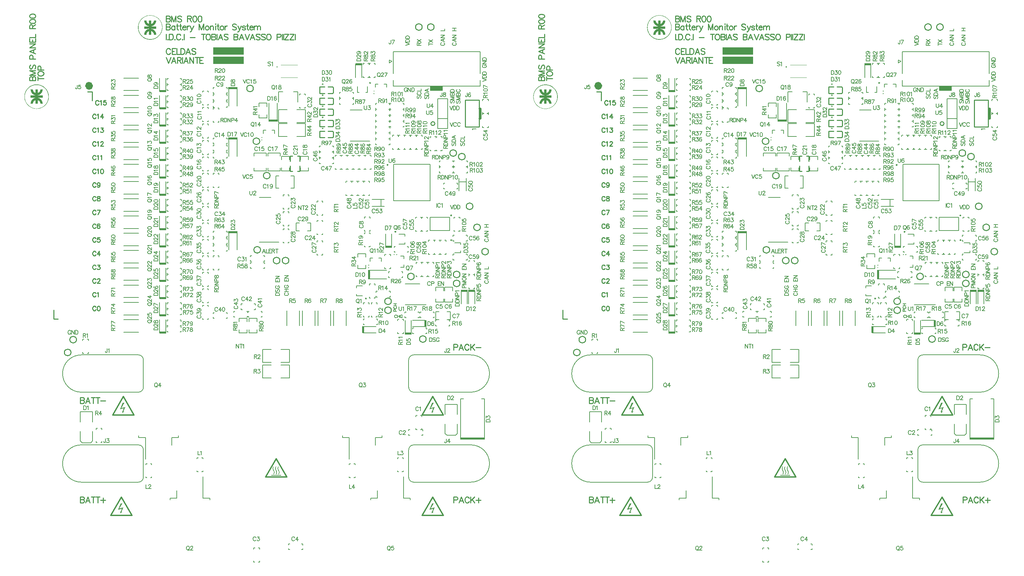
<source format=gto>
G04*
G04 #@! TF.GenerationSoftware,Altium Limited,Altium Designer,18.0.7 (293)*
G04*
G04 Layer_Color=65535*
%FSLAX25Y25*%
%MOIN*%
G70*
G01*
G75*
%ADD51C,0.00984*%
%ADD52C,0.00787*%
%ADD55C,0.03937*%
%ADD57C,0.01000*%
%ADD77C,0.00000*%
%ADD78C,0.00591*%
%ADD79C,0.00500*%
%ADD80C,0.01400*%
%ADD81C,0.00700*%
%ADD82C,0.00394*%
%ADD83C,0.02000*%
%ADD84C,0.00866*%
%ADD85R,0.12500X0.04689*%
%ADD86R,0.30500X0.07404*%
%ADD87R,0.06800X0.02000*%
%ADD88R,0.02000X0.09200*%
%ADD89R,0.09200X0.02000*%
%ADD90R,0.02000X0.06800*%
%ADD91R,0.24700X0.02000*%
G36*
X641678Y573487D02*
X642657D01*
Y573425D01*
X642718D01*
Y573487D01*
X642780D01*
Y573425D01*
X642841D01*
Y573364D01*
X643453D01*
Y573303D01*
X643575D01*
Y573242D01*
X644003D01*
Y573181D01*
X644187D01*
Y573119D01*
X644310D01*
Y573058D01*
X644371D01*
Y573119D01*
X644432D01*
Y573058D01*
X644615D01*
Y572997D01*
X644677D01*
Y573058D01*
X644738D01*
Y572997D01*
X644799D01*
Y572936D01*
X645105D01*
Y572875D01*
X645166D01*
Y572813D01*
X645411D01*
Y572752D01*
X645533D01*
Y572691D01*
X645717D01*
Y572630D01*
X645778D01*
Y572569D01*
X646023D01*
Y572507D01*
X646084D01*
Y572446D01*
X646268D01*
Y572385D01*
X646329D01*
Y572324D01*
X646513D01*
Y572263D01*
X646574D01*
Y572201D01*
X646635D01*
Y572263D01*
X646696D01*
Y572140D01*
X646880D01*
Y572079D01*
X646941D01*
Y572018D01*
X647124D01*
Y571896D01*
X647369D01*
Y571773D01*
X647553D01*
Y571712D01*
X647675D01*
Y571651D01*
X647736D01*
Y571590D01*
X647797D01*
Y571528D01*
X647920D01*
Y571467D01*
X647981D01*
Y571406D01*
X648104D01*
Y571345D01*
X648165D01*
Y571284D01*
X648287D01*
Y571222D01*
X648348D01*
Y571100D01*
X648471D01*
Y571039D01*
X648593D01*
Y570978D01*
X648715D01*
Y570855D01*
X648838D01*
Y570794D01*
X648899D01*
Y570733D01*
X648960D01*
Y570672D01*
X649083D01*
Y570549D01*
X649266D01*
Y570427D01*
X649389D01*
Y570304D01*
X649511D01*
Y570182D01*
X649633D01*
Y570060D01*
X649756D01*
Y569937D01*
X649817D01*
Y569876D01*
X649939D01*
Y569754D01*
X650062D01*
Y569631D01*
X650184D01*
Y569509D01*
X650245D01*
Y569448D01*
X650307D01*
Y569386D01*
X650429D01*
Y569203D01*
X650551D01*
Y569081D01*
X650612D01*
Y569019D01*
X650674D01*
Y568958D01*
X650735D01*
Y568897D01*
X650796D01*
Y568836D01*
X650857D01*
Y568713D01*
X650918D01*
Y568652D01*
X650980D01*
Y568530D01*
X651041D01*
Y568469D01*
X651102D01*
Y568407D01*
X651163D01*
Y568285D01*
X651224D01*
Y568224D01*
X651286D01*
Y568163D01*
X651347D01*
Y568040D01*
X651408D01*
Y567918D01*
X651469D01*
Y567857D01*
X651530D01*
Y567734D01*
X651592D01*
Y567673D01*
X651653D01*
Y567551D01*
X651714D01*
Y567489D01*
X651775D01*
Y567245D01*
X651897D01*
Y567000D01*
X652020D01*
Y566878D01*
X652081D01*
Y566694D01*
X652204D01*
Y566449D01*
X652326D01*
Y566204D01*
X652387D01*
Y566143D01*
X652448D01*
Y565960D01*
X652509D01*
Y565837D01*
X652571D01*
Y565654D01*
X652632D01*
Y565531D01*
X652693D01*
Y565348D01*
X652754D01*
Y565225D01*
X652815D01*
Y564981D01*
X652877D01*
Y564858D01*
X652938D01*
Y564552D01*
X652999D01*
Y564307D01*
X653060D01*
Y564185D01*
X653121D01*
Y563879D01*
X653183D01*
Y563512D01*
X653244D01*
Y562961D01*
X653366D01*
Y561798D01*
X653427D01*
Y560697D01*
X653366D01*
Y559534D01*
X653244D01*
Y559290D01*
X653305D01*
Y559228D01*
X653244D01*
Y558984D01*
X653183D01*
Y558616D01*
X653121D01*
Y558310D01*
X653060D01*
Y558188D01*
X652999D01*
Y557943D01*
X652938D01*
Y557637D01*
X652877D01*
Y557515D01*
X652815D01*
Y557270D01*
X652754D01*
Y557148D01*
X652693D01*
Y556964D01*
X652632D01*
Y556842D01*
X652571D01*
Y556658D01*
X652509D01*
Y556536D01*
X652448D01*
Y556352D01*
X652387D01*
Y556291D01*
X652326D01*
Y556046D01*
X652204D01*
Y555801D01*
X652081D01*
Y555618D01*
X652020D01*
Y555496D01*
X651897D01*
Y555251D01*
X651775D01*
Y555006D01*
X651714D01*
Y554945D01*
X651653D01*
Y554822D01*
X651592D01*
Y554761D01*
X651530D01*
Y554639D01*
X651469D01*
Y554578D01*
X651408D01*
Y554455D01*
X651347D01*
Y554333D01*
X651286D01*
Y554210D01*
X651163D01*
Y554088D01*
X651102D01*
Y554027D01*
X651041D01*
Y553904D01*
X650980D01*
Y553843D01*
X650918D01*
Y553782D01*
X650857D01*
Y553660D01*
X650796D01*
Y553598D01*
X650735D01*
Y553537D01*
X650674D01*
Y553476D01*
X650612D01*
Y553415D01*
X650551D01*
Y553293D01*
X650429D01*
Y553109D01*
X650307D01*
Y552986D01*
X650184D01*
Y552864D01*
X650062D01*
Y552742D01*
X649939D01*
Y552619D01*
X649817D01*
Y552558D01*
X649756D01*
Y552436D01*
X649633D01*
Y552313D01*
X649511D01*
Y552191D01*
X649389D01*
Y552069D01*
X649266D01*
Y551946D01*
X649083D01*
Y551824D01*
X648960D01*
Y551763D01*
X648899D01*
Y551701D01*
X648838D01*
Y551640D01*
X648715D01*
Y551518D01*
X648593D01*
Y551396D01*
X648348D01*
Y551273D01*
X648287D01*
Y551212D01*
X648165D01*
Y551151D01*
X648104D01*
Y551089D01*
X647981D01*
Y551028D01*
X647920D01*
Y550967D01*
X647797D01*
Y550906D01*
X647736D01*
Y550845D01*
X647675D01*
Y550784D01*
X647553D01*
Y550722D01*
X647369D01*
Y550600D01*
X647124D01*
Y550478D01*
X646941D01*
Y550416D01*
X646880D01*
Y550355D01*
X646696D01*
Y550233D01*
X646574D01*
Y550172D01*
X646329D01*
Y550049D01*
X646084D01*
Y549927D01*
X645778D01*
Y549866D01*
X645717D01*
Y549804D01*
X645533D01*
Y549743D01*
X645411D01*
Y549682D01*
X645227D01*
Y549621D01*
X645105D01*
Y549560D01*
X645044D01*
Y549621D01*
X644983D01*
Y549560D01*
X644799D01*
Y549499D01*
X644738D01*
Y549437D01*
X644677D01*
Y549499D01*
X644615D01*
Y549437D01*
X644432D01*
Y549376D01*
X644187D01*
Y549315D01*
X644003D01*
Y549254D01*
X643575D01*
Y549192D01*
X643453D01*
Y549131D01*
X642902D01*
Y549070D01*
X642780D01*
Y549009D01*
X642718D01*
Y549070D01*
X642657D01*
Y549009D01*
X641678D01*
Y548948D01*
X641005D01*
Y549009D01*
X640944D01*
Y548948D01*
X640577D01*
Y549009D01*
X639598D01*
Y549070D01*
X639536D01*
Y549009D01*
X639475D01*
Y549070D01*
X639353D01*
Y549131D01*
X638802D01*
Y549192D01*
X638680D01*
Y549254D01*
X638557D01*
Y549192D01*
X638435D01*
Y549254D01*
X638251D01*
Y549315D01*
X637884D01*
Y549376D01*
X637701D01*
Y549437D01*
X637517D01*
Y549499D01*
X637333D01*
Y549560D01*
X637150D01*
Y549621D01*
X636905D01*
Y549682D01*
X636844D01*
Y549743D01*
X636721D01*
Y549804D01*
X636660D01*
Y549743D01*
X636599D01*
Y549804D01*
X636477D01*
Y549927D01*
X636415D01*
Y549866D01*
X636354D01*
Y549927D01*
X636232D01*
Y549988D01*
X636171D01*
Y550049D01*
X635926D01*
Y550172D01*
X635681D01*
Y550294D01*
X635620D01*
Y550233D01*
X635559D01*
Y550355D01*
X635253D01*
Y550416D01*
X635375D01*
Y550478D01*
X635130D01*
Y550600D01*
X635008D01*
Y550539D01*
X634947D01*
Y550600D01*
X634886D01*
Y550722D01*
X634824D01*
Y550661D01*
X634763D01*
Y550722D01*
X634641D01*
Y550784D01*
X634518D01*
Y550845D01*
X634457D01*
Y550906D01*
X634335D01*
Y551028D01*
X634212D01*
Y551089D01*
X634090D01*
Y551212D01*
X633968D01*
Y551273D01*
X633907D01*
Y551396D01*
X633662D01*
Y551457D01*
X633723D01*
Y551518D01*
X633539D01*
Y551640D01*
X633356D01*
Y551763D01*
X633294D01*
Y551824D01*
X633111D01*
Y551885D01*
X633172D01*
Y551946D01*
X632989D01*
Y552069D01*
X632866D01*
Y552191D01*
X632744D01*
Y552313D01*
X632621D01*
Y552436D01*
X632499D01*
Y552558D01*
X632377D01*
Y552619D01*
X632315D01*
Y552742D01*
X632132D01*
Y552803D01*
X632193D01*
Y552864D01*
X632071D01*
Y552986D01*
X631948D01*
Y553109D01*
X631826D01*
Y553293D01*
X631765D01*
Y553231D01*
X631704D01*
Y553415D01*
X631642D01*
Y553476D01*
X631581D01*
Y553537D01*
X631520D01*
Y553660D01*
X631397D01*
Y553782D01*
X631336D01*
Y553843D01*
X631275D01*
Y553904D01*
X631214D01*
Y554027D01*
X631153D01*
Y554088D01*
X631092D01*
Y554210D01*
X630969D01*
Y554333D01*
X630908D01*
Y554455D01*
X630847D01*
Y554578D01*
X630786D01*
Y554639D01*
X630724D01*
Y554761D01*
X630602D01*
Y554945D01*
X630541D01*
Y555067D01*
X630480D01*
Y555251D01*
X630357D01*
Y555496D01*
X630235D01*
Y555618D01*
X630174D01*
Y555801D01*
X630051D01*
Y556046D01*
X629929D01*
Y556291D01*
X629868D01*
Y556352D01*
X629807D01*
Y556536D01*
X629745D01*
Y556658D01*
X629684D01*
Y556842D01*
X629623D01*
Y556964D01*
X629562D01*
Y557087D01*
X629500D01*
Y557270D01*
X629439D01*
Y557515D01*
X629378D01*
Y557637D01*
X629317D01*
Y557943D01*
X629256D01*
Y558188D01*
X629194D01*
Y558372D01*
X629133D01*
Y558616D01*
X629072D01*
Y558984D01*
X629011D01*
Y559534D01*
X628950D01*
Y559595D01*
X629011D01*
Y559657D01*
X628889D01*
Y560697D01*
X628827D01*
Y561798D01*
X628889D01*
Y562839D01*
X629011D01*
Y562900D01*
X628950D01*
Y562961D01*
X629011D01*
Y563512D01*
X629072D01*
Y563879D01*
X629133D01*
Y564124D01*
X629194D01*
Y564307D01*
X629256D01*
Y564552D01*
X629317D01*
Y564858D01*
X629378D01*
Y564919D01*
X629439D01*
Y565225D01*
X629500D01*
Y565348D01*
X629562D01*
Y565531D01*
X629623D01*
Y565654D01*
X629684D01*
Y565837D01*
X629745D01*
Y565960D01*
X629807D01*
Y566143D01*
X629868D01*
Y566204D01*
X629929D01*
Y566449D01*
X630051D01*
Y566694D01*
X630174D01*
Y566878D01*
X630235D01*
Y567000D01*
X630357D01*
Y567245D01*
X630480D01*
Y567428D01*
X630541D01*
Y567551D01*
X630602D01*
Y567673D01*
X630663D01*
Y567734D01*
X630724D01*
Y567857D01*
X630786D01*
Y567918D01*
X630847D01*
Y568040D01*
X630908D01*
Y568163D01*
X630969D01*
Y568224D01*
X631030D01*
Y568285D01*
X631092D01*
Y568407D01*
X631153D01*
Y568469D01*
X631214D01*
Y568530D01*
X631275D01*
Y568652D01*
X631336D01*
Y568713D01*
X631397D01*
Y568836D01*
X631520D01*
Y568958D01*
X631581D01*
Y569019D01*
X631642D01*
Y569081D01*
X631704D01*
Y569203D01*
X631826D01*
Y569386D01*
X631948D01*
Y569448D01*
X632010D01*
Y569509D01*
X632071D01*
Y569631D01*
X632193D01*
Y569754D01*
X632315D01*
Y569876D01*
X632438D01*
Y569937D01*
X632499D01*
Y570060D01*
X632621D01*
Y570121D01*
X632683D01*
Y570182D01*
X632744D01*
Y570243D01*
X632805D01*
Y570304D01*
X632866D01*
Y570427D01*
X632989D01*
Y570549D01*
X633172D01*
Y570672D01*
X633294D01*
Y570733D01*
X633356D01*
Y570794D01*
X633417D01*
Y570855D01*
X633539D01*
Y570978D01*
X633723D01*
Y571039D01*
X633784D01*
Y571100D01*
X633907D01*
Y571222D01*
X633968D01*
Y571284D01*
X634090D01*
Y571345D01*
X634151D01*
Y571406D01*
X634274D01*
Y571467D01*
X634335D01*
Y571528D01*
X634457D01*
Y571590D01*
X634518D01*
Y571651D01*
X634580D01*
Y571712D01*
X634702D01*
Y571773D01*
X634886D01*
Y571896D01*
X635130D01*
Y572018D01*
X635375D01*
Y572140D01*
X635559D01*
Y572263D01*
X635620D01*
Y572201D01*
X635681D01*
Y572263D01*
X635742D01*
Y572324D01*
X635926D01*
Y572385D01*
X635987D01*
Y572446D01*
X636171D01*
Y572507D01*
X636232D01*
Y572569D01*
X636477D01*
Y572630D01*
X636538D01*
Y572691D01*
X636721D01*
Y572752D01*
X636844D01*
Y572813D01*
X637089D01*
Y572875D01*
X637150D01*
Y572936D01*
X637456D01*
Y572997D01*
X637517D01*
Y573058D01*
X637823D01*
Y573119D01*
X637884D01*
Y573058D01*
X637945D01*
Y573119D01*
X638068D01*
Y573181D01*
X638251D01*
Y573242D01*
X638741D01*
Y573303D01*
X638802D01*
Y573364D01*
X639414D01*
Y573425D01*
X639475D01*
Y573487D01*
X639536D01*
Y573425D01*
X639598D01*
Y573487D01*
X640577D01*
Y573548D01*
X640944D01*
Y573487D01*
X641005D01*
Y573548D01*
X641678D01*
Y573487D01*
D02*
G37*
G36*
X129867D02*
X130846D01*
Y573425D01*
X130907D01*
Y573487D01*
X130969D01*
Y573425D01*
X131030D01*
Y573364D01*
X131642D01*
Y573303D01*
X131764D01*
Y573242D01*
X132193D01*
Y573181D01*
X132376D01*
Y573119D01*
X132499D01*
Y573058D01*
X132560D01*
Y573119D01*
X132621D01*
Y573058D01*
X132804D01*
Y572997D01*
X132866D01*
Y573058D01*
X132927D01*
Y572997D01*
X132988D01*
Y572936D01*
X133294D01*
Y572875D01*
X133355D01*
Y572813D01*
X133600D01*
Y572752D01*
X133722D01*
Y572691D01*
X133906D01*
Y572630D01*
X133967D01*
Y572569D01*
X134212D01*
Y572507D01*
X134273D01*
Y572446D01*
X134457D01*
Y572385D01*
X134518D01*
Y572324D01*
X134701D01*
Y572263D01*
X134763D01*
Y572201D01*
X134824D01*
Y572263D01*
X134885D01*
Y572140D01*
X135069D01*
Y572079D01*
X135130D01*
Y572018D01*
X135313D01*
Y571896D01*
X135558D01*
Y571773D01*
X135742D01*
Y571712D01*
X135864D01*
Y571651D01*
X135925D01*
Y571590D01*
X135986D01*
Y571528D01*
X136109D01*
Y571467D01*
X136170D01*
Y571406D01*
X136293D01*
Y571345D01*
X136354D01*
Y571284D01*
X136476D01*
Y571222D01*
X136537D01*
Y571100D01*
X136660D01*
Y571039D01*
X136782D01*
Y570978D01*
X136904D01*
Y570855D01*
X137027D01*
Y570794D01*
X137088D01*
Y570733D01*
X137149D01*
Y570672D01*
X137272D01*
Y570549D01*
X137455D01*
Y570427D01*
X137578D01*
Y570304D01*
X137700D01*
Y570182D01*
X137822D01*
Y570060D01*
X137945D01*
Y569937D01*
X138006D01*
Y569876D01*
X138128D01*
Y569754D01*
X138251D01*
Y569631D01*
X138373D01*
Y569509D01*
X138434D01*
Y569448D01*
X138496D01*
Y569386D01*
X138618D01*
Y569203D01*
X138740D01*
Y569081D01*
X138801D01*
Y569019D01*
X138863D01*
Y568958D01*
X138924D01*
Y568897D01*
X138985D01*
Y568836D01*
X139046D01*
Y568713D01*
X139107D01*
Y568652D01*
X139169D01*
Y568530D01*
X139230D01*
Y568469D01*
X139291D01*
Y568407D01*
X139352D01*
Y568285D01*
X139413D01*
Y568224D01*
X139475D01*
Y568163D01*
X139536D01*
Y568040D01*
X139597D01*
Y567918D01*
X139658D01*
Y567857D01*
X139719D01*
Y567734D01*
X139780D01*
Y567673D01*
X139842D01*
Y567551D01*
X139903D01*
Y567489D01*
X139964D01*
Y567245D01*
X140086D01*
Y567000D01*
X140209D01*
Y566878D01*
X140270D01*
Y566694D01*
X140392D01*
Y566449D01*
X140515D01*
Y566204D01*
X140576D01*
Y566143D01*
X140637D01*
Y565960D01*
X140699D01*
Y565837D01*
X140760D01*
Y565654D01*
X140821D01*
Y565531D01*
X140882D01*
Y565348D01*
X140943D01*
Y565225D01*
X141004D01*
Y564981D01*
X141066D01*
Y564858D01*
X141127D01*
Y564552D01*
X141188D01*
Y564307D01*
X141249D01*
Y564185D01*
X141310D01*
Y563879D01*
X141372D01*
Y563512D01*
X141433D01*
Y562961D01*
X141555D01*
Y561798D01*
X141616D01*
Y560697D01*
X141555D01*
Y559534D01*
X141433D01*
Y559290D01*
X141494D01*
Y559228D01*
X141433D01*
Y558984D01*
X141372D01*
Y558616D01*
X141310D01*
Y558310D01*
X141249D01*
Y558188D01*
X141188D01*
Y557943D01*
X141127D01*
Y557637D01*
X141066D01*
Y557515D01*
X141004D01*
Y557270D01*
X140943D01*
Y557148D01*
X140882D01*
Y556964D01*
X140821D01*
Y556842D01*
X140760D01*
Y556658D01*
X140699D01*
Y556536D01*
X140637D01*
Y556352D01*
X140576D01*
Y556291D01*
X140515D01*
Y556046D01*
X140392D01*
Y555801D01*
X140270D01*
Y555618D01*
X140209D01*
Y555496D01*
X140086D01*
Y555251D01*
X139964D01*
Y555006D01*
X139903D01*
Y554945D01*
X139842D01*
Y554822D01*
X139780D01*
Y554761D01*
X139719D01*
Y554639D01*
X139658D01*
Y554578D01*
X139597D01*
Y554455D01*
X139536D01*
Y554333D01*
X139475D01*
Y554210D01*
X139352D01*
Y554088D01*
X139291D01*
Y554027D01*
X139230D01*
Y553904D01*
X139169D01*
Y553843D01*
X139107D01*
Y553782D01*
X139046D01*
Y553660D01*
X138985D01*
Y553598D01*
X138924D01*
Y553537D01*
X138863D01*
Y553476D01*
X138801D01*
Y553415D01*
X138740D01*
Y553293D01*
X138618D01*
Y553109D01*
X138496D01*
Y552986D01*
X138373D01*
Y552864D01*
X138251D01*
Y552742D01*
X138128D01*
Y552619D01*
X138006D01*
Y552558D01*
X137945D01*
Y552436D01*
X137822D01*
Y552313D01*
X137700D01*
Y552191D01*
X137578D01*
Y552069D01*
X137455D01*
Y551946D01*
X137272D01*
Y551824D01*
X137149D01*
Y551763D01*
X137088D01*
Y551701D01*
X137027D01*
Y551640D01*
X136904D01*
Y551518D01*
X136782D01*
Y551396D01*
X136537D01*
Y551273D01*
X136476D01*
Y551212D01*
X136354D01*
Y551151D01*
X136293D01*
Y551089D01*
X136170D01*
Y551028D01*
X136109D01*
Y550967D01*
X135986D01*
Y550906D01*
X135925D01*
Y550845D01*
X135864D01*
Y550784D01*
X135742D01*
Y550722D01*
X135558D01*
Y550600D01*
X135313D01*
Y550478D01*
X135130D01*
Y550416D01*
X135069D01*
Y550355D01*
X134885D01*
Y550233D01*
X134763D01*
Y550172D01*
X134518D01*
Y550049D01*
X134273D01*
Y549927D01*
X133967D01*
Y549866D01*
X133906D01*
Y549804D01*
X133722D01*
Y549743D01*
X133600D01*
Y549682D01*
X133416D01*
Y549621D01*
X133294D01*
Y549560D01*
X133233D01*
Y549621D01*
X133172D01*
Y549560D01*
X132988D01*
Y549499D01*
X132927D01*
Y549437D01*
X132866D01*
Y549499D01*
X132804D01*
Y549437D01*
X132621D01*
Y549376D01*
X132376D01*
Y549315D01*
X132193D01*
Y549254D01*
X131764D01*
Y549192D01*
X131642D01*
Y549131D01*
X131091D01*
Y549070D01*
X130969D01*
Y549009D01*
X130907D01*
Y549070D01*
X130846D01*
Y549009D01*
X129867D01*
Y548948D01*
X129194D01*
Y549009D01*
X129133D01*
Y548948D01*
X128766D01*
Y549009D01*
X127787D01*
Y549070D01*
X127725D01*
Y549009D01*
X127664D01*
Y549070D01*
X127542D01*
Y549131D01*
X126991D01*
Y549192D01*
X126869D01*
Y549254D01*
X126746D01*
Y549192D01*
X126624D01*
Y549254D01*
X126440D01*
Y549315D01*
X126073D01*
Y549376D01*
X125890D01*
Y549437D01*
X125706D01*
Y549499D01*
X125522D01*
Y549560D01*
X125339D01*
Y549621D01*
X125094D01*
Y549682D01*
X125033D01*
Y549743D01*
X124910D01*
Y549804D01*
X124849D01*
Y549743D01*
X124788D01*
Y549804D01*
X124666D01*
Y549927D01*
X124604D01*
Y549866D01*
X124543D01*
Y549927D01*
X124421D01*
Y549988D01*
X124360D01*
Y550049D01*
X124115D01*
Y550172D01*
X123870D01*
Y550294D01*
X123809D01*
Y550233D01*
X123748D01*
Y550355D01*
X123442D01*
Y550416D01*
X123564D01*
Y550478D01*
X123319D01*
Y550600D01*
X123197D01*
Y550539D01*
X123136D01*
Y550600D01*
X123075D01*
Y550722D01*
X123013D01*
Y550661D01*
X122952D01*
Y550722D01*
X122830D01*
Y550784D01*
X122707D01*
Y550845D01*
X122646D01*
Y550906D01*
X122524D01*
Y551028D01*
X122401D01*
Y551089D01*
X122279D01*
Y551212D01*
X122157D01*
Y551273D01*
X122096D01*
Y551396D01*
X121851D01*
Y551457D01*
X121912D01*
Y551518D01*
X121728D01*
Y551640D01*
X121545D01*
Y551763D01*
X121484D01*
Y551824D01*
X121300D01*
Y551885D01*
X121361D01*
Y551946D01*
X121178D01*
Y552069D01*
X121055D01*
Y552191D01*
X120933D01*
Y552313D01*
X120810D01*
Y552436D01*
X120688D01*
Y552558D01*
X120566D01*
Y552619D01*
X120504D01*
Y552742D01*
X120321D01*
Y552803D01*
X120382D01*
Y552864D01*
X120260D01*
Y552986D01*
X120137D01*
Y553109D01*
X120015D01*
Y553293D01*
X119954D01*
Y553231D01*
X119893D01*
Y553415D01*
X119831D01*
Y553476D01*
X119770D01*
Y553537D01*
X119709D01*
Y553660D01*
X119587D01*
Y553782D01*
X119525D01*
Y553843D01*
X119464D01*
Y553904D01*
X119403D01*
Y554027D01*
X119342D01*
Y554088D01*
X119281D01*
Y554210D01*
X119158D01*
Y554333D01*
X119097D01*
Y554455D01*
X119036D01*
Y554578D01*
X118975D01*
Y554639D01*
X118913D01*
Y554761D01*
X118791D01*
Y554945D01*
X118730D01*
Y555067D01*
X118669D01*
Y555251D01*
X118546D01*
Y555496D01*
X118424D01*
Y555618D01*
X118363D01*
Y555801D01*
X118240D01*
Y556046D01*
X118118D01*
Y556291D01*
X118057D01*
Y556352D01*
X117996D01*
Y556536D01*
X117934D01*
Y556658D01*
X117873D01*
Y556842D01*
X117812D01*
Y556964D01*
X117751D01*
Y557087D01*
X117690D01*
Y557270D01*
X117628D01*
Y557515D01*
X117567D01*
Y557637D01*
X117506D01*
Y557943D01*
X117445D01*
Y558188D01*
X117384D01*
Y558372D01*
X117322D01*
Y558616D01*
X117261D01*
Y558984D01*
X117200D01*
Y559534D01*
X117139D01*
Y559595D01*
X117200D01*
Y559657D01*
X117078D01*
Y560697D01*
X117016D01*
Y561798D01*
X117078D01*
Y562839D01*
X117200D01*
Y562900D01*
X117139D01*
Y562961D01*
X117200D01*
Y563512D01*
X117261D01*
Y563879D01*
X117322D01*
Y564124D01*
X117384D01*
Y564307D01*
X117445D01*
Y564552D01*
X117506D01*
Y564858D01*
X117567D01*
Y564919D01*
X117628D01*
Y565225D01*
X117690D01*
Y565348D01*
X117751D01*
Y565531D01*
X117812D01*
Y565654D01*
X117873D01*
Y565837D01*
X117934D01*
Y565960D01*
X117996D01*
Y566143D01*
X118057D01*
Y566204D01*
X118118D01*
Y566449D01*
X118240D01*
Y566694D01*
X118363D01*
Y566878D01*
X118424D01*
Y567000D01*
X118546D01*
Y567245D01*
X118669D01*
Y567428D01*
X118730D01*
Y567551D01*
X118791D01*
Y567673D01*
X118852D01*
Y567734D01*
X118913D01*
Y567857D01*
X118975D01*
Y567918D01*
X119036D01*
Y568040D01*
X119097D01*
Y568163D01*
X119158D01*
Y568224D01*
X119219D01*
Y568285D01*
X119281D01*
Y568407D01*
X119342D01*
Y568469D01*
X119403D01*
Y568530D01*
X119464D01*
Y568652D01*
X119525D01*
Y568713D01*
X119587D01*
Y568836D01*
X119709D01*
Y568958D01*
X119770D01*
Y569019D01*
X119831D01*
Y569081D01*
X119893D01*
Y569203D01*
X120015D01*
Y569386D01*
X120137D01*
Y569448D01*
X120199D01*
Y569509D01*
X120260D01*
Y569631D01*
X120382D01*
Y569754D01*
X120504D01*
Y569876D01*
X120627D01*
Y569937D01*
X120688D01*
Y570060D01*
X120810D01*
Y570121D01*
X120872D01*
Y570182D01*
X120933D01*
Y570243D01*
X120994D01*
Y570304D01*
X121055D01*
Y570427D01*
X121178D01*
Y570549D01*
X121361D01*
Y570672D01*
X121484D01*
Y570733D01*
X121545D01*
Y570794D01*
X121606D01*
Y570855D01*
X121728D01*
Y570978D01*
X121912D01*
Y571039D01*
X121973D01*
Y571100D01*
X122096D01*
Y571222D01*
X122157D01*
Y571284D01*
X122279D01*
Y571345D01*
X122340D01*
Y571406D01*
X122463D01*
Y571467D01*
X122524D01*
Y571528D01*
X122646D01*
Y571590D01*
X122707D01*
Y571651D01*
X122769D01*
Y571712D01*
X122891D01*
Y571773D01*
X123075D01*
Y571896D01*
X123319D01*
Y572018D01*
X123564D01*
Y572140D01*
X123748D01*
Y572263D01*
X123809D01*
Y572201D01*
X123870D01*
Y572263D01*
X123931D01*
Y572324D01*
X124115D01*
Y572385D01*
X124176D01*
Y572446D01*
X124360D01*
Y572507D01*
X124421D01*
Y572569D01*
X124666D01*
Y572630D01*
X124727D01*
Y572691D01*
X124910D01*
Y572752D01*
X125033D01*
Y572813D01*
X125278D01*
Y572875D01*
X125339D01*
Y572936D01*
X125645D01*
Y572997D01*
X125706D01*
Y573058D01*
X126012D01*
Y573119D01*
X126073D01*
Y573058D01*
X126134D01*
Y573119D01*
X126257D01*
Y573181D01*
X126440D01*
Y573242D01*
X126930D01*
Y573303D01*
X126991D01*
Y573364D01*
X127603D01*
Y573425D01*
X127664D01*
Y573487D01*
X127725D01*
Y573425D01*
X127787D01*
Y573487D01*
X128766D01*
Y573548D01*
X129133D01*
Y573487D01*
X129194D01*
Y573548D01*
X129867D01*
Y573487D01*
D02*
G37*
G36*
X15691Y503876D02*
X16671D01*
Y503815D01*
X16732D01*
Y503876D01*
X16793D01*
Y503815D01*
X16915D01*
Y503754D01*
X17466D01*
Y503692D01*
X17589D01*
Y503631D01*
X17711D01*
Y503692D01*
X17833D01*
Y503631D01*
X18017D01*
Y503570D01*
X18384D01*
Y503509D01*
X18568D01*
Y503448D01*
X18751D01*
Y503387D01*
X18935D01*
Y503325D01*
X19118D01*
Y503264D01*
X19363D01*
Y503203D01*
X19424D01*
Y503142D01*
X19547D01*
Y503081D01*
X19608D01*
Y503142D01*
X19669D01*
Y503081D01*
X19792D01*
Y502958D01*
X19853D01*
Y503019D01*
X19914D01*
Y502958D01*
X20036D01*
Y502897D01*
X20098D01*
Y502836D01*
X20342D01*
Y502713D01*
X20587D01*
Y502591D01*
X20648D01*
Y502652D01*
X20709D01*
Y502530D01*
X21015D01*
Y502469D01*
X20893D01*
Y502408D01*
X21138D01*
Y502285D01*
X21260D01*
Y502346D01*
X21321D01*
Y502285D01*
X21383D01*
Y502163D01*
X21444D01*
Y502224D01*
X21505D01*
Y502163D01*
X21627D01*
Y502102D01*
X21750D01*
Y502040D01*
X21811D01*
Y501979D01*
X21933D01*
Y501857D01*
X22056D01*
Y501795D01*
X22178D01*
Y501673D01*
X22300D01*
Y501612D01*
X22362D01*
Y501489D01*
X22606D01*
Y501428D01*
X22545D01*
Y501367D01*
X22729D01*
Y501245D01*
X22912D01*
Y501122D01*
X22974D01*
Y501061D01*
X23157D01*
Y501000D01*
X23096D01*
Y500939D01*
X23280D01*
Y500816D01*
X23402D01*
Y500694D01*
X23524D01*
Y500572D01*
X23647D01*
Y500449D01*
X23769D01*
Y500327D01*
X23891D01*
Y500266D01*
X23953D01*
Y500143D01*
X24136D01*
Y500082D01*
X24075D01*
Y500021D01*
X24197D01*
Y499898D01*
X24320D01*
Y499776D01*
X24442D01*
Y499592D01*
X24503D01*
Y499654D01*
X24565D01*
Y499470D01*
X24626D01*
Y499409D01*
X24687D01*
Y499348D01*
X24748D01*
Y499225D01*
X24871D01*
Y499103D01*
X24932D01*
Y499042D01*
X24993D01*
Y498981D01*
X25054D01*
Y498858D01*
X25115D01*
Y498797D01*
X25177D01*
Y498675D01*
X25299D01*
Y498552D01*
X25360D01*
Y498430D01*
X25421D01*
Y498308D01*
X25482D01*
Y498246D01*
X25544D01*
Y498124D01*
X25666D01*
Y497940D01*
X25727D01*
Y497818D01*
X25789D01*
Y497634D01*
X25911D01*
Y497390D01*
X26033D01*
Y497267D01*
X26094D01*
Y497084D01*
X26217D01*
Y496839D01*
X26339D01*
Y496594D01*
X26400D01*
Y496533D01*
X26462D01*
Y496349D01*
X26523D01*
Y496227D01*
X26584D01*
Y496043D01*
X26645D01*
Y495921D01*
X26706D01*
Y495798D01*
X26768D01*
Y495615D01*
X26829D01*
Y495370D01*
X26890D01*
Y495248D01*
X26951D01*
Y494942D01*
X27012D01*
Y494697D01*
X27074D01*
Y494513D01*
X27135D01*
Y494269D01*
X27196D01*
Y493901D01*
X27257D01*
Y493351D01*
X27318D01*
Y493290D01*
X27257D01*
Y493228D01*
X27380D01*
Y492188D01*
X27441D01*
Y491087D01*
X27380D01*
Y490046D01*
X27257D01*
Y489985D01*
X27318D01*
Y489924D01*
X27257D01*
Y489373D01*
X27196D01*
Y489006D01*
X27135D01*
Y488761D01*
X27074D01*
Y488578D01*
X27012D01*
Y488333D01*
X26951D01*
Y488027D01*
X26890D01*
Y487966D01*
X26829D01*
Y487660D01*
X26768D01*
Y487537D01*
X26706D01*
Y487354D01*
X26645D01*
Y487231D01*
X26584D01*
Y487048D01*
X26523D01*
Y486925D01*
X26462D01*
Y486742D01*
X26400D01*
Y486681D01*
X26339D01*
Y486436D01*
X26217D01*
Y486191D01*
X26094D01*
Y486007D01*
X26033D01*
Y485885D01*
X25911D01*
Y485640D01*
X25789D01*
Y485457D01*
X25727D01*
Y485334D01*
X25666D01*
Y485212D01*
X25605D01*
Y485151D01*
X25544D01*
Y485028D01*
X25482D01*
Y484967D01*
X25421D01*
Y484845D01*
X25360D01*
Y484722D01*
X25299D01*
Y484661D01*
X25238D01*
Y484600D01*
X25177D01*
Y484478D01*
X25115D01*
Y484416D01*
X25054D01*
Y484355D01*
X24993D01*
Y484233D01*
X24932D01*
Y484172D01*
X24871D01*
Y484049D01*
X24748D01*
Y483927D01*
X24687D01*
Y483866D01*
X24626D01*
Y483805D01*
X24565D01*
Y483682D01*
X24442D01*
Y483498D01*
X24320D01*
Y483437D01*
X24259D01*
Y483376D01*
X24197D01*
Y483254D01*
X24075D01*
Y483131D01*
X23953D01*
Y483009D01*
X23830D01*
Y482948D01*
X23769D01*
Y482825D01*
X23647D01*
Y482764D01*
X23585D01*
Y482703D01*
X23524D01*
Y482642D01*
X23463D01*
Y482581D01*
X23402D01*
Y482458D01*
X23280D01*
Y482336D01*
X23096D01*
Y482213D01*
X22974D01*
Y482152D01*
X22912D01*
Y482091D01*
X22851D01*
Y482030D01*
X22729D01*
Y481908D01*
X22545D01*
Y481846D01*
X22484D01*
Y481785D01*
X22362D01*
Y481663D01*
X22300D01*
Y481601D01*
X22178D01*
Y481540D01*
X22117D01*
Y481479D01*
X21994D01*
Y481418D01*
X21933D01*
Y481357D01*
X21811D01*
Y481295D01*
X21750D01*
Y481234D01*
X21689D01*
Y481173D01*
X21566D01*
Y481112D01*
X21383D01*
Y480990D01*
X21138D01*
Y480867D01*
X20893D01*
Y480745D01*
X20709D01*
Y480622D01*
X20648D01*
Y480684D01*
X20587D01*
Y480622D01*
X20526D01*
Y480561D01*
X20342D01*
Y480500D01*
X20281D01*
Y480439D01*
X20098D01*
Y480378D01*
X20036D01*
Y480316D01*
X19792D01*
Y480255D01*
X19730D01*
Y480194D01*
X19547D01*
Y480133D01*
X19424D01*
Y480072D01*
X19180D01*
Y480010D01*
X19118D01*
Y479949D01*
X18812D01*
Y479888D01*
X18751D01*
Y479827D01*
X18445D01*
Y479766D01*
X18384D01*
Y479827D01*
X18323D01*
Y479766D01*
X18200D01*
Y479705D01*
X18017D01*
Y479643D01*
X17527D01*
Y479582D01*
X17466D01*
Y479521D01*
X16854D01*
Y479460D01*
X16793D01*
Y479398D01*
X16732D01*
Y479460D01*
X16671D01*
Y479398D01*
X15691D01*
Y479337D01*
X15324D01*
Y479398D01*
X15263D01*
Y479337D01*
X14590D01*
Y479398D01*
X13611D01*
Y479460D01*
X13550D01*
Y479398D01*
X13488D01*
Y479460D01*
X13427D01*
Y479521D01*
X12815D01*
Y479582D01*
X12693D01*
Y479643D01*
X12265D01*
Y479705D01*
X12081D01*
Y479766D01*
X11959D01*
Y479827D01*
X11897D01*
Y479766D01*
X11836D01*
Y479827D01*
X11653D01*
Y479888D01*
X11592D01*
Y479827D01*
X11530D01*
Y479888D01*
X11469D01*
Y479949D01*
X11163D01*
Y480010D01*
X11102D01*
Y480072D01*
X10857D01*
Y480133D01*
X10735D01*
Y480194D01*
X10551D01*
Y480255D01*
X10490D01*
Y480316D01*
X10245D01*
Y480378D01*
X10184D01*
Y480439D01*
X10000D01*
Y480500D01*
X9939D01*
Y480561D01*
X9756D01*
Y480622D01*
X9695D01*
Y480684D01*
X9633D01*
Y480622D01*
X9572D01*
Y480745D01*
X9388D01*
Y480806D01*
X9327D01*
Y480867D01*
X9144D01*
Y480990D01*
X8899D01*
Y481112D01*
X8715D01*
Y481173D01*
X8593D01*
Y481234D01*
X8532D01*
Y481295D01*
X8471D01*
Y481357D01*
X8348D01*
Y481418D01*
X8287D01*
Y481479D01*
X8165D01*
Y481540D01*
X8103D01*
Y481601D01*
X7981D01*
Y481663D01*
X7920D01*
Y481785D01*
X7797D01*
Y481846D01*
X7675D01*
Y481908D01*
X7553D01*
Y482030D01*
X7430D01*
Y482091D01*
X7369D01*
Y482152D01*
X7308D01*
Y482213D01*
X7186D01*
Y482336D01*
X7002D01*
Y482458D01*
X6880D01*
Y482581D01*
X6757D01*
Y482703D01*
X6635D01*
Y482825D01*
X6512D01*
Y482948D01*
X6451D01*
Y483009D01*
X6329D01*
Y483131D01*
X6206D01*
Y483254D01*
X6084D01*
Y483376D01*
X6023D01*
Y483437D01*
X5962D01*
Y483498D01*
X5839D01*
Y483682D01*
X5717D01*
Y483805D01*
X5656D01*
Y483866D01*
X5595D01*
Y483927D01*
X5533D01*
Y483988D01*
X5472D01*
Y484049D01*
X5411D01*
Y484172D01*
X5350D01*
Y484233D01*
X5288D01*
Y484355D01*
X5227D01*
Y484416D01*
X5166D01*
Y484478D01*
X5105D01*
Y484600D01*
X5044D01*
Y484661D01*
X4983D01*
Y484722D01*
X4921D01*
Y484845D01*
X4860D01*
Y484967D01*
X4799D01*
Y485028D01*
X4738D01*
Y485151D01*
X4677D01*
Y485212D01*
X4615D01*
Y485334D01*
X4554D01*
Y485395D01*
X4493D01*
Y485640D01*
X4371D01*
Y485885D01*
X4248D01*
Y486007D01*
X4187D01*
Y486191D01*
X4065D01*
Y486436D01*
X3942D01*
Y486681D01*
X3881D01*
Y486742D01*
X3820D01*
Y486925D01*
X3759D01*
Y487048D01*
X3697D01*
Y487231D01*
X3636D01*
Y487354D01*
X3575D01*
Y487537D01*
X3514D01*
Y487660D01*
X3453D01*
Y487905D01*
X3391D01*
Y488027D01*
X3330D01*
Y488333D01*
X3269D01*
Y488578D01*
X3208D01*
Y488700D01*
X3147D01*
Y489006D01*
X3086D01*
Y489373D01*
X3024D01*
Y489924D01*
X2902D01*
Y491087D01*
X2841D01*
Y492188D01*
X2902D01*
Y493351D01*
X3024D01*
Y493596D01*
X2963D01*
Y493657D01*
X3024D01*
Y493901D01*
X3086D01*
Y494269D01*
X3147D01*
Y494575D01*
X3208D01*
Y494697D01*
X3269D01*
Y494942D01*
X3330D01*
Y495248D01*
X3391D01*
Y495370D01*
X3453D01*
Y495615D01*
X3514D01*
Y495737D01*
X3575D01*
Y495921D01*
X3636D01*
Y496043D01*
X3697D01*
Y496227D01*
X3759D01*
Y496349D01*
X3820D01*
Y496533D01*
X3881D01*
Y496594D01*
X3942D01*
Y496839D01*
X4065D01*
Y497084D01*
X4187D01*
Y497267D01*
X4248D01*
Y497390D01*
X4371D01*
Y497634D01*
X4493D01*
Y497879D01*
X4554D01*
Y497940D01*
X4615D01*
Y498063D01*
X4677D01*
Y498124D01*
X4738D01*
Y498246D01*
X4799D01*
Y498308D01*
X4860D01*
Y498430D01*
X4921D01*
Y498552D01*
X4983D01*
Y498675D01*
X5105D01*
Y498797D01*
X5166D01*
Y498858D01*
X5227D01*
Y498981D01*
X5288D01*
Y499042D01*
X5350D01*
Y499103D01*
X5411D01*
Y499225D01*
X5472D01*
Y499287D01*
X5533D01*
Y499348D01*
X5595D01*
Y499409D01*
X5656D01*
Y499470D01*
X5717D01*
Y499592D01*
X5839D01*
Y499776D01*
X5962D01*
Y499898D01*
X6084D01*
Y500021D01*
X6206D01*
Y500143D01*
X6329D01*
Y500266D01*
X6451D01*
Y500327D01*
X6512D01*
Y500449D01*
X6635D01*
Y500572D01*
X6757D01*
Y500694D01*
X6880D01*
Y500816D01*
X7002D01*
Y500939D01*
X7186D01*
Y501061D01*
X7308D01*
Y501122D01*
X7369D01*
Y501184D01*
X7430D01*
Y501245D01*
X7553D01*
Y501367D01*
X7675D01*
Y501489D01*
X7920D01*
Y501612D01*
X7981D01*
Y501673D01*
X8103D01*
Y501734D01*
X8165D01*
Y501795D01*
X8287D01*
Y501857D01*
X8348D01*
Y501918D01*
X8471D01*
Y501979D01*
X8532D01*
Y502040D01*
X8593D01*
Y502102D01*
X8715D01*
Y502163D01*
X8899D01*
Y502285D01*
X9144D01*
Y502408D01*
X9327D01*
Y502469D01*
X9388D01*
Y502530D01*
X9572D01*
Y502652D01*
X9695D01*
Y502713D01*
X9939D01*
Y502836D01*
X10184D01*
Y502958D01*
X10490D01*
Y503019D01*
X10551D01*
Y503081D01*
X10735D01*
Y503142D01*
X10857D01*
Y503203D01*
X11041D01*
Y503264D01*
X11163D01*
Y503325D01*
X11224D01*
Y503264D01*
X11286D01*
Y503325D01*
X11469D01*
Y503387D01*
X11530D01*
Y503448D01*
X11592D01*
Y503387D01*
X11653D01*
Y503448D01*
X11836D01*
Y503509D01*
X12081D01*
Y503570D01*
X12265D01*
Y503631D01*
X12693D01*
Y503692D01*
X12815D01*
Y503754D01*
X13366D01*
Y503815D01*
X13488D01*
Y503876D01*
X13550D01*
Y503815D01*
X13611D01*
Y503876D01*
X14590D01*
Y503937D01*
X15263D01*
Y503876D01*
X15324D01*
Y503937D01*
X15691D01*
Y503876D01*
D02*
G37*
G36*
X527196Y503776D02*
X528175D01*
Y503715D01*
X528236D01*
Y503776D01*
X528297D01*
Y503715D01*
X528420D01*
Y503654D01*
X528970D01*
Y503592D01*
X529093D01*
Y503531D01*
X529215D01*
Y503592D01*
X529338D01*
Y503531D01*
X529521D01*
Y503470D01*
X529888D01*
Y503409D01*
X530072D01*
Y503348D01*
X530256D01*
Y503287D01*
X530439D01*
Y503225D01*
X530623D01*
Y503164D01*
X530867D01*
Y503103D01*
X530929D01*
Y503042D01*
X531051D01*
Y502981D01*
X531112D01*
Y503042D01*
X531174D01*
Y502981D01*
X531296D01*
Y502858D01*
X531357D01*
Y502919D01*
X531418D01*
Y502858D01*
X531541D01*
Y502797D01*
X531602D01*
Y502736D01*
X531847D01*
Y502613D01*
X532091D01*
Y502491D01*
X532153D01*
Y502552D01*
X532214D01*
Y502430D01*
X532520D01*
Y502369D01*
X532397D01*
Y502308D01*
X532642D01*
Y502185D01*
X532764D01*
Y502246D01*
X532826D01*
Y502185D01*
X532887D01*
Y502063D01*
X532948D01*
Y502124D01*
X533009D01*
Y502063D01*
X533132D01*
Y502001D01*
X533254D01*
Y501940D01*
X533315D01*
Y501879D01*
X533438D01*
Y501757D01*
X533560D01*
Y501695D01*
X533682D01*
Y501573D01*
X533805D01*
Y501512D01*
X533866D01*
Y501390D01*
X534111D01*
Y501328D01*
X534050D01*
Y501267D01*
X534233D01*
Y501145D01*
X534417D01*
Y501022D01*
X534478D01*
Y500961D01*
X534661D01*
Y500900D01*
X534600D01*
Y500839D01*
X534784D01*
Y500716D01*
X534906D01*
Y500594D01*
X535029D01*
Y500472D01*
X535151D01*
Y500349D01*
X535274D01*
Y500227D01*
X535396D01*
Y500166D01*
X535457D01*
Y500043D01*
X535641D01*
Y499982D01*
X535579D01*
Y499921D01*
X535702D01*
Y499798D01*
X535824D01*
Y499676D01*
X535947D01*
Y499493D01*
X536008D01*
Y499554D01*
X536069D01*
Y499370D01*
X536130D01*
Y499309D01*
X536191D01*
Y499248D01*
X536253D01*
Y499125D01*
X536375D01*
Y499003D01*
X536436D01*
Y498942D01*
X536497D01*
Y498881D01*
X536558D01*
Y498758D01*
X536620D01*
Y498697D01*
X536681D01*
Y498575D01*
X536803D01*
Y498452D01*
X536865D01*
Y498330D01*
X536926D01*
Y498208D01*
X536987D01*
Y498146D01*
X537048D01*
Y498024D01*
X537171D01*
Y497840D01*
X537232D01*
Y497718D01*
X537293D01*
Y497534D01*
X537415D01*
Y497290D01*
X537538D01*
Y497167D01*
X537599D01*
Y496984D01*
X537721D01*
Y496739D01*
X537844D01*
Y496494D01*
X537905D01*
Y496433D01*
X537966D01*
Y496249D01*
X538027D01*
Y496127D01*
X538088D01*
Y495943D01*
X538150D01*
Y495821D01*
X538211D01*
Y495698D01*
X538272D01*
Y495515D01*
X538333D01*
Y495270D01*
X538394D01*
Y495148D01*
X538456D01*
Y494842D01*
X538517D01*
Y494597D01*
X538578D01*
Y494413D01*
X538639D01*
Y494169D01*
X538700D01*
Y493801D01*
X538762D01*
Y493251D01*
X538823D01*
Y493189D01*
X538762D01*
Y493128D01*
X538884D01*
Y492088D01*
X538945D01*
Y490987D01*
X538884D01*
Y489946D01*
X538762D01*
Y489885D01*
X538823D01*
Y489824D01*
X538762D01*
Y489273D01*
X538700D01*
Y488906D01*
X538639D01*
Y488661D01*
X538578D01*
Y488478D01*
X538517D01*
Y488233D01*
X538456D01*
Y487927D01*
X538394D01*
Y487866D01*
X538333D01*
Y487560D01*
X538272D01*
Y487437D01*
X538211D01*
Y487254D01*
X538150D01*
Y487131D01*
X538088D01*
Y486948D01*
X538027D01*
Y486825D01*
X537966D01*
Y486642D01*
X537905D01*
Y486581D01*
X537844D01*
Y486336D01*
X537721D01*
Y486091D01*
X537599D01*
Y485908D01*
X537538D01*
Y485785D01*
X537415D01*
Y485540D01*
X537293D01*
Y485357D01*
X537232D01*
Y485234D01*
X537171D01*
Y485112D01*
X537109D01*
Y485051D01*
X537048D01*
Y484928D01*
X536987D01*
Y484867D01*
X536926D01*
Y484745D01*
X536865D01*
Y484622D01*
X536803D01*
Y484561D01*
X536742D01*
Y484500D01*
X536681D01*
Y484378D01*
X536620D01*
Y484316D01*
X536558D01*
Y484255D01*
X536497D01*
Y484133D01*
X536436D01*
Y484072D01*
X536375D01*
Y483949D01*
X536253D01*
Y483827D01*
X536191D01*
Y483766D01*
X536130D01*
Y483705D01*
X536069D01*
Y483582D01*
X535947D01*
Y483398D01*
X535824D01*
Y483337D01*
X535763D01*
Y483276D01*
X535702D01*
Y483154D01*
X535579D01*
Y483031D01*
X535457D01*
Y482909D01*
X535335D01*
Y482848D01*
X535274D01*
Y482725D01*
X535151D01*
Y482664D01*
X535090D01*
Y482603D01*
X535029D01*
Y482542D01*
X534968D01*
Y482481D01*
X534906D01*
Y482358D01*
X534784D01*
Y482236D01*
X534600D01*
Y482113D01*
X534478D01*
Y482052D01*
X534417D01*
Y481991D01*
X534356D01*
Y481930D01*
X534233D01*
Y481808D01*
X534050D01*
Y481746D01*
X533988D01*
Y481685D01*
X533866D01*
Y481563D01*
X533805D01*
Y481501D01*
X533682D01*
Y481440D01*
X533621D01*
Y481379D01*
X533499D01*
Y481318D01*
X533438D01*
Y481257D01*
X533315D01*
Y481195D01*
X533254D01*
Y481134D01*
X533193D01*
Y481073D01*
X533071D01*
Y481012D01*
X532887D01*
Y480890D01*
X532642D01*
Y480767D01*
X532397D01*
Y480645D01*
X532214D01*
Y480522D01*
X532153D01*
Y480584D01*
X532091D01*
Y480522D01*
X532030D01*
Y480461D01*
X531847D01*
Y480400D01*
X531785D01*
Y480339D01*
X531602D01*
Y480278D01*
X531541D01*
Y480216D01*
X531296D01*
Y480155D01*
X531235D01*
Y480094D01*
X531051D01*
Y480033D01*
X530929D01*
Y479972D01*
X530684D01*
Y479910D01*
X530623D01*
Y479849D01*
X530317D01*
Y479788D01*
X530256D01*
Y479727D01*
X529950D01*
Y479666D01*
X529888D01*
Y479727D01*
X529827D01*
Y479666D01*
X529705D01*
Y479604D01*
X529521D01*
Y479543D01*
X529032D01*
Y479482D01*
X528970D01*
Y479421D01*
X528359D01*
Y479360D01*
X528297D01*
Y479298D01*
X528236D01*
Y479360D01*
X528175D01*
Y479298D01*
X527196D01*
Y479237D01*
X526829D01*
Y479298D01*
X526767D01*
Y479237D01*
X526094D01*
Y479298D01*
X525115D01*
Y479360D01*
X525054D01*
Y479298D01*
X524993D01*
Y479360D01*
X524932D01*
Y479421D01*
X524320D01*
Y479482D01*
X524197D01*
Y479543D01*
X523769D01*
Y479604D01*
X523585D01*
Y479666D01*
X523463D01*
Y479727D01*
X523402D01*
Y479666D01*
X523341D01*
Y479727D01*
X523157D01*
Y479788D01*
X523096D01*
Y479727D01*
X523035D01*
Y479788D01*
X522973D01*
Y479849D01*
X522668D01*
Y479910D01*
X522606D01*
Y479972D01*
X522362D01*
Y480033D01*
X522239D01*
Y480094D01*
X522056D01*
Y480155D01*
X521994D01*
Y480216D01*
X521750D01*
Y480278D01*
X521688D01*
Y480339D01*
X521505D01*
Y480400D01*
X521444D01*
Y480461D01*
X521260D01*
Y480522D01*
X521199D01*
Y480584D01*
X521138D01*
Y480522D01*
X521076D01*
Y480645D01*
X520893D01*
Y480706D01*
X520832D01*
Y480767D01*
X520648D01*
Y480890D01*
X520403D01*
Y481012D01*
X520220D01*
Y481073D01*
X520097D01*
Y481134D01*
X520036D01*
Y481195D01*
X519975D01*
Y481257D01*
X519853D01*
Y481318D01*
X519791D01*
Y481379D01*
X519669D01*
Y481440D01*
X519608D01*
Y481501D01*
X519485D01*
Y481563D01*
X519424D01*
Y481685D01*
X519302D01*
Y481746D01*
X519179D01*
Y481808D01*
X519057D01*
Y481930D01*
X518935D01*
Y481991D01*
X518874D01*
Y482052D01*
X518812D01*
Y482113D01*
X518690D01*
Y482236D01*
X518506D01*
Y482358D01*
X518384D01*
Y482481D01*
X518261D01*
Y482603D01*
X518139D01*
Y482725D01*
X518017D01*
Y482848D01*
X517956D01*
Y482909D01*
X517833D01*
Y483031D01*
X517711D01*
Y483154D01*
X517588D01*
Y483276D01*
X517527D01*
Y483337D01*
X517466D01*
Y483398D01*
X517344D01*
Y483582D01*
X517221D01*
Y483705D01*
X517160D01*
Y483766D01*
X517099D01*
Y483827D01*
X517038D01*
Y483888D01*
X516976D01*
Y483949D01*
X516915D01*
Y484072D01*
X516854D01*
Y484133D01*
X516793D01*
Y484255D01*
X516732D01*
Y484316D01*
X516671D01*
Y484378D01*
X516609D01*
Y484500D01*
X516548D01*
Y484561D01*
X516487D01*
Y484622D01*
X516426D01*
Y484745D01*
X516364D01*
Y484867D01*
X516303D01*
Y484928D01*
X516242D01*
Y485051D01*
X516181D01*
Y485112D01*
X516120D01*
Y485234D01*
X516058D01*
Y485295D01*
X515997D01*
Y485540D01*
X515875D01*
Y485785D01*
X515753D01*
Y485908D01*
X515691D01*
Y486091D01*
X515569D01*
Y486336D01*
X515447D01*
Y486581D01*
X515385D01*
Y486642D01*
X515324D01*
Y486825D01*
X515263D01*
Y486948D01*
X515202D01*
Y487131D01*
X515141D01*
Y487254D01*
X515079D01*
Y487437D01*
X515018D01*
Y487560D01*
X514957D01*
Y487805D01*
X514896D01*
Y487927D01*
X514835D01*
Y488233D01*
X514774D01*
Y488478D01*
X514712D01*
Y488600D01*
X514651D01*
Y488906D01*
X514590D01*
Y489273D01*
X514529D01*
Y489824D01*
X514406D01*
Y490987D01*
X514345D01*
Y492088D01*
X514406D01*
Y493251D01*
X514529D01*
Y493496D01*
X514467D01*
Y493557D01*
X514529D01*
Y493801D01*
X514590D01*
Y494169D01*
X514651D01*
Y494475D01*
X514712D01*
Y494597D01*
X514774D01*
Y494842D01*
X514835D01*
Y495148D01*
X514896D01*
Y495270D01*
X514957D01*
Y495515D01*
X515018D01*
Y495637D01*
X515079D01*
Y495821D01*
X515141D01*
Y495943D01*
X515202D01*
Y496127D01*
X515263D01*
Y496249D01*
X515324D01*
Y496433D01*
X515385D01*
Y496494D01*
X515447D01*
Y496739D01*
X515569D01*
Y496984D01*
X515691D01*
Y497167D01*
X515753D01*
Y497290D01*
X515875D01*
Y497534D01*
X515997D01*
Y497779D01*
X516058D01*
Y497840D01*
X516120D01*
Y497963D01*
X516181D01*
Y498024D01*
X516242D01*
Y498146D01*
X516303D01*
Y498208D01*
X516364D01*
Y498330D01*
X516426D01*
Y498452D01*
X516487D01*
Y498575D01*
X516609D01*
Y498697D01*
X516671D01*
Y498758D01*
X516732D01*
Y498881D01*
X516793D01*
Y498942D01*
X516854D01*
Y499003D01*
X516915D01*
Y499125D01*
X516976D01*
Y499187D01*
X517038D01*
Y499248D01*
X517099D01*
Y499309D01*
X517160D01*
Y499370D01*
X517221D01*
Y499493D01*
X517344D01*
Y499676D01*
X517466D01*
Y499798D01*
X517588D01*
Y499921D01*
X517711D01*
Y500043D01*
X517833D01*
Y500166D01*
X517956D01*
Y500227D01*
X518017D01*
Y500349D01*
X518139D01*
Y500472D01*
X518261D01*
Y500594D01*
X518384D01*
Y500716D01*
X518506D01*
Y500839D01*
X518690D01*
Y500961D01*
X518812D01*
Y501022D01*
X518874D01*
Y501084D01*
X518935D01*
Y501145D01*
X519057D01*
Y501267D01*
X519179D01*
Y501390D01*
X519424D01*
Y501512D01*
X519485D01*
Y501573D01*
X519608D01*
Y501634D01*
X519669D01*
Y501695D01*
X519791D01*
Y501757D01*
X519853D01*
Y501818D01*
X519975D01*
Y501879D01*
X520036D01*
Y501940D01*
X520097D01*
Y502001D01*
X520220D01*
Y502063D01*
X520403D01*
Y502185D01*
X520648D01*
Y502308D01*
X520832D01*
Y502369D01*
X520893D01*
Y502430D01*
X521076D01*
Y502552D01*
X521199D01*
Y502613D01*
X521444D01*
Y502736D01*
X521688D01*
Y502858D01*
X521994D01*
Y502919D01*
X522056D01*
Y502981D01*
X522239D01*
Y503042D01*
X522362D01*
Y503103D01*
X522545D01*
Y503164D01*
X522668D01*
Y503225D01*
X522729D01*
Y503164D01*
X522790D01*
Y503225D01*
X522973D01*
Y503287D01*
X523035D01*
Y503348D01*
X523096D01*
Y503287D01*
X523157D01*
Y503348D01*
X523341D01*
Y503409D01*
X523585D01*
Y503470D01*
X523769D01*
Y503531D01*
X524197D01*
Y503592D01*
X524320D01*
Y503654D01*
X524870D01*
Y503715D01*
X524993D01*
Y503776D01*
X525054D01*
Y503715D01*
X525115D01*
Y503776D01*
X526094D01*
Y503837D01*
X526767D01*
Y503776D01*
X526829D01*
Y503837D01*
X527196D01*
Y503776D01*
D02*
G37*
G36*
X923297Y178285D02*
X927097Y179385D01*
X925097Y174785D01*
X925897Y174985D01*
X924297Y173185D01*
X923997Y175285D01*
X924497Y174885D01*
X925497Y178185D01*
X921797Y176985D01*
X924497Y183585D01*
X925997D01*
X923297Y178285D01*
D02*
G37*
G36*
X612281D02*
X616081Y179385D01*
X614081Y174785D01*
X614881Y174985D01*
X613281Y173185D01*
X612981Y175285D01*
X613481Y174885D01*
X614481Y178185D01*
X610781Y176985D01*
X613481Y183585D01*
X614981D01*
X612281Y178285D01*
D02*
G37*
G36*
X411486D02*
X415286Y179385D01*
X413286Y174785D01*
X414086Y174985D01*
X412486Y173185D01*
X412186Y175285D01*
X412686Y174885D01*
X413686Y178185D01*
X409986Y176985D01*
X412686Y183585D01*
X414186D01*
X411486Y178285D01*
D02*
G37*
G36*
X100470D02*
X104270Y179385D01*
X102270Y174785D01*
X103070Y174985D01*
X101470Y173185D01*
X101170Y175285D01*
X101670Y174885D01*
X102670Y178185D01*
X98970Y176985D01*
X101670Y183585D01*
X103170D01*
X100470Y178285D01*
D02*
G37*
G36*
X770167Y119410D02*
X770267D01*
Y119310D01*
X770367D01*
Y119110D01*
X770267D01*
Y118910D01*
X770167D01*
Y118810D01*
X770067D01*
Y118510D01*
X769967D01*
Y118210D01*
X769867D01*
Y116910D01*
X769967D01*
Y116610D01*
X770067D01*
Y116310D01*
X770167D01*
Y116110D01*
X770267D01*
Y115910D01*
X770367D01*
Y115710D01*
X770467D01*
Y115510D01*
X770567D01*
Y115310D01*
X770667D01*
Y115010D01*
X770767D01*
Y114810D01*
X770867D01*
Y114510D01*
X770967D01*
Y114210D01*
X771067D01*
Y112810D01*
X770967D01*
Y112410D01*
X770867D01*
Y112210D01*
X770767D01*
Y112010D01*
X770667D01*
Y111810D01*
X770567D01*
Y111710D01*
X770317D01*
Y111610D01*
X770017D01*
Y111710D01*
X769917D01*
Y111810D01*
X770017D01*
Y112010D01*
X770117D01*
Y112210D01*
X770217D01*
Y112410D01*
X770317D01*
Y112710D01*
X770417D01*
Y114110D01*
X770317D01*
Y114410D01*
X770217D01*
Y114710D01*
X770117D01*
Y114910D01*
X770017D01*
Y115110D01*
X769917D01*
Y115310D01*
X769817D01*
Y115510D01*
X769717D01*
Y115710D01*
X769617D01*
Y116010D01*
X769517D01*
Y116210D01*
X769417D01*
Y116510D01*
X769317D01*
Y116910D01*
X769217D01*
Y118110D01*
X769317D01*
Y118510D01*
X769417D01*
Y118710D01*
X769517D01*
Y118910D01*
X769617D01*
Y119110D01*
X769717D01*
Y119210D01*
X769817D01*
Y119410D01*
X769917D01*
Y119310D01*
X770067D01*
Y119510D01*
X770167D01*
Y119410D01*
D02*
G37*
G36*
X767667D02*
X767767D01*
Y119310D01*
X767867D01*
Y119110D01*
X767767D01*
Y118910D01*
X767667D01*
Y118810D01*
X767567D01*
Y118510D01*
X767467D01*
Y118210D01*
X767367D01*
Y116910D01*
X767467D01*
Y116610D01*
X767567D01*
Y116310D01*
X767667D01*
Y116110D01*
X767767D01*
Y115910D01*
X767867D01*
Y115710D01*
X767967D01*
Y115510D01*
X768067D01*
Y115310D01*
X768167D01*
Y115010D01*
X768267D01*
Y114810D01*
X768367D01*
Y114510D01*
X768467D01*
Y114210D01*
X768567D01*
Y112810D01*
X768467D01*
Y112410D01*
X768367D01*
Y112210D01*
X768267D01*
Y112010D01*
X768167D01*
Y111810D01*
X768067D01*
Y111710D01*
X767817D01*
Y111610D01*
X767517D01*
Y111710D01*
X767417D01*
Y111810D01*
X767517D01*
Y112010D01*
X767617D01*
Y112210D01*
X767717D01*
Y112410D01*
X767817D01*
Y112710D01*
X767917D01*
Y114110D01*
X767817D01*
Y114410D01*
X767717D01*
Y114710D01*
X767617D01*
Y114910D01*
X767517D01*
Y115110D01*
X767417D01*
Y115310D01*
X767317D01*
Y115510D01*
X767217D01*
Y115710D01*
X767117D01*
Y116010D01*
X767017D01*
Y116210D01*
X766917D01*
Y116510D01*
X766817D01*
Y116910D01*
X766717D01*
Y118110D01*
X766817D01*
Y118510D01*
X766917D01*
Y118710D01*
X767017D01*
Y118910D01*
X767117D01*
Y119110D01*
X767217D01*
Y119210D01*
X767317D01*
Y119410D01*
X767417D01*
Y119310D01*
X767567D01*
Y119510D01*
X767667D01*
Y119410D01*
D02*
G37*
G36*
X765167D02*
X765267D01*
Y119310D01*
X765367D01*
Y119110D01*
X765267D01*
Y118910D01*
X765167D01*
Y118810D01*
X765067D01*
Y118510D01*
X764967D01*
Y118210D01*
X764867D01*
Y116910D01*
X764967D01*
Y116610D01*
X765067D01*
Y116310D01*
X765167D01*
Y116110D01*
X765267D01*
Y115910D01*
X765367D01*
Y115710D01*
X765467D01*
Y115510D01*
X765567D01*
Y115310D01*
X765667D01*
Y115010D01*
X765767D01*
Y114810D01*
X765867D01*
Y114510D01*
X765967D01*
Y114210D01*
X766067D01*
Y112810D01*
X765967D01*
Y112410D01*
X765867D01*
Y112210D01*
X765767D01*
Y112010D01*
X765667D01*
Y111810D01*
X765567D01*
Y111710D01*
X765317D01*
Y111610D01*
X765017D01*
Y111710D01*
X764917D01*
Y111810D01*
X765017D01*
Y112010D01*
X765117D01*
Y112210D01*
X765217D01*
Y112410D01*
X765317D01*
Y112710D01*
X765417D01*
Y114110D01*
X765317D01*
Y114410D01*
X765217D01*
Y114710D01*
X765117D01*
Y114910D01*
X765017D01*
Y115110D01*
X764917D01*
Y115310D01*
X764817D01*
Y115510D01*
X764717D01*
Y115710D01*
X764617D01*
Y116010D01*
X764517D01*
Y116210D01*
X764417D01*
Y116510D01*
X764317D01*
Y116910D01*
X764217D01*
Y118110D01*
X764317D01*
Y118510D01*
X764417D01*
Y118710D01*
X764517D01*
Y118910D01*
X764617D01*
Y119110D01*
X764717D01*
Y119210D01*
X764817D01*
Y119410D01*
X764917D01*
Y119310D01*
X765067D01*
Y119510D01*
X765167D01*
Y119410D01*
D02*
G37*
G36*
X258355D02*
X258455D01*
Y119310D01*
X258556D01*
Y119110D01*
X258455D01*
Y118910D01*
X258355D01*
Y118810D01*
X258256D01*
Y118510D01*
X258155D01*
Y118210D01*
X258055D01*
Y116910D01*
X258155D01*
Y116610D01*
X258256D01*
Y116310D01*
X258355D01*
Y116110D01*
X258455D01*
Y115910D01*
X258556D01*
Y115710D01*
X258656D01*
Y115510D01*
X258755D01*
Y115310D01*
X258856D01*
Y115010D01*
X258956D01*
Y114810D01*
X259055D01*
Y114510D01*
X259156D01*
Y114210D01*
X259256D01*
Y112810D01*
X259156D01*
Y112410D01*
X259055D01*
Y112210D01*
X258956D01*
Y112010D01*
X258856D01*
Y111810D01*
X258755D01*
Y111710D01*
X258506D01*
Y111610D01*
X258206D01*
Y111710D01*
X258105D01*
Y111810D01*
X258206D01*
Y112010D01*
X258306D01*
Y112210D01*
X258405D01*
Y112410D01*
X258506D01*
Y112710D01*
X258606D01*
Y114110D01*
X258506D01*
Y114410D01*
X258405D01*
Y114710D01*
X258306D01*
Y114910D01*
X258206D01*
Y115110D01*
X258105D01*
Y115310D01*
X258005D01*
Y115510D01*
X257906D01*
Y115710D01*
X257805D01*
Y116010D01*
X257705D01*
Y116210D01*
X257606D01*
Y116510D01*
X257505D01*
Y116910D01*
X257405D01*
Y118110D01*
X257505D01*
Y118510D01*
X257606D01*
Y118710D01*
X257705D01*
Y118910D01*
X257805D01*
Y119110D01*
X257906D01*
Y119210D01*
X258005D01*
Y119410D01*
X258105D01*
Y119310D01*
X258256D01*
Y119510D01*
X258355D01*
Y119410D01*
D02*
G37*
G36*
X255855D02*
X255956D01*
Y119310D01*
X256055D01*
Y119110D01*
X255956D01*
Y118910D01*
X255855D01*
Y118810D01*
X255755D01*
Y118510D01*
X255656D01*
Y118210D01*
X255556D01*
Y116910D01*
X255656D01*
Y116610D01*
X255755D01*
Y116310D01*
X255855D01*
Y116110D01*
X255956D01*
Y115910D01*
X256055D01*
Y115710D01*
X256155D01*
Y115510D01*
X256256D01*
Y115310D01*
X256356D01*
Y115010D01*
X256455D01*
Y114810D01*
X256556D01*
Y114510D01*
X256656D01*
Y114210D01*
X256755D01*
Y112810D01*
X256656D01*
Y112410D01*
X256556D01*
Y112210D01*
X256455D01*
Y112010D01*
X256356D01*
Y111810D01*
X256256D01*
Y111710D01*
X256006D01*
Y111610D01*
X255705D01*
Y111710D01*
X255606D01*
Y111810D01*
X255705D01*
Y112010D01*
X255805D01*
Y112210D01*
X255906D01*
Y112410D01*
X256006D01*
Y112710D01*
X256105D01*
Y114110D01*
X256006D01*
Y114410D01*
X255906D01*
Y114710D01*
X255805D01*
Y114910D01*
X255705D01*
Y115110D01*
X255606D01*
Y115310D01*
X255505D01*
Y115510D01*
X255405D01*
Y115710D01*
X255306D01*
Y116010D01*
X255205D01*
Y116210D01*
X255105D01*
Y116510D01*
X255006D01*
Y116910D01*
X254906D01*
Y118110D01*
X255006D01*
Y118510D01*
X255105D01*
Y118710D01*
X255205D01*
Y118910D01*
X255306D01*
Y119110D01*
X255405D01*
Y119210D01*
X255505D01*
Y119410D01*
X255606D01*
Y119310D01*
X255755D01*
Y119510D01*
X255855D01*
Y119410D01*
D02*
G37*
G36*
X253356D02*
X253455D01*
Y119310D01*
X253555D01*
Y119110D01*
X253455D01*
Y118910D01*
X253356D01*
Y118810D01*
X253256D01*
Y118510D01*
X253155D01*
Y118210D01*
X253056D01*
Y116910D01*
X253155D01*
Y116610D01*
X253256D01*
Y116310D01*
X253356D01*
Y116110D01*
X253455D01*
Y115910D01*
X253555D01*
Y115710D01*
X253656D01*
Y115510D01*
X253755D01*
Y115310D01*
X253855D01*
Y115010D01*
X253956D01*
Y114810D01*
X254056D01*
Y114510D01*
X254155D01*
Y114210D01*
X254256D01*
Y112810D01*
X254155D01*
Y112410D01*
X254056D01*
Y112210D01*
X253956D01*
Y112010D01*
X253855D01*
Y111810D01*
X253755D01*
Y111710D01*
X253505D01*
Y111610D01*
X253205D01*
Y111710D01*
X253105D01*
Y111810D01*
X253205D01*
Y112010D01*
X253306D01*
Y112210D01*
X253405D01*
Y112410D01*
X253505D01*
Y112710D01*
X253606D01*
Y114110D01*
X253505D01*
Y114410D01*
X253405D01*
Y114710D01*
X253306D01*
Y114910D01*
X253205D01*
Y115110D01*
X253105D01*
Y115310D01*
X253006D01*
Y115510D01*
X252906D01*
Y115710D01*
X252805D01*
Y116010D01*
X252706D01*
Y116210D01*
X252606D01*
Y116510D01*
X252505D01*
Y116910D01*
X252406D01*
Y118110D01*
X252505D01*
Y118510D01*
X252606D01*
Y118710D01*
X252706D01*
Y118910D01*
X252805D01*
Y119110D01*
X252906D01*
Y119210D01*
X253006D01*
Y119410D01*
X253105D01*
Y119310D01*
X253256D01*
Y119510D01*
X253356D01*
Y119410D01*
D02*
G37*
G36*
X772717Y110210D02*
X762717D01*
Y110910D01*
X772717D01*
Y110210D01*
D02*
G37*
G36*
X260906D02*
X250905D01*
Y110910D01*
X260906D01*
Y110210D01*
D02*
G37*
G36*
X923297Y77085D02*
X927097Y78185D01*
X925097Y73585D01*
X925897Y73785D01*
X924297Y71985D01*
X923997Y74085D01*
X924497Y73685D01*
X925497Y76985D01*
X921797Y75785D01*
X924497Y82385D01*
X925997D01*
X923297Y77085D01*
D02*
G37*
G36*
X610281D02*
X614081Y78185D01*
X612081Y73585D01*
X612881Y73785D01*
X611281Y71985D01*
X610981Y74085D01*
X611481Y73685D01*
X612481Y76985D01*
X608781Y75785D01*
X611481Y82385D01*
X612981D01*
X610281Y77085D01*
D02*
G37*
G36*
X411486D02*
X415286Y78185D01*
X413286Y73585D01*
X414086Y73785D01*
X412486Y71985D01*
X412186Y74085D01*
X412686Y73685D01*
X413686Y76985D01*
X409986Y75785D01*
X412686Y82385D01*
X414186D01*
X411486Y77085D01*
D02*
G37*
G36*
X98470D02*
X102270Y78185D01*
X100270Y73585D01*
X101070Y73785D01*
X99470Y71985D01*
X99170Y74085D01*
X99670Y73685D01*
X100670Y76985D01*
X96970Y75785D01*
X99670Y82385D01*
X101170D01*
X98470Y77085D01*
D02*
G37*
%LPC*%
G36*
X653305Y562900D02*
X653244D01*
Y562839D01*
X653305D01*
Y562900D01*
D02*
G37*
G36*
Y559657D02*
X653244D01*
Y559595D01*
X653305D01*
Y559657D01*
D02*
G37*
G36*
X642351Y573181D02*
X640209D01*
Y573119D01*
X639536D01*
Y573058D01*
X639292D01*
Y572997D01*
X638802D01*
Y572936D01*
X638618D01*
Y572875D01*
X638251D01*
Y572813D01*
X638129D01*
Y572752D01*
X637823D01*
Y572691D01*
X637639D01*
Y572630D01*
X637456D01*
Y572569D01*
X637272D01*
Y572507D01*
X637150D01*
Y572446D01*
X636905D01*
Y572385D01*
X636844D01*
Y572324D01*
X636599D01*
Y572263D01*
X636538D01*
Y572201D01*
X636293D01*
Y572140D01*
X636232D01*
Y572079D01*
X636048D01*
Y572018D01*
X635987D01*
Y571957D01*
X635804D01*
Y571896D01*
X635742D01*
Y571834D01*
X635620D01*
Y571773D01*
X635498D01*
Y571712D01*
X635375D01*
Y571651D01*
X635253D01*
Y571590D01*
X635192D01*
Y571528D01*
X635069D01*
Y571467D01*
X635008D01*
Y571406D01*
X634886D01*
Y571345D01*
X634763D01*
Y571284D01*
X634702D01*
Y571222D01*
X634580D01*
Y571161D01*
X634518D01*
Y571100D01*
X634396D01*
Y571039D01*
X634335D01*
Y570978D01*
X634212D01*
Y570916D01*
X634151D01*
Y570855D01*
X634029D01*
Y570794D01*
X633968D01*
Y570733D01*
X633907D01*
Y570672D01*
X633845D01*
Y570610D01*
X633784D01*
Y570549D01*
X633723D01*
Y570488D01*
X633601D01*
Y570427D01*
X633539D01*
Y570366D01*
X633478D01*
Y570304D01*
X633417D01*
Y570243D01*
X633356D01*
Y570182D01*
X633233D01*
Y570121D01*
Y570060D01*
X633111D01*
Y569999D01*
Y569937D01*
X633050D01*
Y569876D01*
X632927D01*
Y569815D01*
X632866D01*
Y569754D01*
X632805D01*
Y569693D01*
X632744D01*
Y569631D01*
X632683D01*
Y569570D01*
X632621D01*
Y569509D01*
X632560D01*
Y569448D01*
X632499D01*
Y569386D01*
X632438D01*
Y569325D01*
Y569264D01*
X632377D01*
Y569203D01*
X632315D01*
Y569142D01*
X632254D01*
Y569081D01*
X632193D01*
Y569019D01*
X632132D01*
Y568958D01*
X632071D01*
Y568897D01*
Y568836D01*
X632010D01*
Y568775D01*
X631948D01*
Y568713D01*
X631887D01*
Y568652D01*
Y568591D01*
X631765D01*
Y568530D01*
Y568469D01*
X631704D01*
Y568407D01*
X631642D01*
Y568346D01*
Y568285D01*
X631581D01*
Y568224D01*
X631520D01*
Y568163D01*
X631459D01*
Y568102D01*
Y568040D01*
X631397D01*
Y567979D01*
Y567918D01*
X631275D01*
Y567857D01*
Y567796D01*
X631214D01*
Y567734D01*
Y567673D01*
X631153D01*
Y567612D01*
Y567551D01*
X631092D01*
Y567489D01*
X631030D01*
Y567428D01*
Y567367D01*
X630969D01*
Y567306D01*
Y567245D01*
X630908D01*
Y567184D01*
X630847D01*
Y567122D01*
Y567061D01*
X630786D01*
Y567000D01*
X630724D01*
Y566939D01*
Y566878D01*
Y566816D01*
X630663D01*
Y566755D01*
X630602D01*
Y566694D01*
Y566633D01*
X630541D01*
Y566572D01*
Y566510D01*
Y566449D01*
X630480D01*
Y566388D01*
X630418D01*
Y566327D01*
Y566266D01*
Y566204D01*
X630357D01*
Y566143D01*
X630296D01*
Y566082D01*
Y566021D01*
Y565960D01*
Y565899D01*
X630235D01*
Y565837D01*
X630174D01*
Y565776D01*
Y565715D01*
Y565654D01*
Y565592D01*
X630113D01*
Y565531D01*
X630051D01*
Y565470D01*
Y565409D01*
Y565348D01*
Y565286D01*
Y565225D01*
X629990D01*
Y565164D01*
X629929D01*
Y565103D01*
Y565042D01*
Y564981D01*
Y564919D01*
Y564858D01*
X629868D01*
Y564797D01*
X629807D01*
Y564736D01*
Y564675D01*
Y564613D01*
Y564552D01*
Y564491D01*
X629745D01*
Y564430D01*
Y564369D01*
Y564307D01*
X629684D01*
Y564246D01*
Y564185D01*
Y564124D01*
Y564063D01*
X629623D01*
Y564002D01*
Y563940D01*
Y563879D01*
Y563818D01*
Y563757D01*
X629562D01*
Y563695D01*
Y563634D01*
Y563573D01*
X629500D01*
Y563512D01*
Y563451D01*
Y563389D01*
Y563328D01*
Y563267D01*
Y563206D01*
Y563145D01*
Y563084D01*
X629439D01*
Y563022D01*
Y562961D01*
Y562900D01*
Y562839D01*
X629378D01*
Y562778D01*
Y562716D01*
Y562655D01*
Y562594D01*
Y562533D01*
Y562472D01*
Y562410D01*
Y562349D01*
Y562288D01*
Y562227D01*
Y562166D01*
Y562104D01*
Y562043D01*
Y561982D01*
Y561921D01*
Y561860D01*
Y561798D01*
Y561737D01*
Y561676D01*
Y561615D01*
Y561554D01*
Y561492D01*
X629317D01*
Y561431D01*
Y561370D01*
Y561309D01*
Y561248D01*
X629378D01*
Y561187D01*
Y561125D01*
Y561064D01*
Y561003D01*
Y560942D01*
Y560881D01*
Y560819D01*
Y560758D01*
Y560697D01*
Y560636D01*
Y560575D01*
Y560513D01*
Y560452D01*
Y560391D01*
Y560330D01*
Y560269D01*
Y560207D01*
Y560146D01*
Y560085D01*
Y560024D01*
Y559963D01*
Y559902D01*
X629439D01*
Y559840D01*
Y559779D01*
Y559718D01*
Y559657D01*
X629500D01*
Y559595D01*
Y559534D01*
Y559473D01*
Y559412D01*
Y559351D01*
Y559290D01*
Y559228D01*
Y559167D01*
Y559106D01*
X629562D01*
Y559045D01*
Y558984D01*
Y558922D01*
X629623D01*
Y558861D01*
Y558800D01*
Y558739D01*
Y558678D01*
Y558616D01*
X629684D01*
Y558555D01*
Y558494D01*
Y558433D01*
Y558372D01*
X629745D01*
Y558310D01*
Y558249D01*
X629807D01*
Y558188D01*
Y558127D01*
Y558066D01*
Y558004D01*
Y557943D01*
X629868D01*
Y557882D01*
Y557821D01*
X629929D01*
Y557760D01*
Y557698D01*
Y557637D01*
Y557576D01*
Y557515D01*
X629990D01*
Y557454D01*
X630051D01*
Y557393D01*
Y557331D01*
Y557270D01*
Y557209D01*
X630113D01*
Y557148D01*
Y557087D01*
X630174D01*
Y557025D01*
Y556964D01*
Y556903D01*
Y556842D01*
X630235D01*
Y556781D01*
X630296D01*
Y556719D01*
Y556658D01*
Y556597D01*
Y556536D01*
X630357D01*
Y556475D01*
X630418D01*
Y556413D01*
Y556352D01*
Y556291D01*
X630480D01*
Y556230D01*
X630541D01*
Y556169D01*
Y556107D01*
Y556046D01*
X630602D01*
Y555985D01*
Y555924D01*
X630663D01*
Y555863D01*
X630724D01*
Y555801D01*
Y555740D01*
X630786D01*
Y555679D01*
X630847D01*
Y555618D01*
Y555557D01*
Y555496D01*
X630908D01*
Y555434D01*
X630969D01*
Y555373D01*
Y555312D01*
X631030D01*
Y555251D01*
X631092D01*
Y555190D01*
Y555128D01*
X631153D01*
Y555067D01*
Y555006D01*
X631214D01*
Y554945D01*
X631275D01*
Y554884D01*
Y554822D01*
X631336D01*
Y554761D01*
X631397D01*
Y554700D01*
Y554639D01*
X631459D01*
Y554578D01*
X631520D01*
Y554516D01*
Y554455D01*
X631581D01*
Y554394D01*
X631642D01*
Y554333D01*
Y554272D01*
X631704D01*
Y554210D01*
X631765D01*
Y554149D01*
Y554088D01*
X631887D01*
Y554027D01*
Y553966D01*
X631948D01*
Y553904D01*
X632010D01*
Y553843D01*
X632071D01*
Y553782D01*
X632132D01*
Y553721D01*
X632193D01*
Y553660D01*
Y553598D01*
X632254D01*
Y553537D01*
X632315D01*
Y553476D01*
X632377D01*
Y553415D01*
X632438D01*
Y553354D01*
X632499D01*
Y553293D01*
X632560D01*
Y553231D01*
X632621D01*
Y553170D01*
X632683D01*
Y553109D01*
X632744D01*
Y553048D01*
Y552986D01*
X632866D01*
Y552925D01*
X632927D01*
Y552864D01*
X632989D01*
Y552803D01*
X633050D01*
Y552742D01*
X633111D01*
Y552681D01*
X633172D01*
Y552619D01*
X633233D01*
Y552558D01*
X633294D01*
Y552497D01*
X633356D01*
Y552436D01*
X633417D01*
Y552375D01*
X633478D01*
Y552313D01*
X633601D01*
Y552252D01*
X633662D01*
Y552191D01*
X633723D01*
Y552130D01*
X633784D01*
Y552069D01*
X633907D01*
Y552007D01*
X633968D01*
Y551946D01*
X634029D01*
Y551885D01*
X634151D01*
Y551824D01*
X634212D01*
Y551763D01*
X634274D01*
Y551701D01*
X634396D01*
Y551640D01*
X634457D01*
Y551579D01*
X634518D01*
Y551518D01*
X634641D01*
Y551457D01*
X634702D01*
Y551396D01*
X634824D01*
Y551334D01*
X634947D01*
Y551273D01*
X635008D01*
Y551212D01*
X635130D01*
Y551151D01*
X635192D01*
Y551089D01*
X635314D01*
Y551028D01*
X635375D01*
Y550967D01*
X635559D01*
Y550906D01*
X635620D01*
Y550845D01*
X635804D01*
Y550784D01*
X635865D01*
Y550722D01*
X635987D01*
Y550661D01*
X636109D01*
Y550600D01*
X636232D01*
Y550539D01*
X636415D01*
Y550478D01*
X636477D01*
Y550416D01*
X636721D01*
Y550355D01*
X636783D01*
Y550294D01*
X637027D01*
Y550233D01*
X637089D01*
Y550172D01*
X637333D01*
Y550110D01*
X637517D01*
Y550049D01*
X637823D01*
Y549988D01*
X637884D01*
Y549927D01*
X638251D01*
Y549866D01*
X638435D01*
Y549804D01*
X638680D01*
Y549743D01*
X639108D01*
Y549682D01*
X639292D01*
Y549621D01*
X640026D01*
Y549560D01*
X640271D01*
Y549499D01*
X642229D01*
Y549560D01*
X642535D01*
Y549621D01*
X643147D01*
Y549682D01*
X643330D01*
Y549743D01*
X643698D01*
Y549804D01*
X644003D01*
Y549866D01*
X644187D01*
Y549927D01*
X644432D01*
Y549988D01*
X644554D01*
Y550049D01*
X644860D01*
Y550110D01*
X644983D01*
Y550172D01*
X645227D01*
Y550233D01*
X645350D01*
Y550294D01*
X645595D01*
Y550355D01*
X645656D01*
Y550416D01*
X645900D01*
Y550478D01*
X645962D01*
Y550539D01*
X646145D01*
Y550600D01*
X646207D01*
Y550661D01*
X646329D01*
Y550722D01*
X646451D01*
Y550784D01*
X646574D01*
Y550845D01*
X646696D01*
Y550906D01*
X646757D01*
Y550967D01*
X646941D01*
Y551028D01*
X647002D01*
Y551089D01*
X647186D01*
Y551151D01*
X647247D01*
Y551212D01*
X647308D01*
Y551273D01*
X647430D01*
Y551334D01*
X647492D01*
Y551396D01*
X647675D01*
Y551457D01*
X647736D01*
Y551518D01*
X647797D01*
Y551579D01*
X647920D01*
Y551640D01*
X648042D01*
Y551701D01*
X648104D01*
Y551763D01*
X648165D01*
Y551824D01*
X648226D01*
Y551885D01*
X648348D01*
Y551946D01*
X648410D01*
Y552007D01*
X648471D01*
Y552069D01*
X648593D01*
Y552130D01*
X648654D01*
Y552191D01*
X648715D01*
Y552252D01*
X648777D01*
Y552313D01*
X648899D01*
Y552375D01*
Y552436D01*
X649021D01*
Y552497D01*
Y552558D01*
X649144D01*
Y552619D01*
X649205D01*
Y552681D01*
X649266D01*
Y552742D01*
X649327D01*
Y552803D01*
X649389D01*
Y552864D01*
X649450D01*
Y552925D01*
X649511D01*
Y552986D01*
X649572D01*
Y553048D01*
X649633D01*
Y553109D01*
X649694D01*
Y553170D01*
X649756D01*
Y553231D01*
X649817D01*
Y553293D01*
Y553354D01*
X649939D01*
Y553415D01*
Y553476D01*
X650000D01*
Y553537D01*
X650062D01*
Y553598D01*
X650123D01*
Y553660D01*
X650184D01*
Y553721D01*
X650245D01*
Y553782D01*
X650307D01*
Y553843D01*
X650368D01*
Y553904D01*
Y553966D01*
X650429D01*
Y554027D01*
X650490D01*
Y554088D01*
X650551D01*
Y554149D01*
X650612D01*
Y554210D01*
Y554272D01*
X650674D01*
Y554333D01*
X650735D01*
Y554394D01*
Y554455D01*
X650796D01*
Y554516D01*
X650857D01*
Y554578D01*
Y554639D01*
X650918D01*
Y554700D01*
X650980D01*
Y554761D01*
Y554822D01*
X651041D01*
Y554884D01*
X651102D01*
Y554945D01*
Y555006D01*
X651163D01*
Y555067D01*
X651224D01*
Y555128D01*
X651286D01*
Y555190D01*
Y555251D01*
Y555312D01*
X651347D01*
Y555373D01*
X651408D01*
Y555434D01*
Y555496D01*
X651469D01*
Y555557D01*
X651530D01*
Y555618D01*
Y555679D01*
X651592D01*
Y555740D01*
Y555801D01*
X651653D01*
Y555863D01*
Y555924D01*
X651714D01*
Y555985D01*
Y556046D01*
X651775D01*
Y556107D01*
X651836D01*
Y556169D01*
Y556230D01*
Y556291D01*
X651897D01*
Y556352D01*
X651959D01*
Y556413D01*
Y556475D01*
Y556536D01*
Y556597D01*
X652020D01*
Y556658D01*
X652081D01*
Y556719D01*
Y556781D01*
Y556842D01*
X652142D01*
Y556903D01*
Y556964D01*
X652204D01*
Y557025D01*
Y557087D01*
Y557148D01*
Y557209D01*
X652265D01*
Y557270D01*
X652326D01*
Y557331D01*
Y557393D01*
Y557454D01*
Y557515D01*
X652387D01*
Y557576D01*
Y557637D01*
X652448D01*
Y557698D01*
Y557760D01*
Y557821D01*
Y557882D01*
X652509D01*
Y557943D01*
Y558004D01*
Y558066D01*
X652571D01*
Y558127D01*
Y558188D01*
Y558249D01*
Y558310D01*
X652632D01*
Y558372D01*
Y558433D01*
Y558494D01*
Y558555D01*
X652693D01*
Y558616D01*
Y558678D01*
X652754D01*
Y558739D01*
Y558800D01*
Y558861D01*
Y558922D01*
Y558984D01*
Y559045D01*
Y559106D01*
X652815D01*
Y559167D01*
Y559228D01*
Y559290D01*
X652877D01*
Y559351D01*
Y559412D01*
Y559473D01*
Y559534D01*
Y559595D01*
Y559657D01*
Y559718D01*
Y559779D01*
X652938D01*
Y559840D01*
Y559902D01*
Y559963D01*
Y560024D01*
Y560085D01*
X652999D01*
Y560146D01*
Y560207D01*
Y560269D01*
Y560330D01*
Y560391D01*
Y560452D01*
Y560513D01*
Y560575D01*
Y560636D01*
Y560697D01*
Y560758D01*
Y560819D01*
Y560881D01*
Y560942D01*
Y561003D01*
Y561064D01*
Y561125D01*
Y561187D01*
Y561248D01*
Y561309D01*
Y561370D01*
Y561431D01*
Y561492D01*
Y561554D01*
Y561615D01*
Y561676D01*
Y561737D01*
Y561798D01*
Y561860D01*
Y561921D01*
Y561982D01*
Y562043D01*
Y562104D01*
Y562166D01*
Y562227D01*
Y562288D01*
Y562349D01*
Y562410D01*
Y562472D01*
Y562533D01*
X652938D01*
Y562594D01*
Y562655D01*
Y562716D01*
Y562778D01*
Y562839D01*
Y562900D01*
Y562961D01*
X652877D01*
Y563022D01*
Y563084D01*
Y563145D01*
Y563206D01*
Y563267D01*
Y563328D01*
Y563389D01*
Y563451D01*
X652815D01*
Y563512D01*
Y563573D01*
Y563634D01*
X652754D01*
Y563695D01*
Y563757D01*
Y563818D01*
Y563879D01*
Y563940D01*
Y564002D01*
Y564063D01*
X652693D01*
Y564124D01*
Y564185D01*
X652632D01*
Y564246D01*
Y564307D01*
Y564369D01*
Y564430D01*
X652571D01*
Y564491D01*
Y564552D01*
Y564613D01*
Y564675D01*
X652509D01*
Y564736D01*
Y564797D01*
Y564858D01*
X652448D01*
Y564919D01*
Y564981D01*
Y565042D01*
Y565103D01*
X652387D01*
Y565164D01*
X652326D01*
Y565225D01*
Y565286D01*
Y565348D01*
Y565409D01*
X652265D01*
Y565470D01*
Y565531D01*
X652204D01*
Y565592D01*
Y565654D01*
Y565715D01*
X652142D01*
Y565776D01*
Y565837D01*
X652081D01*
Y565899D01*
Y565960D01*
Y566021D01*
Y566082D01*
X652020D01*
Y566143D01*
X651959D01*
Y566204D01*
Y566266D01*
Y566327D01*
X651897D01*
Y566388D01*
Y566449D01*
X651836D01*
Y566510D01*
Y566572D01*
Y566633D01*
X651775D01*
Y566694D01*
X651714D01*
Y566755D01*
Y566816D01*
X651653D01*
Y566878D01*
Y566939D01*
X651592D01*
Y567000D01*
X651530D01*
Y567061D01*
Y567122D01*
X651469D01*
Y567184D01*
Y567245D01*
X651408D01*
Y567306D01*
Y567367D01*
X651347D01*
Y567428D01*
X651286D01*
Y567489D01*
Y567551D01*
X651224D01*
Y567612D01*
X651163D01*
Y567673D01*
Y567734D01*
X651102D01*
Y567796D01*
Y567857D01*
X651041D01*
Y567918D01*
X650980D01*
Y567979D01*
Y568040D01*
X650918D01*
Y568102D01*
X650857D01*
Y568163D01*
Y568224D01*
X650796D01*
Y568285D01*
X650735D01*
Y568346D01*
Y568407D01*
X650612D01*
Y568469D01*
Y568530D01*
X650551D01*
Y568591D01*
X650490D01*
Y568652D01*
Y568713D01*
X650368D01*
Y568775D01*
Y568836D01*
X650307D01*
Y568897D01*
X650245D01*
Y568958D01*
X650184D01*
Y569019D01*
Y569081D01*
X650123D01*
Y569142D01*
X650062D01*
Y569203D01*
X650000D01*
Y569264D01*
X649939D01*
Y569325D01*
X649878D01*
Y569386D01*
X649817D01*
Y569448D01*
X649756D01*
Y569509D01*
X649694D01*
Y569570D01*
X649633D01*
Y569631D01*
X649572D01*
Y569693D01*
X649511D01*
Y569754D01*
X649450D01*
Y569815D01*
X649389D01*
Y569876D01*
X649327D01*
Y569937D01*
X649266D01*
Y569999D01*
X649205D01*
Y570060D01*
X649144D01*
Y570121D01*
X649083D01*
Y570182D01*
X648960D01*
Y570243D01*
X648899D01*
Y570304D01*
X648838D01*
Y570366D01*
X648777D01*
Y570427D01*
X648715D01*
Y570488D01*
X648654D01*
Y570549D01*
X648593D01*
Y570610D01*
X648471D01*
Y570672D01*
X648410D01*
Y570733D01*
X648348D01*
Y570794D01*
X648287D01*
Y570855D01*
X648165D01*
Y570916D01*
X648104D01*
Y570978D01*
X647981D01*
Y571039D01*
X647920D01*
Y571100D01*
X647797D01*
Y571161D01*
X647736D01*
Y571222D01*
X647614D01*
Y571284D01*
X647553D01*
Y571345D01*
X647430D01*
Y571406D01*
X647308D01*
Y571467D01*
X647247D01*
Y571528D01*
X647124D01*
Y571590D01*
X647063D01*
Y571651D01*
X646941D01*
Y571712D01*
X646818D01*
Y571773D01*
X646757D01*
Y571834D01*
X646635D01*
Y571896D01*
X646513D01*
Y571957D01*
X646390D01*
Y572018D01*
X646329D01*
Y572079D01*
X646084D01*
Y572140D01*
X646023D01*
Y572201D01*
X645778D01*
Y572263D01*
X645717D01*
Y572324D01*
X645472D01*
Y572385D01*
X645411D01*
Y572446D01*
X645166D01*
Y572507D01*
X645044D01*
Y572569D01*
X644860D01*
Y572630D01*
X644738D01*
Y572691D01*
X644493D01*
Y572752D01*
X644248D01*
Y572813D01*
X644126D01*
Y572875D01*
X643759D01*
Y572936D01*
X643575D01*
Y572997D01*
X643147D01*
Y573058D01*
X642963D01*
Y573119D01*
X642351D01*
Y573181D01*
D02*
G37*
G36*
X637945Y549437D02*
X637884D01*
Y549376D01*
X637945D01*
Y549437D01*
D02*
G37*
%LPD*%
G36*
X647186Y568163D02*
X647124D01*
Y567673D01*
X647063D01*
Y567122D01*
X647002D01*
Y566878D01*
X646941D01*
Y566694D01*
X646880D01*
Y566510D01*
X646818D01*
Y566266D01*
X646757D01*
Y566143D01*
X646696D01*
Y565960D01*
X646635D01*
Y565899D01*
X646574D01*
Y565715D01*
X646513D01*
Y565592D01*
X646451D01*
Y565470D01*
X646390D01*
Y565409D01*
X646329D01*
Y565286D01*
X646268D01*
Y565164D01*
X646207D01*
Y565103D01*
X646145D01*
Y564981D01*
X646084D01*
Y564919D01*
X646023D01*
Y564797D01*
X645962D01*
Y564736D01*
X645900D01*
Y564613D01*
X645839D01*
Y564552D01*
X645778D01*
Y564491D01*
X645717D01*
Y564430D01*
X645656D01*
Y564369D01*
X645595D01*
Y564307D01*
X645533D01*
Y564246D01*
X645472D01*
Y564185D01*
X645411D01*
Y564124D01*
X645350D01*
Y564063D01*
X645289D01*
Y564002D01*
X645227D01*
Y563940D01*
X645166D01*
Y563879D01*
X645105D01*
Y563818D01*
X645044D01*
Y563757D01*
X644983D01*
Y563695D01*
X644921D01*
Y563634D01*
X644860D01*
Y563573D01*
X644738D01*
Y563512D01*
X644677D01*
Y563451D01*
X644615D01*
Y563389D01*
X644493D01*
Y563328D01*
X644432D01*
Y563267D01*
X644310D01*
Y563206D01*
X644248D01*
Y563145D01*
X644065D01*
Y563084D01*
X644003D01*
Y563022D01*
X643820D01*
Y562961D01*
X643698D01*
Y562900D01*
X643514D01*
Y562839D01*
X643453D01*
Y562778D01*
X643269D01*
Y562716D01*
X643147D01*
Y562655D01*
X642841D01*
Y562594D01*
X642474D01*
Y562472D01*
X642413D01*
Y562288D01*
X642535D01*
Y562227D01*
X642841D01*
Y562288D01*
X647124D01*
Y562227D01*
X647186D01*
Y562166D01*
X647124D01*
Y560024D01*
X642902D01*
Y560085D01*
X642474D01*
Y559963D01*
X642413D01*
Y559840D01*
X642474D01*
Y559779D01*
X642535D01*
Y559718D01*
X643024D01*
Y559657D01*
X643147D01*
Y559595D01*
X643392D01*
Y559534D01*
X643453D01*
Y559473D01*
X643636D01*
Y559412D01*
X643759D01*
Y559351D01*
X643881D01*
Y559290D01*
X644003D01*
Y559228D01*
X644187D01*
Y559167D01*
X644248D01*
Y559106D01*
X644371D01*
Y559045D01*
X644432D01*
Y558984D01*
X644554D01*
Y558922D01*
X644615D01*
Y558861D01*
X644677D01*
Y558800D01*
X644799D01*
Y558739D01*
X644860D01*
Y558678D01*
X644921D01*
Y558616D01*
X644983D01*
Y558555D01*
X645105D01*
Y558433D01*
X645227D01*
Y558372D01*
X645289D01*
Y558310D01*
X645350D01*
Y558249D01*
X645411D01*
Y558188D01*
X645472D01*
Y558127D01*
X645533D01*
Y558066D01*
X645595D01*
Y558004D01*
X645656D01*
Y557943D01*
X645717D01*
Y557882D01*
X645778D01*
Y557760D01*
X645839D01*
Y557698D01*
X645900D01*
Y557637D01*
X645962D01*
Y557576D01*
X646023D01*
Y557393D01*
X646145D01*
Y557209D01*
X646268D01*
Y557025D01*
X646329D01*
Y556964D01*
X646390D01*
Y556842D01*
X646451D01*
Y556719D01*
X646513D01*
Y556658D01*
X646574D01*
Y556475D01*
X646635D01*
Y556413D01*
X646696D01*
Y556169D01*
X646757D01*
Y556046D01*
X646818D01*
Y555801D01*
X646880D01*
Y555679D01*
X646941D01*
Y555496D01*
X647002D01*
Y555190D01*
X647063D01*
Y554639D01*
X647124D01*
Y554027D01*
X644860D01*
Y554333D01*
X644799D01*
Y554761D01*
X644738D01*
Y555006D01*
X644677D01*
Y555128D01*
X644615D01*
Y555373D01*
X644554D01*
Y555496D01*
X644493D01*
Y555618D01*
X644432D01*
Y555679D01*
X644371D01*
Y555801D01*
X644310D01*
Y555924D01*
X644248D01*
Y556046D01*
X644187D01*
Y556107D01*
X644126D01*
Y556230D01*
X644065D01*
Y556291D01*
X644003D01*
Y556352D01*
X643942D01*
Y556413D01*
X643881D01*
Y556475D01*
X643820D01*
Y556536D01*
X643759D01*
Y556597D01*
X643698D01*
Y556658D01*
X643636D01*
Y556719D01*
X643575D01*
Y556781D01*
X643514D01*
Y556842D01*
X643453D01*
Y556903D01*
X643330D01*
Y556964D01*
X643269D01*
Y557025D01*
X643147D01*
Y557148D01*
X643024D01*
Y557209D01*
X642902D01*
Y557270D01*
X642780D01*
Y557331D01*
X642657D01*
Y557393D01*
X642535D01*
Y557454D01*
X642290D01*
Y557331D01*
X642229D01*
Y557270D01*
X642290D01*
Y554333D01*
X642229D01*
Y554272D01*
X642290D01*
Y554027D01*
X639965D01*
Y557454D01*
X639659D01*
Y557393D01*
X639598D01*
Y557331D01*
X639414D01*
Y557270D01*
X639292D01*
Y557209D01*
X639230D01*
Y557148D01*
X639108D01*
Y557087D01*
X639047D01*
Y557025D01*
X638924D01*
Y556964D01*
X638863D01*
Y556903D01*
X638802D01*
Y556842D01*
X638680D01*
Y556781D01*
X638618D01*
Y556719D01*
X638557D01*
Y556658D01*
X638496D01*
Y556597D01*
X638435D01*
Y556536D01*
X638374D01*
Y556475D01*
X638312D01*
Y556413D01*
X638251D01*
Y556352D01*
X638190D01*
Y556230D01*
X638129D01*
Y556169D01*
X638068D01*
Y556046D01*
X638006D01*
Y555985D01*
X637945D01*
Y555863D01*
X637884D01*
Y555801D01*
X637823D01*
Y555679D01*
X637762D01*
Y555557D01*
X637701D01*
Y555434D01*
X637639D01*
Y555251D01*
X637578D01*
Y555128D01*
X637517D01*
Y554884D01*
X637456D01*
Y554700D01*
X637395D01*
Y554027D01*
X635069D01*
Y554578D01*
X635130D01*
Y554945D01*
X635192D01*
Y555312D01*
X635253D01*
Y555557D01*
X635314D01*
Y555801D01*
X635375D01*
Y555924D01*
X635436D01*
Y556169D01*
X635498D01*
Y556291D01*
X635559D01*
Y556475D01*
X635620D01*
Y556597D01*
X635681D01*
Y556719D01*
X635742D01*
Y556842D01*
X635804D01*
Y556903D01*
X635865D01*
Y557025D01*
X635926D01*
Y557087D01*
X635987D01*
Y557270D01*
X636048D01*
Y557331D01*
X636109D01*
Y557393D01*
X636171D01*
Y557515D01*
X636232D01*
Y557576D01*
X636293D01*
Y557637D01*
X636354D01*
Y557698D01*
X636415D01*
Y557821D01*
X636477D01*
Y557882D01*
X636538D01*
Y557943D01*
X636599D01*
Y558004D01*
X636660D01*
Y558127D01*
X636783D01*
Y558249D01*
X636905D01*
Y558372D01*
X636966D01*
Y558433D01*
X637089D01*
Y558555D01*
X637211D01*
Y558616D01*
X637272D01*
Y558678D01*
X637395D01*
Y558800D01*
X637517D01*
Y558861D01*
X637578D01*
Y558922D01*
X637701D01*
Y558984D01*
X637762D01*
Y559045D01*
X637823D01*
Y559106D01*
X637945D01*
Y559167D01*
X638068D01*
Y559228D01*
X638190D01*
Y559290D01*
X638312D01*
Y559351D01*
X638435D01*
Y559412D01*
X638557D01*
Y559473D01*
X638741D01*
Y559534D01*
X638863D01*
Y559595D01*
X639047D01*
Y559657D01*
X639169D01*
Y559718D01*
X639659D01*
Y559779D01*
X639781D01*
Y559840D01*
X639842D01*
Y560024D01*
X639781D01*
Y560085D01*
X639292D01*
Y560024D01*
X635192D01*
Y559963D01*
X635130D01*
Y560024D01*
X635069D01*
Y562288D01*
X639414D01*
Y562227D01*
X639598D01*
Y562288D01*
X639781D01*
Y562472D01*
X639720D01*
Y562533D01*
X639659D01*
Y562594D01*
X639414D01*
Y562655D01*
X639047D01*
Y562716D01*
X638986D01*
Y562778D01*
X638741D01*
Y562839D01*
X638680D01*
Y562900D01*
X638496D01*
Y562961D01*
X638435D01*
Y563022D01*
X638251D01*
Y563084D01*
X638129D01*
Y563145D01*
X638006D01*
Y563206D01*
X637945D01*
Y563267D01*
X637823D01*
Y563328D01*
X637762D01*
Y563389D01*
X637639D01*
Y563451D01*
X637578D01*
Y563512D01*
X637456D01*
Y563573D01*
X637395D01*
Y563634D01*
X637333D01*
Y563695D01*
X637211D01*
Y563757D01*
X637150D01*
Y563818D01*
X637089D01*
Y563879D01*
X637027D01*
Y563940D01*
X636966D01*
Y564002D01*
X636905D01*
Y564063D01*
X636844D01*
Y564124D01*
X636783D01*
Y564185D01*
X636721D01*
Y564246D01*
X636660D01*
Y564307D01*
X636599D01*
Y564369D01*
X636538D01*
Y564491D01*
X636415D01*
Y564613D01*
X636354D01*
Y564675D01*
X636293D01*
Y564797D01*
X636232D01*
Y564858D01*
X636171D01*
Y564919D01*
X636109D01*
Y565042D01*
X636048D01*
Y565103D01*
X635987D01*
Y565225D01*
X635926D01*
Y565286D01*
X635865D01*
Y565470D01*
X635804D01*
Y565531D01*
X635742D01*
Y565654D01*
X635681D01*
Y565776D01*
X635620D01*
Y565899D01*
X635559D01*
Y566021D01*
X635498D01*
Y566143D01*
X635436D01*
Y566388D01*
X635375D01*
Y566510D01*
X635314D01*
Y566816D01*
X635253D01*
Y567061D01*
X635192D01*
Y567428D01*
X635130D01*
Y567796D01*
X635069D01*
Y568285D01*
X637395D01*
Y567673D01*
X637456D01*
Y567489D01*
X637517D01*
Y567184D01*
X637578D01*
Y567122D01*
X637639D01*
Y566878D01*
X637701D01*
Y566816D01*
X637762D01*
Y566694D01*
X637823D01*
Y566572D01*
X637884D01*
Y566449D01*
X637945D01*
Y566327D01*
X638006D01*
Y566266D01*
X638068D01*
Y566143D01*
X638129D01*
Y566082D01*
X638190D01*
Y566021D01*
X638251D01*
Y565960D01*
X638312D01*
Y565899D01*
X638374D01*
Y565837D01*
X638435D01*
Y565776D01*
X638496D01*
Y565715D01*
X638557D01*
Y565654D01*
X638618D01*
Y565592D01*
X638680D01*
Y565531D01*
X638741D01*
Y565470D01*
X638863D01*
Y565348D01*
X638986D01*
Y565286D01*
X639047D01*
Y565225D01*
X639169D01*
Y565164D01*
X639292D01*
Y565103D01*
X639353D01*
Y565042D01*
X639475D01*
Y564981D01*
X639598D01*
Y564919D01*
X639720D01*
Y564858D01*
X639965D01*
Y568285D01*
X642290D01*
Y564858D01*
X642474D01*
Y564919D01*
X642657D01*
Y564981D01*
X642718D01*
Y565042D01*
X642902D01*
Y565103D01*
X642963D01*
Y565164D01*
X643086D01*
Y565225D01*
X643147D01*
Y565286D01*
X643208D01*
Y565348D01*
X643330D01*
Y565409D01*
X643392D01*
Y565470D01*
X643453D01*
Y565531D01*
X643514D01*
Y565592D01*
X643636D01*
Y565654D01*
X643698D01*
Y565715D01*
X643759D01*
Y565776D01*
X643820D01*
Y565837D01*
X643881D01*
Y565899D01*
X643942D01*
Y565960D01*
X644003D01*
Y566082D01*
X644065D01*
Y566143D01*
X644126D01*
Y566266D01*
X644187D01*
Y566327D01*
X644248D01*
Y566449D01*
X644310D01*
Y566510D01*
X644371D01*
Y566633D01*
X644432D01*
Y566694D01*
X644493D01*
Y566878D01*
X644554D01*
Y567000D01*
X644615D01*
Y567184D01*
X644677D01*
Y567306D01*
X644738D01*
Y567612D01*
X644799D01*
Y567979D01*
X644860D01*
Y568285D01*
X647186D01*
Y568163D01*
D02*
G37*
%LPC*%
G36*
X141494Y562900D02*
X141433D01*
Y562839D01*
X141494D01*
Y562900D01*
D02*
G37*
G36*
Y559657D02*
X141433D01*
Y559595D01*
X141494D01*
Y559657D01*
D02*
G37*
G36*
X130540Y573181D02*
X128399D01*
Y573119D01*
X127725D01*
Y573058D01*
X127480D01*
Y572997D01*
X126991D01*
Y572936D01*
X126807D01*
Y572875D01*
X126440D01*
Y572813D01*
X126318D01*
Y572752D01*
X126012D01*
Y572691D01*
X125828D01*
Y572630D01*
X125645D01*
Y572569D01*
X125461D01*
Y572507D01*
X125339D01*
Y572446D01*
X125094D01*
Y572385D01*
X125033D01*
Y572324D01*
X124788D01*
Y572263D01*
X124727D01*
Y572201D01*
X124482D01*
Y572140D01*
X124421D01*
Y572079D01*
X124237D01*
Y572018D01*
X124176D01*
Y571957D01*
X123993D01*
Y571896D01*
X123931D01*
Y571834D01*
X123809D01*
Y571773D01*
X123687D01*
Y571712D01*
X123564D01*
Y571651D01*
X123442D01*
Y571590D01*
X123380D01*
Y571528D01*
X123258D01*
Y571467D01*
X123197D01*
Y571406D01*
X123075D01*
Y571345D01*
X122952D01*
Y571284D01*
X122891D01*
Y571222D01*
X122769D01*
Y571161D01*
X122707D01*
Y571100D01*
X122585D01*
Y571039D01*
X122524D01*
Y570978D01*
X122401D01*
Y570916D01*
X122340D01*
Y570855D01*
X122218D01*
Y570794D01*
X122157D01*
Y570733D01*
X122096D01*
Y570672D01*
X122034D01*
Y570610D01*
X121973D01*
Y570549D01*
X121912D01*
Y570488D01*
X121790D01*
Y570427D01*
X121728D01*
Y570366D01*
X121667D01*
Y570304D01*
X121606D01*
Y570243D01*
X121545D01*
Y570182D01*
X121422D01*
Y570121D01*
Y570060D01*
X121300D01*
Y569999D01*
Y569937D01*
X121239D01*
Y569876D01*
X121116D01*
Y569815D01*
X121055D01*
Y569754D01*
X120994D01*
Y569693D01*
X120933D01*
Y569631D01*
X120872D01*
Y569570D01*
X120810D01*
Y569509D01*
X120749D01*
Y569448D01*
X120688D01*
Y569386D01*
X120627D01*
Y569325D01*
Y569264D01*
X120566D01*
Y569203D01*
X120504D01*
Y569142D01*
X120443D01*
Y569081D01*
X120382D01*
Y569019D01*
X120321D01*
Y568958D01*
X120260D01*
Y568897D01*
Y568836D01*
X120199D01*
Y568775D01*
X120137D01*
Y568713D01*
X120076D01*
Y568652D01*
Y568591D01*
X119954D01*
Y568530D01*
Y568469D01*
X119893D01*
Y568407D01*
X119831D01*
Y568346D01*
Y568285D01*
X119770D01*
Y568224D01*
X119709D01*
Y568163D01*
X119648D01*
Y568102D01*
Y568040D01*
X119587D01*
Y567979D01*
Y567918D01*
X119464D01*
Y567857D01*
Y567796D01*
X119403D01*
Y567734D01*
Y567673D01*
X119342D01*
Y567612D01*
Y567551D01*
X119281D01*
Y567489D01*
X119219D01*
Y567428D01*
Y567367D01*
X119158D01*
Y567306D01*
Y567245D01*
X119097D01*
Y567184D01*
X119036D01*
Y567122D01*
Y567061D01*
X118975D01*
Y567000D01*
X118913D01*
Y566939D01*
Y566878D01*
Y566816D01*
X118852D01*
Y566755D01*
X118791D01*
Y566694D01*
Y566633D01*
X118730D01*
Y566572D01*
Y566510D01*
Y566449D01*
X118669D01*
Y566388D01*
X118607D01*
Y566327D01*
Y566266D01*
Y566204D01*
X118546D01*
Y566143D01*
X118485D01*
Y566082D01*
Y566021D01*
Y565960D01*
Y565899D01*
X118424D01*
Y565837D01*
X118363D01*
Y565776D01*
Y565715D01*
Y565654D01*
Y565592D01*
X118301D01*
Y565531D01*
X118240D01*
Y565470D01*
Y565409D01*
Y565348D01*
Y565286D01*
Y565225D01*
X118179D01*
Y565164D01*
X118118D01*
Y565103D01*
Y565042D01*
Y564981D01*
Y564919D01*
Y564858D01*
X118057D01*
Y564797D01*
X117996D01*
Y564736D01*
Y564675D01*
Y564613D01*
Y564552D01*
Y564491D01*
X117934D01*
Y564430D01*
Y564369D01*
Y564307D01*
X117873D01*
Y564246D01*
Y564185D01*
Y564124D01*
Y564063D01*
X117812D01*
Y564002D01*
Y563940D01*
Y563879D01*
Y563818D01*
Y563757D01*
X117751D01*
Y563695D01*
Y563634D01*
Y563573D01*
X117690D01*
Y563512D01*
Y563451D01*
Y563389D01*
Y563328D01*
Y563267D01*
Y563206D01*
Y563145D01*
Y563084D01*
X117628D01*
Y563022D01*
Y562961D01*
Y562900D01*
Y562839D01*
X117567D01*
Y562778D01*
Y562716D01*
Y562655D01*
Y562594D01*
Y562533D01*
Y562472D01*
Y562410D01*
Y562349D01*
Y562288D01*
Y562227D01*
Y562166D01*
Y562104D01*
Y562043D01*
Y561982D01*
Y561921D01*
Y561860D01*
Y561798D01*
Y561737D01*
Y561676D01*
Y561615D01*
Y561554D01*
Y561492D01*
X117506D01*
Y561431D01*
Y561370D01*
Y561309D01*
Y561248D01*
X117567D01*
Y561187D01*
Y561125D01*
Y561064D01*
Y561003D01*
Y560942D01*
Y560881D01*
Y560819D01*
Y560758D01*
Y560697D01*
Y560636D01*
Y560575D01*
Y560513D01*
Y560452D01*
Y560391D01*
Y560330D01*
Y560269D01*
Y560207D01*
Y560146D01*
Y560085D01*
Y560024D01*
Y559963D01*
Y559902D01*
X117628D01*
Y559840D01*
Y559779D01*
Y559718D01*
Y559657D01*
X117690D01*
Y559595D01*
Y559534D01*
Y559473D01*
Y559412D01*
Y559351D01*
Y559290D01*
Y559228D01*
Y559167D01*
Y559106D01*
X117751D01*
Y559045D01*
Y558984D01*
Y558922D01*
X117812D01*
Y558861D01*
Y558800D01*
Y558739D01*
Y558678D01*
Y558616D01*
X117873D01*
Y558555D01*
Y558494D01*
Y558433D01*
Y558372D01*
X117934D01*
Y558310D01*
Y558249D01*
X117996D01*
Y558188D01*
Y558127D01*
Y558066D01*
Y558004D01*
Y557943D01*
X118057D01*
Y557882D01*
Y557821D01*
X118118D01*
Y557760D01*
Y557698D01*
Y557637D01*
Y557576D01*
Y557515D01*
X118179D01*
Y557454D01*
X118240D01*
Y557393D01*
Y557331D01*
Y557270D01*
Y557209D01*
X118301D01*
Y557148D01*
Y557087D01*
X118363D01*
Y557025D01*
Y556964D01*
Y556903D01*
Y556842D01*
X118424D01*
Y556781D01*
X118485D01*
Y556719D01*
Y556658D01*
Y556597D01*
Y556536D01*
X118546D01*
Y556475D01*
X118607D01*
Y556413D01*
Y556352D01*
Y556291D01*
X118669D01*
Y556230D01*
X118730D01*
Y556169D01*
Y556107D01*
Y556046D01*
X118791D01*
Y555985D01*
Y555924D01*
X118852D01*
Y555863D01*
X118913D01*
Y555801D01*
Y555740D01*
X118975D01*
Y555679D01*
X119036D01*
Y555618D01*
Y555557D01*
Y555496D01*
X119097D01*
Y555434D01*
X119158D01*
Y555373D01*
Y555312D01*
X119219D01*
Y555251D01*
X119281D01*
Y555190D01*
Y555128D01*
X119342D01*
Y555067D01*
Y555006D01*
X119403D01*
Y554945D01*
X119464D01*
Y554884D01*
Y554822D01*
X119525D01*
Y554761D01*
X119587D01*
Y554700D01*
Y554639D01*
X119648D01*
Y554578D01*
X119709D01*
Y554516D01*
Y554455D01*
X119770D01*
Y554394D01*
X119831D01*
Y554333D01*
Y554272D01*
X119893D01*
Y554210D01*
X119954D01*
Y554149D01*
Y554088D01*
X120076D01*
Y554027D01*
Y553966D01*
X120137D01*
Y553904D01*
X120199D01*
Y553843D01*
X120260D01*
Y553782D01*
X120321D01*
Y553721D01*
X120382D01*
Y553660D01*
Y553598D01*
X120443D01*
Y553537D01*
X120504D01*
Y553476D01*
X120566D01*
Y553415D01*
X120627D01*
Y553354D01*
X120688D01*
Y553293D01*
X120749D01*
Y553231D01*
X120810D01*
Y553170D01*
X120872D01*
Y553109D01*
X120933D01*
Y553048D01*
Y552986D01*
X121055D01*
Y552925D01*
X121116D01*
Y552864D01*
X121178D01*
Y552803D01*
X121239D01*
Y552742D01*
X121300D01*
Y552681D01*
X121361D01*
Y552619D01*
X121422D01*
Y552558D01*
X121484D01*
Y552497D01*
X121545D01*
Y552436D01*
X121606D01*
Y552375D01*
X121667D01*
Y552313D01*
X121790D01*
Y552252D01*
X121851D01*
Y552191D01*
X121912D01*
Y552130D01*
X121973D01*
Y552069D01*
X122096D01*
Y552007D01*
X122157D01*
Y551946D01*
X122218D01*
Y551885D01*
X122340D01*
Y551824D01*
X122401D01*
Y551763D01*
X122463D01*
Y551701D01*
X122585D01*
Y551640D01*
X122646D01*
Y551579D01*
X122707D01*
Y551518D01*
X122830D01*
Y551457D01*
X122891D01*
Y551396D01*
X123013D01*
Y551334D01*
X123136D01*
Y551273D01*
X123197D01*
Y551212D01*
X123319D01*
Y551151D01*
X123380D01*
Y551089D01*
X123503D01*
Y551028D01*
X123564D01*
Y550967D01*
X123748D01*
Y550906D01*
X123809D01*
Y550845D01*
X123993D01*
Y550784D01*
X124054D01*
Y550722D01*
X124176D01*
Y550661D01*
X124299D01*
Y550600D01*
X124421D01*
Y550539D01*
X124604D01*
Y550478D01*
X124666D01*
Y550416D01*
X124910D01*
Y550355D01*
X124972D01*
Y550294D01*
X125216D01*
Y550233D01*
X125278D01*
Y550172D01*
X125522D01*
Y550110D01*
X125706D01*
Y550049D01*
X126012D01*
Y549988D01*
X126073D01*
Y549927D01*
X126440D01*
Y549866D01*
X126624D01*
Y549804D01*
X126869D01*
Y549743D01*
X127297D01*
Y549682D01*
X127480D01*
Y549621D01*
X128215D01*
Y549560D01*
X128460D01*
Y549499D01*
X130418D01*
Y549560D01*
X130724D01*
Y549621D01*
X131336D01*
Y549682D01*
X131519D01*
Y549743D01*
X131886D01*
Y549804D01*
X132193D01*
Y549866D01*
X132376D01*
Y549927D01*
X132621D01*
Y549988D01*
X132743D01*
Y550049D01*
X133049D01*
Y550110D01*
X133172D01*
Y550172D01*
X133416D01*
Y550233D01*
X133539D01*
Y550294D01*
X133783D01*
Y550355D01*
X133845D01*
Y550416D01*
X134090D01*
Y550478D01*
X134151D01*
Y550539D01*
X134334D01*
Y550600D01*
X134396D01*
Y550661D01*
X134518D01*
Y550722D01*
X134640D01*
Y550784D01*
X134763D01*
Y550845D01*
X134885D01*
Y550906D01*
X134946D01*
Y550967D01*
X135130D01*
Y551028D01*
X135191D01*
Y551089D01*
X135375D01*
Y551151D01*
X135436D01*
Y551212D01*
X135497D01*
Y551273D01*
X135619D01*
Y551334D01*
X135680D01*
Y551396D01*
X135864D01*
Y551457D01*
X135925D01*
Y551518D01*
X135986D01*
Y551579D01*
X136109D01*
Y551640D01*
X136231D01*
Y551701D01*
X136293D01*
Y551763D01*
X136354D01*
Y551824D01*
X136415D01*
Y551885D01*
X136537D01*
Y551946D01*
X136599D01*
Y552007D01*
X136660D01*
Y552069D01*
X136782D01*
Y552130D01*
X136843D01*
Y552191D01*
X136904D01*
Y552252D01*
X136966D01*
Y552313D01*
X137088D01*
Y552375D01*
Y552436D01*
X137210D01*
Y552497D01*
Y552558D01*
X137333D01*
Y552619D01*
X137394D01*
Y552681D01*
X137455D01*
Y552742D01*
X137516D01*
Y552803D01*
X137578D01*
Y552864D01*
X137639D01*
Y552925D01*
X137700D01*
Y552986D01*
X137761D01*
Y553048D01*
X137822D01*
Y553109D01*
X137883D01*
Y553170D01*
X137945D01*
Y553231D01*
X138006D01*
Y553293D01*
Y553354D01*
X138128D01*
Y553415D01*
Y553476D01*
X138189D01*
Y553537D01*
X138251D01*
Y553598D01*
X138312D01*
Y553660D01*
X138373D01*
Y553721D01*
X138434D01*
Y553782D01*
X138496D01*
Y553843D01*
X138557D01*
Y553904D01*
Y553966D01*
X138618D01*
Y554027D01*
X138679D01*
Y554088D01*
X138740D01*
Y554149D01*
X138801D01*
Y554210D01*
Y554272D01*
X138863D01*
Y554333D01*
X138924D01*
Y554394D01*
Y554455D01*
X138985D01*
Y554516D01*
X139046D01*
Y554578D01*
Y554639D01*
X139107D01*
Y554700D01*
X139169D01*
Y554761D01*
Y554822D01*
X139230D01*
Y554884D01*
X139291D01*
Y554945D01*
Y555006D01*
X139352D01*
Y555067D01*
X139413D01*
Y555128D01*
X139475D01*
Y555190D01*
Y555251D01*
Y555312D01*
X139536D01*
Y555373D01*
X139597D01*
Y555434D01*
Y555496D01*
X139658D01*
Y555557D01*
X139719D01*
Y555618D01*
Y555679D01*
X139780D01*
Y555740D01*
Y555801D01*
X139842D01*
Y555863D01*
Y555924D01*
X139903D01*
Y555985D01*
Y556046D01*
X139964D01*
Y556107D01*
X140025D01*
Y556169D01*
Y556230D01*
Y556291D01*
X140086D01*
Y556352D01*
X140148D01*
Y556413D01*
Y556475D01*
Y556536D01*
Y556597D01*
X140209D01*
Y556658D01*
X140270D01*
Y556719D01*
Y556781D01*
Y556842D01*
X140331D01*
Y556903D01*
Y556964D01*
X140392D01*
Y557025D01*
Y557087D01*
Y557148D01*
Y557209D01*
X140454D01*
Y557270D01*
X140515D01*
Y557331D01*
Y557393D01*
Y557454D01*
Y557515D01*
X140576D01*
Y557576D01*
Y557637D01*
X140637D01*
Y557698D01*
Y557760D01*
Y557821D01*
Y557882D01*
X140699D01*
Y557943D01*
Y558004D01*
Y558066D01*
X140760D01*
Y558127D01*
Y558188D01*
Y558249D01*
Y558310D01*
X140821D01*
Y558372D01*
Y558433D01*
Y558494D01*
Y558555D01*
X140882D01*
Y558616D01*
Y558678D01*
X140943D01*
Y558739D01*
Y558800D01*
Y558861D01*
Y558922D01*
Y558984D01*
Y559045D01*
Y559106D01*
X141004D01*
Y559167D01*
Y559228D01*
Y559290D01*
X141066D01*
Y559351D01*
Y559412D01*
Y559473D01*
Y559534D01*
Y559595D01*
Y559657D01*
Y559718D01*
Y559779D01*
X141127D01*
Y559840D01*
Y559902D01*
Y559963D01*
Y560024D01*
Y560085D01*
X141188D01*
Y560146D01*
Y560207D01*
Y560269D01*
Y560330D01*
Y560391D01*
Y560452D01*
Y560513D01*
Y560575D01*
Y560636D01*
Y560697D01*
Y560758D01*
Y560819D01*
Y560881D01*
Y560942D01*
Y561003D01*
Y561064D01*
Y561125D01*
Y561187D01*
Y561248D01*
Y561309D01*
Y561370D01*
Y561431D01*
Y561492D01*
Y561554D01*
Y561615D01*
Y561676D01*
Y561737D01*
Y561798D01*
Y561860D01*
Y561921D01*
Y561982D01*
Y562043D01*
Y562104D01*
Y562166D01*
Y562227D01*
Y562288D01*
Y562349D01*
Y562410D01*
Y562472D01*
Y562533D01*
X141127D01*
Y562594D01*
Y562655D01*
Y562716D01*
Y562778D01*
Y562839D01*
Y562900D01*
Y562961D01*
X141066D01*
Y563022D01*
Y563084D01*
Y563145D01*
Y563206D01*
Y563267D01*
Y563328D01*
Y563389D01*
Y563451D01*
X141004D01*
Y563512D01*
Y563573D01*
Y563634D01*
X140943D01*
Y563695D01*
Y563757D01*
Y563818D01*
Y563879D01*
Y563940D01*
Y564002D01*
Y564063D01*
X140882D01*
Y564124D01*
Y564185D01*
X140821D01*
Y564246D01*
Y564307D01*
Y564369D01*
Y564430D01*
X140760D01*
Y564491D01*
Y564552D01*
Y564613D01*
Y564675D01*
X140699D01*
Y564736D01*
Y564797D01*
Y564858D01*
X140637D01*
Y564919D01*
Y564981D01*
Y565042D01*
Y565103D01*
X140576D01*
Y565164D01*
X140515D01*
Y565225D01*
Y565286D01*
Y565348D01*
Y565409D01*
X140454D01*
Y565470D01*
Y565531D01*
X140392D01*
Y565592D01*
Y565654D01*
Y565715D01*
X140331D01*
Y565776D01*
Y565837D01*
X140270D01*
Y565899D01*
Y565960D01*
Y566021D01*
Y566082D01*
X140209D01*
Y566143D01*
X140148D01*
Y566204D01*
Y566266D01*
Y566327D01*
X140086D01*
Y566388D01*
Y566449D01*
X140025D01*
Y566510D01*
Y566572D01*
Y566633D01*
X139964D01*
Y566694D01*
X139903D01*
Y566755D01*
Y566816D01*
X139842D01*
Y566878D01*
Y566939D01*
X139780D01*
Y567000D01*
X139719D01*
Y567061D01*
Y567122D01*
X139658D01*
Y567184D01*
Y567245D01*
X139597D01*
Y567306D01*
Y567367D01*
X139536D01*
Y567428D01*
X139475D01*
Y567489D01*
Y567551D01*
X139413D01*
Y567612D01*
X139352D01*
Y567673D01*
Y567734D01*
X139291D01*
Y567796D01*
Y567857D01*
X139230D01*
Y567918D01*
X139169D01*
Y567979D01*
Y568040D01*
X139107D01*
Y568102D01*
X139046D01*
Y568163D01*
Y568224D01*
X138985D01*
Y568285D01*
X138924D01*
Y568346D01*
Y568407D01*
X138801D01*
Y568469D01*
Y568530D01*
X138740D01*
Y568591D01*
X138679D01*
Y568652D01*
Y568713D01*
X138557D01*
Y568775D01*
Y568836D01*
X138496D01*
Y568897D01*
X138434D01*
Y568958D01*
X138373D01*
Y569019D01*
Y569081D01*
X138312D01*
Y569142D01*
X138251D01*
Y569203D01*
X138189D01*
Y569264D01*
X138128D01*
Y569325D01*
X138067D01*
Y569386D01*
X138006D01*
Y569448D01*
X137945D01*
Y569509D01*
X137883D01*
Y569570D01*
X137822D01*
Y569631D01*
X137761D01*
Y569693D01*
X137700D01*
Y569754D01*
X137639D01*
Y569815D01*
X137578D01*
Y569876D01*
X137516D01*
Y569937D01*
X137455D01*
Y569999D01*
X137394D01*
Y570060D01*
X137333D01*
Y570121D01*
X137272D01*
Y570182D01*
X137149D01*
Y570243D01*
X137088D01*
Y570304D01*
X137027D01*
Y570366D01*
X136966D01*
Y570427D01*
X136904D01*
Y570488D01*
X136843D01*
Y570549D01*
X136782D01*
Y570610D01*
X136660D01*
Y570672D01*
X136599D01*
Y570733D01*
X136537D01*
Y570794D01*
X136476D01*
Y570855D01*
X136354D01*
Y570916D01*
X136293D01*
Y570978D01*
X136170D01*
Y571039D01*
X136109D01*
Y571100D01*
X135986D01*
Y571161D01*
X135925D01*
Y571222D01*
X135803D01*
Y571284D01*
X135742D01*
Y571345D01*
X135619D01*
Y571406D01*
X135497D01*
Y571467D01*
X135436D01*
Y571528D01*
X135313D01*
Y571590D01*
X135252D01*
Y571651D01*
X135130D01*
Y571712D01*
X135007D01*
Y571773D01*
X134946D01*
Y571834D01*
X134824D01*
Y571896D01*
X134701D01*
Y571957D01*
X134579D01*
Y572018D01*
X134518D01*
Y572079D01*
X134273D01*
Y572140D01*
X134212D01*
Y572201D01*
X133967D01*
Y572263D01*
X133906D01*
Y572324D01*
X133661D01*
Y572385D01*
X133600D01*
Y572446D01*
X133355D01*
Y572507D01*
X133233D01*
Y572569D01*
X133049D01*
Y572630D01*
X132927D01*
Y572691D01*
X132682D01*
Y572752D01*
X132437D01*
Y572813D01*
X132315D01*
Y572875D01*
X131948D01*
Y572936D01*
X131764D01*
Y572997D01*
X131336D01*
Y573058D01*
X131152D01*
Y573119D01*
X130540D01*
Y573181D01*
D02*
G37*
G36*
X126134Y549437D02*
X126073D01*
Y549376D01*
X126134D01*
Y549437D01*
D02*
G37*
%LPD*%
G36*
X135375Y568163D02*
X135313D01*
Y567673D01*
X135252D01*
Y567122D01*
X135191D01*
Y566878D01*
X135130D01*
Y566694D01*
X135069D01*
Y566510D01*
X135007D01*
Y566266D01*
X134946D01*
Y566143D01*
X134885D01*
Y565960D01*
X134824D01*
Y565899D01*
X134763D01*
Y565715D01*
X134701D01*
Y565592D01*
X134640D01*
Y565470D01*
X134579D01*
Y565409D01*
X134518D01*
Y565286D01*
X134457D01*
Y565164D01*
X134396D01*
Y565103D01*
X134334D01*
Y564981D01*
X134273D01*
Y564919D01*
X134212D01*
Y564797D01*
X134151D01*
Y564736D01*
X134090D01*
Y564613D01*
X134028D01*
Y564552D01*
X133967D01*
Y564491D01*
X133906D01*
Y564430D01*
X133845D01*
Y564369D01*
X133783D01*
Y564307D01*
X133722D01*
Y564246D01*
X133661D01*
Y564185D01*
X133600D01*
Y564124D01*
X133539D01*
Y564063D01*
X133478D01*
Y564002D01*
X133416D01*
Y563940D01*
X133355D01*
Y563879D01*
X133294D01*
Y563818D01*
X133233D01*
Y563757D01*
X133172D01*
Y563695D01*
X133110D01*
Y563634D01*
X133049D01*
Y563573D01*
X132927D01*
Y563512D01*
X132866D01*
Y563451D01*
X132804D01*
Y563389D01*
X132682D01*
Y563328D01*
X132621D01*
Y563267D01*
X132499D01*
Y563206D01*
X132437D01*
Y563145D01*
X132254D01*
Y563084D01*
X132193D01*
Y563022D01*
X132009D01*
Y562961D01*
X131886D01*
Y562900D01*
X131703D01*
Y562839D01*
X131642D01*
Y562778D01*
X131458D01*
Y562716D01*
X131336D01*
Y562655D01*
X131030D01*
Y562594D01*
X130663D01*
Y562472D01*
X130601D01*
Y562288D01*
X130724D01*
Y562227D01*
X131030D01*
Y562288D01*
X135313D01*
Y562227D01*
X135375D01*
Y562166D01*
X135313D01*
Y560024D01*
X131091D01*
Y560085D01*
X130663D01*
Y559963D01*
X130601D01*
Y559840D01*
X130663D01*
Y559779D01*
X130724D01*
Y559718D01*
X131213D01*
Y559657D01*
X131336D01*
Y559595D01*
X131580D01*
Y559534D01*
X131642D01*
Y559473D01*
X131825D01*
Y559412D01*
X131948D01*
Y559351D01*
X132070D01*
Y559290D01*
X132193D01*
Y559228D01*
X132376D01*
Y559167D01*
X132437D01*
Y559106D01*
X132560D01*
Y559045D01*
X132621D01*
Y558984D01*
X132743D01*
Y558922D01*
X132804D01*
Y558861D01*
X132866D01*
Y558800D01*
X132988D01*
Y558739D01*
X133049D01*
Y558678D01*
X133110D01*
Y558616D01*
X133172D01*
Y558555D01*
X133294D01*
Y558433D01*
X133416D01*
Y558372D01*
X133478D01*
Y558310D01*
X133539D01*
Y558249D01*
X133600D01*
Y558188D01*
X133661D01*
Y558127D01*
X133722D01*
Y558066D01*
X133783D01*
Y558004D01*
X133845D01*
Y557943D01*
X133906D01*
Y557882D01*
X133967D01*
Y557760D01*
X134028D01*
Y557698D01*
X134090D01*
Y557637D01*
X134151D01*
Y557576D01*
X134212D01*
Y557393D01*
X134334D01*
Y557209D01*
X134457D01*
Y557025D01*
X134518D01*
Y556964D01*
X134579D01*
Y556842D01*
X134640D01*
Y556719D01*
X134701D01*
Y556658D01*
X134763D01*
Y556475D01*
X134824D01*
Y556413D01*
X134885D01*
Y556169D01*
X134946D01*
Y556046D01*
X135007D01*
Y555801D01*
X135069D01*
Y555679D01*
X135130D01*
Y555496D01*
X135191D01*
Y555190D01*
X135252D01*
Y554639D01*
X135313D01*
Y554027D01*
X133049D01*
Y554333D01*
X132988D01*
Y554761D01*
X132927D01*
Y555006D01*
X132866D01*
Y555128D01*
X132804D01*
Y555373D01*
X132743D01*
Y555496D01*
X132682D01*
Y555618D01*
X132621D01*
Y555679D01*
X132560D01*
Y555801D01*
X132499D01*
Y555924D01*
X132437D01*
Y556046D01*
X132376D01*
Y556107D01*
X132315D01*
Y556230D01*
X132254D01*
Y556291D01*
X132193D01*
Y556352D01*
X132131D01*
Y556413D01*
X132070D01*
Y556475D01*
X132009D01*
Y556536D01*
X131948D01*
Y556597D01*
X131886D01*
Y556658D01*
X131825D01*
Y556719D01*
X131764D01*
Y556781D01*
X131703D01*
Y556842D01*
X131642D01*
Y556903D01*
X131519D01*
Y556964D01*
X131458D01*
Y557025D01*
X131336D01*
Y557148D01*
X131213D01*
Y557209D01*
X131091D01*
Y557270D01*
X130969D01*
Y557331D01*
X130846D01*
Y557393D01*
X130724D01*
Y557454D01*
X130479D01*
Y557331D01*
X130418D01*
Y557270D01*
X130479D01*
Y554333D01*
X130418D01*
Y554272D01*
X130479D01*
Y554027D01*
X128154D01*
Y557454D01*
X127848D01*
Y557393D01*
X127787D01*
Y557331D01*
X127603D01*
Y557270D01*
X127480D01*
Y557209D01*
X127419D01*
Y557148D01*
X127297D01*
Y557087D01*
X127236D01*
Y557025D01*
X127113D01*
Y556964D01*
X127052D01*
Y556903D01*
X126991D01*
Y556842D01*
X126869D01*
Y556781D01*
X126807D01*
Y556719D01*
X126746D01*
Y556658D01*
X126685D01*
Y556597D01*
X126624D01*
Y556536D01*
X126563D01*
Y556475D01*
X126501D01*
Y556413D01*
X126440D01*
Y556352D01*
X126379D01*
Y556230D01*
X126318D01*
Y556169D01*
X126257D01*
Y556046D01*
X126196D01*
Y555985D01*
X126134D01*
Y555863D01*
X126073D01*
Y555801D01*
X126012D01*
Y555679D01*
X125951D01*
Y555557D01*
X125890D01*
Y555434D01*
X125828D01*
Y555251D01*
X125767D01*
Y555128D01*
X125706D01*
Y554884D01*
X125645D01*
Y554700D01*
X125584D01*
Y554027D01*
X123258D01*
Y554578D01*
X123319D01*
Y554945D01*
X123380D01*
Y555312D01*
X123442D01*
Y555557D01*
X123503D01*
Y555801D01*
X123564D01*
Y555924D01*
X123625D01*
Y556169D01*
X123687D01*
Y556291D01*
X123748D01*
Y556475D01*
X123809D01*
Y556597D01*
X123870D01*
Y556719D01*
X123931D01*
Y556842D01*
X123993D01*
Y556903D01*
X124054D01*
Y557025D01*
X124115D01*
Y557087D01*
X124176D01*
Y557270D01*
X124237D01*
Y557331D01*
X124299D01*
Y557393D01*
X124360D01*
Y557515D01*
X124421D01*
Y557576D01*
X124482D01*
Y557637D01*
X124543D01*
Y557698D01*
X124604D01*
Y557821D01*
X124666D01*
Y557882D01*
X124727D01*
Y557943D01*
X124788D01*
Y558004D01*
X124849D01*
Y558127D01*
X124972D01*
Y558249D01*
X125094D01*
Y558372D01*
X125155D01*
Y558433D01*
X125278D01*
Y558555D01*
X125400D01*
Y558616D01*
X125461D01*
Y558678D01*
X125584D01*
Y558800D01*
X125706D01*
Y558861D01*
X125767D01*
Y558922D01*
X125890D01*
Y558984D01*
X125951D01*
Y559045D01*
X126012D01*
Y559106D01*
X126134D01*
Y559167D01*
X126257D01*
Y559228D01*
X126379D01*
Y559290D01*
X126501D01*
Y559351D01*
X126624D01*
Y559412D01*
X126746D01*
Y559473D01*
X126930D01*
Y559534D01*
X127052D01*
Y559595D01*
X127236D01*
Y559657D01*
X127358D01*
Y559718D01*
X127848D01*
Y559779D01*
X127970D01*
Y559840D01*
X128031D01*
Y560024D01*
X127970D01*
Y560085D01*
X127480D01*
Y560024D01*
X123380D01*
Y559963D01*
X123319D01*
Y560024D01*
X123258D01*
Y562288D01*
X127603D01*
Y562227D01*
X127787D01*
Y562288D01*
X127970D01*
Y562472D01*
X127909D01*
Y562533D01*
X127848D01*
Y562594D01*
X127603D01*
Y562655D01*
X127236D01*
Y562716D01*
X127175D01*
Y562778D01*
X126930D01*
Y562839D01*
X126869D01*
Y562900D01*
X126685D01*
Y562961D01*
X126624D01*
Y563022D01*
X126440D01*
Y563084D01*
X126318D01*
Y563145D01*
X126196D01*
Y563206D01*
X126134D01*
Y563267D01*
X126012D01*
Y563328D01*
X125951D01*
Y563389D01*
X125828D01*
Y563451D01*
X125767D01*
Y563512D01*
X125645D01*
Y563573D01*
X125584D01*
Y563634D01*
X125522D01*
Y563695D01*
X125400D01*
Y563757D01*
X125339D01*
Y563818D01*
X125278D01*
Y563879D01*
X125216D01*
Y563940D01*
X125155D01*
Y564002D01*
X125094D01*
Y564063D01*
X125033D01*
Y564124D01*
X124972D01*
Y564185D01*
X124910D01*
Y564246D01*
X124849D01*
Y564307D01*
X124788D01*
Y564369D01*
X124727D01*
Y564491D01*
X124604D01*
Y564613D01*
X124543D01*
Y564675D01*
X124482D01*
Y564797D01*
X124421D01*
Y564858D01*
X124360D01*
Y564919D01*
X124299D01*
Y565042D01*
X124237D01*
Y565103D01*
X124176D01*
Y565225D01*
X124115D01*
Y565286D01*
X124054D01*
Y565470D01*
X123993D01*
Y565531D01*
X123931D01*
Y565654D01*
X123870D01*
Y565776D01*
X123809D01*
Y565899D01*
X123748D01*
Y566021D01*
X123687D01*
Y566143D01*
X123625D01*
Y566388D01*
X123564D01*
Y566510D01*
X123503D01*
Y566816D01*
X123442D01*
Y567061D01*
X123380D01*
Y567428D01*
X123319D01*
Y567796D01*
X123258D01*
Y568285D01*
X125584D01*
Y567673D01*
X125645D01*
Y567489D01*
X125706D01*
Y567184D01*
X125767D01*
Y567122D01*
X125828D01*
Y566878D01*
X125890D01*
Y566816D01*
X125951D01*
Y566694D01*
X126012D01*
Y566572D01*
X126073D01*
Y566449D01*
X126134D01*
Y566327D01*
X126196D01*
Y566266D01*
X126257D01*
Y566143D01*
X126318D01*
Y566082D01*
X126379D01*
Y566021D01*
X126440D01*
Y565960D01*
X126501D01*
Y565899D01*
X126563D01*
Y565837D01*
X126624D01*
Y565776D01*
X126685D01*
Y565715D01*
X126746D01*
Y565654D01*
X126807D01*
Y565592D01*
X126869D01*
Y565531D01*
X126930D01*
Y565470D01*
X127052D01*
Y565348D01*
X127175D01*
Y565286D01*
X127236D01*
Y565225D01*
X127358D01*
Y565164D01*
X127480D01*
Y565103D01*
X127542D01*
Y565042D01*
X127664D01*
Y564981D01*
X127787D01*
Y564919D01*
X127909D01*
Y564858D01*
X128154D01*
Y568285D01*
X130479D01*
Y564858D01*
X130663D01*
Y564919D01*
X130846D01*
Y564981D01*
X130907D01*
Y565042D01*
X131091D01*
Y565103D01*
X131152D01*
Y565164D01*
X131275D01*
Y565225D01*
X131336D01*
Y565286D01*
X131397D01*
Y565348D01*
X131519D01*
Y565409D01*
X131580D01*
Y565470D01*
X131642D01*
Y565531D01*
X131703D01*
Y565592D01*
X131825D01*
Y565654D01*
X131886D01*
Y565715D01*
X131948D01*
Y565776D01*
X132009D01*
Y565837D01*
X132070D01*
Y565899D01*
X132131D01*
Y565960D01*
X132193D01*
Y566082D01*
X132254D01*
Y566143D01*
X132315D01*
Y566266D01*
X132376D01*
Y566327D01*
X132437D01*
Y566449D01*
X132499D01*
Y566510D01*
X132560D01*
Y566633D01*
X132621D01*
Y566694D01*
X132682D01*
Y566878D01*
X132743D01*
Y567000D01*
X132804D01*
Y567184D01*
X132866D01*
Y567306D01*
X132927D01*
Y567612D01*
X132988D01*
Y567979D01*
X133049D01*
Y568285D01*
X135375D01*
Y568163D01*
D02*
G37*
%LPC*%
G36*
X18384Y503509D02*
X18323D01*
Y503448D01*
X18384D01*
Y503509D01*
D02*
G37*
G36*
X3024Y493290D02*
X2963D01*
Y493228D01*
X3024D01*
Y493290D01*
D02*
G37*
G36*
Y490046D02*
X2963D01*
Y489985D01*
X3024D01*
Y490046D01*
D02*
G37*
G36*
X15998Y503387D02*
X14039D01*
Y503325D01*
X13733D01*
Y503264D01*
X13121D01*
Y503203D01*
X12938D01*
Y503142D01*
X12571D01*
Y503081D01*
X12265D01*
Y503019D01*
X12081D01*
Y502958D01*
X11836D01*
Y502897D01*
X11714D01*
Y502836D01*
X11408D01*
Y502775D01*
X11286D01*
Y502713D01*
X11041D01*
Y502652D01*
X10918D01*
Y502591D01*
X10674D01*
Y502530D01*
X10612D01*
Y502469D01*
X10368D01*
Y502408D01*
X10306D01*
Y502346D01*
X10123D01*
Y502285D01*
X10062D01*
Y502224D01*
X9939D01*
Y502163D01*
X9817D01*
Y502102D01*
X9695D01*
Y502040D01*
X9572D01*
Y501979D01*
X9511D01*
Y501918D01*
X9327D01*
Y501857D01*
X9266D01*
Y501795D01*
X9082D01*
Y501734D01*
X9021D01*
Y501673D01*
X8960D01*
Y501612D01*
X8838D01*
Y501551D01*
X8777D01*
Y501489D01*
X8593D01*
Y501428D01*
X8532D01*
Y501367D01*
X8471D01*
Y501306D01*
X8348D01*
Y501245D01*
X8226D01*
Y501184D01*
X8165D01*
Y501122D01*
X8103D01*
Y501061D01*
X8042D01*
Y501000D01*
X7920D01*
Y500939D01*
X7859D01*
Y500878D01*
X7797D01*
Y500816D01*
X7675D01*
Y500755D01*
X7614D01*
Y500694D01*
X7553D01*
Y500633D01*
X7491D01*
Y500572D01*
X7369D01*
Y500510D01*
Y500449D01*
X7247D01*
Y500388D01*
Y500327D01*
X7124D01*
Y500266D01*
X7063D01*
Y500205D01*
X7002D01*
Y500143D01*
X6941D01*
Y500082D01*
X6880D01*
Y500021D01*
X6818D01*
Y499960D01*
X6757D01*
Y499898D01*
X6696D01*
Y499837D01*
X6635D01*
Y499776D01*
X6574D01*
Y499715D01*
X6512D01*
Y499654D01*
X6451D01*
Y499592D01*
Y499531D01*
X6329D01*
Y499470D01*
Y499409D01*
X6268D01*
Y499348D01*
X6206D01*
Y499287D01*
X6145D01*
Y499225D01*
X6084D01*
Y499164D01*
X6023D01*
Y499103D01*
X5962D01*
Y499042D01*
X5900D01*
Y498981D01*
Y498919D01*
X5839D01*
Y498858D01*
X5778D01*
Y498797D01*
X5717D01*
Y498736D01*
X5656D01*
Y498675D01*
Y498613D01*
X5595D01*
Y498552D01*
X5533D01*
Y498491D01*
Y498430D01*
X5472D01*
Y498369D01*
X5411D01*
Y498308D01*
Y498246D01*
X5350D01*
Y498185D01*
X5288D01*
Y498124D01*
Y498063D01*
X5227D01*
Y498001D01*
X5166D01*
Y497940D01*
Y497879D01*
X5105D01*
Y497818D01*
X5044D01*
Y497757D01*
X4983D01*
Y497695D01*
Y497634D01*
Y497573D01*
X4921D01*
Y497512D01*
X4860D01*
Y497451D01*
Y497390D01*
X4799D01*
Y497328D01*
X4738D01*
Y497267D01*
Y497206D01*
X4677D01*
Y497145D01*
Y497084D01*
X4615D01*
Y497022D01*
Y496961D01*
X4554D01*
Y496900D01*
Y496839D01*
X4493D01*
Y496778D01*
X4432D01*
Y496716D01*
Y496655D01*
Y496594D01*
X4371D01*
Y496533D01*
X4309D01*
Y496472D01*
Y496410D01*
Y496349D01*
Y496288D01*
X4248D01*
Y496227D01*
X4187D01*
Y496166D01*
Y496104D01*
Y496043D01*
X4126D01*
Y495982D01*
Y495921D01*
X4065D01*
Y495860D01*
Y495798D01*
Y495737D01*
Y495676D01*
X4003D01*
Y495615D01*
X3942D01*
Y495554D01*
Y495493D01*
Y495431D01*
Y495370D01*
X3881D01*
Y495309D01*
Y495248D01*
X3820D01*
Y495187D01*
Y495125D01*
Y495064D01*
Y495003D01*
X3759D01*
Y494942D01*
Y494881D01*
Y494819D01*
X3697D01*
Y494758D01*
Y494697D01*
Y494636D01*
Y494575D01*
X3636D01*
Y494513D01*
Y494452D01*
Y494391D01*
Y494330D01*
X3575D01*
Y494269D01*
Y494207D01*
X3514D01*
Y494146D01*
Y494085D01*
Y494024D01*
Y493963D01*
Y493901D01*
Y493840D01*
Y493779D01*
X3453D01*
Y493718D01*
Y493657D01*
Y493596D01*
X3391D01*
Y493534D01*
Y493473D01*
Y493412D01*
Y493351D01*
Y493290D01*
Y493228D01*
Y493167D01*
Y493106D01*
X3330D01*
Y493045D01*
Y492984D01*
Y492922D01*
Y492861D01*
Y492800D01*
X3269D01*
Y492739D01*
Y492678D01*
Y492616D01*
Y492555D01*
Y492494D01*
Y492433D01*
Y492372D01*
Y492310D01*
Y492249D01*
Y492188D01*
Y492127D01*
Y492066D01*
Y492004D01*
Y491943D01*
Y491882D01*
Y491821D01*
Y491760D01*
Y491699D01*
Y491637D01*
Y491576D01*
Y491515D01*
Y491454D01*
Y491393D01*
Y491331D01*
Y491270D01*
Y491209D01*
Y491148D01*
Y491087D01*
Y491025D01*
Y490964D01*
Y490903D01*
Y490842D01*
Y490781D01*
Y490719D01*
Y490658D01*
Y490597D01*
Y490536D01*
Y490475D01*
Y490413D01*
Y490352D01*
X3330D01*
Y490291D01*
Y490230D01*
Y490169D01*
Y490107D01*
Y490046D01*
Y489985D01*
Y489924D01*
X3391D01*
Y489863D01*
Y489802D01*
Y489740D01*
Y489679D01*
Y489618D01*
Y489557D01*
Y489496D01*
Y489434D01*
X3453D01*
Y489373D01*
Y489312D01*
Y489251D01*
X3514D01*
Y489189D01*
Y489128D01*
Y489067D01*
Y489006D01*
Y488945D01*
Y488884D01*
Y488822D01*
X3575D01*
Y488761D01*
Y488700D01*
X3636D01*
Y488639D01*
Y488578D01*
Y488516D01*
Y488455D01*
X3697D01*
Y488394D01*
Y488333D01*
Y488272D01*
Y488210D01*
X3759D01*
Y488149D01*
Y488088D01*
Y488027D01*
X3820D01*
Y487966D01*
Y487905D01*
Y487843D01*
Y487782D01*
X3881D01*
Y487721D01*
X3942D01*
Y487660D01*
Y487599D01*
Y487537D01*
Y487476D01*
X4003D01*
Y487415D01*
Y487354D01*
X4065D01*
Y487292D01*
Y487231D01*
Y487170D01*
X4126D01*
Y487109D01*
Y487048D01*
X4187D01*
Y486987D01*
Y486925D01*
Y486864D01*
Y486803D01*
X4248D01*
Y486742D01*
X4309D01*
Y486681D01*
Y486619D01*
Y486558D01*
X4371D01*
Y486497D01*
Y486436D01*
X4432D01*
Y486375D01*
Y486313D01*
Y486252D01*
X4493D01*
Y486191D01*
X4554D01*
Y486130D01*
Y486069D01*
X4615D01*
Y486007D01*
Y485946D01*
X4677D01*
Y485885D01*
X4738D01*
Y485824D01*
Y485763D01*
X4799D01*
Y485702D01*
Y485640D01*
X4860D01*
Y485579D01*
Y485518D01*
X4921D01*
Y485457D01*
X4983D01*
Y485395D01*
Y485334D01*
X5044D01*
Y485273D01*
X5105D01*
Y485212D01*
Y485151D01*
X5166D01*
Y485089D01*
Y485028D01*
X5227D01*
Y484967D01*
X5288D01*
Y484906D01*
Y484845D01*
X5350D01*
Y484784D01*
X5411D01*
Y484722D01*
Y484661D01*
X5472D01*
Y484600D01*
X5533D01*
Y484539D01*
Y484478D01*
X5656D01*
Y484416D01*
Y484355D01*
X5717D01*
Y484294D01*
X5778D01*
Y484233D01*
Y484172D01*
X5900D01*
Y484110D01*
Y484049D01*
X5962D01*
Y483988D01*
X6023D01*
Y483927D01*
X6084D01*
Y483866D01*
Y483805D01*
X6145D01*
Y483743D01*
X6206D01*
Y483682D01*
X6268D01*
Y483621D01*
X6329D01*
Y483560D01*
X6390D01*
Y483498D01*
X6451D01*
Y483437D01*
X6512D01*
Y483376D01*
X6574D01*
Y483315D01*
X6635D01*
Y483254D01*
X6696D01*
Y483192D01*
X6757D01*
Y483131D01*
X6818D01*
Y483070D01*
X6880D01*
Y483009D01*
X6941D01*
Y482948D01*
X7002D01*
Y482887D01*
X7063D01*
Y482825D01*
X7124D01*
Y482764D01*
X7186D01*
Y482703D01*
X7308D01*
Y482642D01*
X7369D01*
Y482581D01*
X7430D01*
Y482519D01*
X7491D01*
Y482458D01*
X7553D01*
Y482397D01*
X7614D01*
Y482336D01*
X7675D01*
Y482275D01*
X7797D01*
Y482213D01*
X7859D01*
Y482152D01*
X7920D01*
Y482091D01*
X7981D01*
Y482030D01*
X8103D01*
Y481969D01*
X8165D01*
Y481908D01*
X8287D01*
Y481846D01*
X8348D01*
Y481785D01*
X8471D01*
Y481724D01*
X8532D01*
Y481663D01*
X8654D01*
Y481601D01*
X8715D01*
Y481540D01*
X8838D01*
Y481479D01*
X8960D01*
Y481418D01*
X9021D01*
Y481357D01*
X9144D01*
Y481295D01*
X9205D01*
Y481234D01*
X9327D01*
Y481173D01*
X9450D01*
Y481112D01*
X9511D01*
Y481051D01*
X9633D01*
Y480990D01*
X9756D01*
Y480928D01*
X9878D01*
Y480867D01*
X9939D01*
Y480806D01*
X10184D01*
Y480745D01*
X10245D01*
Y480684D01*
X10490D01*
Y480622D01*
X10551D01*
Y480561D01*
X10796D01*
Y480500D01*
X10857D01*
Y480439D01*
X11102D01*
Y480378D01*
X11224D01*
Y480316D01*
X11408D01*
Y480255D01*
X11530D01*
Y480194D01*
X11775D01*
Y480133D01*
X12020D01*
Y480072D01*
X12142D01*
Y480010D01*
X12509D01*
Y479949D01*
X12693D01*
Y479888D01*
X13121D01*
Y479827D01*
X13305D01*
Y479766D01*
X13917D01*
Y479705D01*
X16059D01*
Y479766D01*
X16732D01*
Y479827D01*
X16977D01*
Y479888D01*
X17466D01*
Y479949D01*
X17650D01*
Y480010D01*
X18017D01*
Y480072D01*
X18139D01*
Y480133D01*
X18445D01*
Y480194D01*
X18629D01*
Y480255D01*
X18812D01*
Y480316D01*
X18996D01*
Y480378D01*
X19118D01*
Y480439D01*
X19363D01*
Y480500D01*
X19424D01*
Y480561D01*
X19669D01*
Y480622D01*
X19730D01*
Y480684D01*
X19975D01*
Y480745D01*
X20036D01*
Y480806D01*
X20220D01*
Y480867D01*
X20281D01*
Y480928D01*
X20465D01*
Y480990D01*
X20526D01*
Y481051D01*
X20648D01*
Y481112D01*
X20771D01*
Y481173D01*
X20893D01*
Y481234D01*
X21015D01*
Y481295D01*
X21077D01*
Y481357D01*
X21199D01*
Y481418D01*
X21260D01*
Y481479D01*
X21383D01*
Y481540D01*
X21505D01*
Y481601D01*
X21566D01*
Y481663D01*
X21689D01*
Y481724D01*
X21750D01*
Y481785D01*
X21872D01*
Y481846D01*
X21933D01*
Y481908D01*
X22056D01*
Y481969D01*
X22117D01*
Y482030D01*
X22239D01*
Y482091D01*
X22300D01*
Y482152D01*
X22362D01*
Y482213D01*
X22423D01*
Y482275D01*
X22484D01*
Y482336D01*
X22545D01*
Y482397D01*
X22668D01*
Y482458D01*
X22729D01*
Y482519D01*
X22790D01*
Y482581D01*
X22851D01*
Y482642D01*
X22912D01*
Y482703D01*
X23035D01*
Y482764D01*
Y482825D01*
X23157D01*
Y482887D01*
Y482948D01*
X23218D01*
Y483009D01*
X23341D01*
Y483070D01*
X23402D01*
Y483131D01*
X23463D01*
Y483192D01*
X23524D01*
Y483254D01*
X23585D01*
Y483315D01*
X23647D01*
Y483376D01*
X23708D01*
Y483437D01*
X23769D01*
Y483498D01*
X23830D01*
Y483560D01*
Y483621D01*
X23891D01*
Y483682D01*
X23953D01*
Y483743D01*
X24014D01*
Y483805D01*
X24075D01*
Y483866D01*
X24136D01*
Y483927D01*
X24197D01*
Y483988D01*
Y484049D01*
X24259D01*
Y484110D01*
X24320D01*
Y484172D01*
X24381D01*
Y484233D01*
Y484294D01*
X24503D01*
Y484355D01*
Y484416D01*
X24565D01*
Y484478D01*
X24626D01*
Y484539D01*
Y484600D01*
X24687D01*
Y484661D01*
X24748D01*
Y484722D01*
X24809D01*
Y484784D01*
Y484845D01*
X24871D01*
Y484906D01*
Y484967D01*
X24993D01*
Y485028D01*
Y485089D01*
X25054D01*
Y485151D01*
Y485212D01*
X25115D01*
Y485273D01*
Y485334D01*
X25177D01*
Y485395D01*
X25238D01*
Y485457D01*
Y485518D01*
X25299D01*
Y485579D01*
Y485640D01*
X25360D01*
Y485702D01*
X25421D01*
Y485763D01*
Y485824D01*
X25482D01*
Y485885D01*
X25544D01*
Y485946D01*
Y486007D01*
Y486069D01*
X25605D01*
Y486130D01*
X25666D01*
Y486191D01*
Y486252D01*
X25727D01*
Y486313D01*
Y486375D01*
Y486436D01*
X25789D01*
Y486497D01*
X25850D01*
Y486558D01*
Y486619D01*
Y486681D01*
X25911D01*
Y486742D01*
X25972D01*
Y486803D01*
Y486864D01*
Y486925D01*
Y486987D01*
X26033D01*
Y487048D01*
X26094D01*
Y487109D01*
Y487170D01*
Y487231D01*
Y487292D01*
X26156D01*
Y487354D01*
X26217D01*
Y487415D01*
Y487476D01*
Y487537D01*
Y487599D01*
Y487660D01*
X26278D01*
Y487721D01*
X26339D01*
Y487782D01*
Y487843D01*
Y487905D01*
Y487966D01*
Y488027D01*
X26400D01*
Y488088D01*
X26462D01*
Y488149D01*
Y488210D01*
Y488272D01*
Y488333D01*
Y488394D01*
X26523D01*
Y488455D01*
Y488516D01*
Y488578D01*
X26584D01*
Y488639D01*
Y488700D01*
Y488761D01*
Y488822D01*
X26645D01*
Y488884D01*
Y488945D01*
Y489006D01*
Y489067D01*
Y489128D01*
X26706D01*
Y489189D01*
Y489251D01*
Y489312D01*
X26768D01*
Y489373D01*
Y489434D01*
Y489496D01*
Y489557D01*
Y489618D01*
Y489679D01*
Y489740D01*
Y489802D01*
X26829D01*
Y489863D01*
Y489924D01*
Y489985D01*
Y490046D01*
X26890D01*
Y490107D01*
Y490169D01*
Y490230D01*
Y490291D01*
Y490352D01*
Y490413D01*
Y490475D01*
Y490536D01*
Y490597D01*
Y490658D01*
Y490719D01*
Y490781D01*
Y490842D01*
Y490903D01*
Y490964D01*
Y491025D01*
Y491087D01*
Y491148D01*
Y491209D01*
Y491270D01*
Y491331D01*
Y491393D01*
X26951D01*
Y491454D01*
Y491515D01*
Y491576D01*
Y491637D01*
X26890D01*
Y491699D01*
Y491760D01*
Y491821D01*
Y491882D01*
Y491943D01*
Y492004D01*
Y492066D01*
Y492127D01*
Y492188D01*
Y492249D01*
Y492310D01*
Y492372D01*
Y492433D01*
Y492494D01*
Y492555D01*
Y492616D01*
Y492678D01*
Y492739D01*
Y492800D01*
Y492861D01*
Y492922D01*
Y492984D01*
X26829D01*
Y493045D01*
Y493106D01*
Y493167D01*
Y493228D01*
X26768D01*
Y493290D01*
Y493351D01*
Y493412D01*
Y493473D01*
Y493534D01*
Y493596D01*
Y493657D01*
Y493718D01*
Y493779D01*
X26706D01*
Y493840D01*
Y493901D01*
Y493963D01*
X26645D01*
Y494024D01*
Y494085D01*
Y494146D01*
Y494207D01*
Y494269D01*
X26584D01*
Y494330D01*
Y494391D01*
Y494452D01*
Y494513D01*
X26523D01*
Y494575D01*
Y494636D01*
X26462D01*
Y494697D01*
Y494758D01*
Y494819D01*
Y494881D01*
Y494942D01*
X26400D01*
Y495003D01*
Y495064D01*
X26339D01*
Y495125D01*
Y495187D01*
Y495248D01*
Y495309D01*
Y495370D01*
X26278D01*
Y495431D01*
X26217D01*
Y495493D01*
Y495554D01*
Y495615D01*
Y495676D01*
X26156D01*
Y495737D01*
Y495798D01*
X26094D01*
Y495860D01*
Y495921D01*
Y495982D01*
Y496043D01*
X26033D01*
Y496104D01*
X25972D01*
Y496166D01*
Y496227D01*
Y496288D01*
Y496349D01*
X25911D01*
Y496410D01*
X25850D01*
Y496472D01*
Y496533D01*
Y496594D01*
X25789D01*
Y496655D01*
X25727D01*
Y496716D01*
Y496778D01*
Y496839D01*
X25666D01*
Y496900D01*
Y496961D01*
X25605D01*
Y497022D01*
X25544D01*
Y497084D01*
Y497145D01*
X25482D01*
Y497206D01*
X25421D01*
Y497267D01*
Y497328D01*
Y497390D01*
X25360D01*
Y497451D01*
X25299D01*
Y497512D01*
Y497573D01*
X25238D01*
Y497634D01*
X25177D01*
Y497695D01*
Y497757D01*
X25115D01*
Y497818D01*
Y497879D01*
X25054D01*
Y497940D01*
X24993D01*
Y498001D01*
Y498063D01*
X24932D01*
Y498124D01*
X24871D01*
Y498185D01*
Y498246D01*
X24809D01*
Y498308D01*
X24748D01*
Y498369D01*
Y498430D01*
X24687D01*
Y498491D01*
X24626D01*
Y498552D01*
Y498613D01*
X24565D01*
Y498675D01*
X24503D01*
Y498736D01*
Y498797D01*
X24381D01*
Y498858D01*
Y498919D01*
X24320D01*
Y498981D01*
X24259D01*
Y499042D01*
X24197D01*
Y499103D01*
X24136D01*
Y499164D01*
X24075D01*
Y499225D01*
Y499287D01*
X24014D01*
Y499348D01*
X23953D01*
Y499409D01*
X23891D01*
Y499470D01*
X23830D01*
Y499531D01*
X23769D01*
Y499592D01*
X23708D01*
Y499654D01*
X23647D01*
Y499715D01*
X23585D01*
Y499776D01*
X23524D01*
Y499837D01*
Y499898D01*
X23402D01*
Y499960D01*
X23341D01*
Y500021D01*
X23280D01*
Y500082D01*
X23218D01*
Y500143D01*
X23157D01*
Y500205D01*
X23096D01*
Y500266D01*
X23035D01*
Y500327D01*
X22974D01*
Y500388D01*
X22912D01*
Y500449D01*
X22851D01*
Y500510D01*
X22790D01*
Y500572D01*
X22668D01*
Y500633D01*
X22606D01*
Y500694D01*
X22545D01*
Y500755D01*
X22484D01*
Y500816D01*
X22362D01*
Y500878D01*
X22300D01*
Y500939D01*
X22239D01*
Y501000D01*
X22117D01*
Y501061D01*
X22056D01*
Y501122D01*
X21994D01*
Y501184D01*
X21872D01*
Y501245D01*
X21811D01*
Y501306D01*
X21750D01*
Y501367D01*
X21627D01*
Y501428D01*
X21566D01*
Y501489D01*
X21444D01*
Y501551D01*
X21321D01*
Y501612D01*
X21260D01*
Y501673D01*
X21138D01*
Y501734D01*
X21077D01*
Y501795D01*
X20954D01*
Y501857D01*
X20893D01*
Y501918D01*
X20709D01*
Y501979D01*
X20648D01*
Y502040D01*
X20465D01*
Y502102D01*
X20403D01*
Y502163D01*
X20281D01*
Y502224D01*
X20159D01*
Y502285D01*
X20036D01*
Y502346D01*
X19853D01*
Y502408D01*
X19792D01*
Y502469D01*
X19547D01*
Y502530D01*
X19486D01*
Y502591D01*
X19241D01*
Y502652D01*
X19180D01*
Y502713D01*
X18935D01*
Y502775D01*
X18751D01*
Y502836D01*
X18445D01*
Y502897D01*
X18384D01*
Y502958D01*
X18017D01*
Y503019D01*
X17833D01*
Y503081D01*
X17589D01*
Y503142D01*
X17160D01*
Y503203D01*
X16977D01*
Y503264D01*
X16242D01*
Y503325D01*
X15998D01*
Y503387D01*
D02*
G37*
%LPD*%
G36*
X21199Y498308D02*
X21138D01*
Y497940D01*
X21077D01*
Y497573D01*
X21015D01*
Y497328D01*
X20954D01*
Y497084D01*
X20893D01*
Y496961D01*
X20832D01*
Y496716D01*
X20771D01*
Y496594D01*
X20709D01*
Y496410D01*
X20648D01*
Y496288D01*
X20587D01*
Y496166D01*
X20526D01*
Y496043D01*
X20465D01*
Y495982D01*
X20403D01*
Y495860D01*
X20342D01*
Y495798D01*
X20281D01*
Y495615D01*
X20220D01*
Y495554D01*
X20159D01*
Y495493D01*
X20098D01*
Y495370D01*
X20036D01*
Y495309D01*
X19975D01*
Y495248D01*
X19914D01*
Y495187D01*
X19853D01*
Y495064D01*
X19792D01*
Y495003D01*
X19730D01*
Y494942D01*
X19669D01*
Y494881D01*
X19608D01*
Y494758D01*
X19486D01*
Y494636D01*
X19363D01*
Y494513D01*
X19302D01*
Y494452D01*
X19180D01*
Y494330D01*
X19057D01*
Y494269D01*
X18996D01*
Y494207D01*
X18874D01*
Y494085D01*
X18751D01*
Y494024D01*
X18690D01*
Y493963D01*
X18568D01*
Y493901D01*
X18506D01*
Y493840D01*
X18445D01*
Y493779D01*
X18323D01*
Y493718D01*
X18200D01*
Y493657D01*
X18078D01*
Y493596D01*
X17956D01*
Y493534D01*
X17833D01*
Y493473D01*
X17711D01*
Y493412D01*
X17527D01*
Y493351D01*
X17405D01*
Y493290D01*
X17221D01*
Y493228D01*
X17099D01*
Y493167D01*
X16609D01*
Y493106D01*
X16487D01*
Y493045D01*
X16426D01*
Y492861D01*
X16487D01*
Y492800D01*
X16977D01*
Y492861D01*
X21077D01*
Y492922D01*
X21138D01*
Y492861D01*
X21199D01*
Y490597D01*
X16854D01*
Y490658D01*
X16671D01*
Y490597D01*
X16487D01*
Y490413D01*
X16548D01*
Y490352D01*
X16609D01*
Y490291D01*
X16854D01*
Y490230D01*
X17221D01*
Y490169D01*
X17282D01*
Y490107D01*
X17527D01*
Y490046D01*
X17589D01*
Y489985D01*
X17772D01*
Y489924D01*
X17833D01*
Y489863D01*
X18017D01*
Y489802D01*
X18139D01*
Y489740D01*
X18262D01*
Y489679D01*
X18323D01*
Y489618D01*
X18445D01*
Y489557D01*
X18506D01*
Y489496D01*
X18629D01*
Y489434D01*
X18690D01*
Y489373D01*
X18812D01*
Y489312D01*
X18874D01*
Y489251D01*
X18935D01*
Y489189D01*
X19057D01*
Y489128D01*
X19118D01*
Y489067D01*
X19180D01*
Y489006D01*
X19241D01*
Y488945D01*
X19302D01*
Y488884D01*
X19363D01*
Y488822D01*
X19424D01*
Y488761D01*
X19486D01*
Y488700D01*
X19547D01*
Y488639D01*
X19608D01*
Y488578D01*
X19669D01*
Y488516D01*
X19730D01*
Y488394D01*
X19853D01*
Y488272D01*
X19914D01*
Y488210D01*
X19975D01*
Y488088D01*
X20036D01*
Y488027D01*
X20098D01*
Y487966D01*
X20159D01*
Y487843D01*
X20220D01*
Y487782D01*
X20281D01*
Y487660D01*
X20342D01*
Y487599D01*
X20403D01*
Y487415D01*
X20465D01*
Y487354D01*
X20526D01*
Y487231D01*
X20587D01*
Y487109D01*
X20648D01*
Y486987D01*
X20709D01*
Y486864D01*
X20771D01*
Y486742D01*
X20832D01*
Y486497D01*
X20893D01*
Y486375D01*
X20954D01*
Y486069D01*
X21015D01*
Y485824D01*
X21077D01*
Y485457D01*
X21138D01*
Y485089D01*
X21199D01*
Y484600D01*
X18874D01*
Y485212D01*
X18812D01*
Y485395D01*
X18751D01*
Y485702D01*
X18690D01*
Y485763D01*
X18629D01*
Y486007D01*
X18568D01*
Y486069D01*
X18506D01*
Y486191D01*
X18445D01*
Y486313D01*
X18384D01*
Y486436D01*
X18323D01*
Y486558D01*
X18262D01*
Y486619D01*
X18200D01*
Y486742D01*
X18139D01*
Y486803D01*
X18078D01*
Y486864D01*
X18017D01*
Y486925D01*
X17956D01*
Y486987D01*
X17895D01*
Y487048D01*
X17833D01*
Y487109D01*
X17772D01*
Y487170D01*
X17711D01*
Y487231D01*
X17650D01*
Y487292D01*
X17589D01*
Y487354D01*
X17527D01*
Y487415D01*
X17405D01*
Y487537D01*
X17282D01*
Y487599D01*
X17221D01*
Y487660D01*
X17099D01*
Y487721D01*
X16977D01*
Y487782D01*
X16915D01*
Y487843D01*
X16793D01*
Y487905D01*
X16671D01*
Y487966D01*
X16548D01*
Y488027D01*
X16303D01*
Y484600D01*
X13978D01*
Y488027D01*
X13794D01*
Y487966D01*
X13611D01*
Y487905D01*
X13550D01*
Y487843D01*
X13366D01*
Y487782D01*
X13305D01*
Y487721D01*
X13183D01*
Y487660D01*
X13121D01*
Y487599D01*
X13060D01*
Y487537D01*
X12938D01*
Y487476D01*
X12877D01*
Y487415D01*
X12815D01*
Y487354D01*
X12754D01*
Y487292D01*
X12632D01*
Y487231D01*
X12571D01*
Y487170D01*
X12509D01*
Y487109D01*
X12448D01*
Y487048D01*
X12387D01*
Y486987D01*
X12326D01*
Y486925D01*
X12265D01*
Y486803D01*
X12203D01*
Y486742D01*
X12142D01*
Y486619D01*
X12081D01*
Y486558D01*
X12020D01*
Y486436D01*
X11959D01*
Y486375D01*
X11897D01*
Y486252D01*
X11836D01*
Y486191D01*
X11775D01*
Y486007D01*
X11714D01*
Y485885D01*
X11653D01*
Y485702D01*
X11592D01*
Y485579D01*
X11530D01*
Y485273D01*
X11469D01*
Y484906D01*
X11408D01*
Y484600D01*
X9082D01*
Y484722D01*
X9144D01*
Y485212D01*
X9205D01*
Y485763D01*
X9266D01*
Y486007D01*
X9327D01*
Y486191D01*
X9388D01*
Y486375D01*
X9450D01*
Y486619D01*
X9511D01*
Y486742D01*
X9572D01*
Y486925D01*
X9633D01*
Y486987D01*
X9695D01*
Y487170D01*
X9756D01*
Y487292D01*
X9817D01*
Y487415D01*
X9878D01*
Y487476D01*
X9939D01*
Y487599D01*
X10000D01*
Y487721D01*
X10062D01*
Y487782D01*
X10123D01*
Y487905D01*
X10184D01*
Y487966D01*
X10245D01*
Y488088D01*
X10306D01*
Y488149D01*
X10368D01*
Y488272D01*
X10429D01*
Y488333D01*
X10490D01*
Y488394D01*
X10551D01*
Y488455D01*
X10612D01*
Y488516D01*
X10674D01*
Y488578D01*
X10735D01*
Y488639D01*
X10796D01*
Y488700D01*
X10857D01*
Y488761D01*
X10918D01*
Y488822D01*
X10979D01*
Y488884D01*
X11041D01*
Y488945D01*
X11102D01*
Y489006D01*
X11163D01*
Y489067D01*
X11224D01*
Y489128D01*
X11286D01*
Y489189D01*
X11347D01*
Y489251D01*
X11408D01*
Y489312D01*
X11530D01*
Y489373D01*
X11592D01*
Y489434D01*
X11653D01*
Y489496D01*
X11775D01*
Y489557D01*
X11836D01*
Y489618D01*
X11959D01*
Y489679D01*
X12020D01*
Y489740D01*
X12203D01*
Y489802D01*
X12265D01*
Y489863D01*
X12448D01*
Y489924D01*
X12571D01*
Y489985D01*
X12754D01*
Y490046D01*
X12815D01*
Y490107D01*
X12999D01*
Y490169D01*
X13121D01*
Y490230D01*
X13427D01*
Y490291D01*
X13794D01*
Y490413D01*
X13856D01*
Y490597D01*
X13733D01*
Y490658D01*
X13427D01*
Y490597D01*
X9144D01*
Y490658D01*
X9082D01*
Y490719D01*
X9144D01*
Y492861D01*
X13366D01*
Y492800D01*
X13794D01*
Y492922D01*
X13856D01*
Y493045D01*
X13794D01*
Y493106D01*
X13733D01*
Y493167D01*
X13244D01*
Y493228D01*
X13121D01*
Y493290D01*
X12877D01*
Y493351D01*
X12815D01*
Y493412D01*
X12632D01*
Y493473D01*
X12509D01*
Y493534D01*
X12387D01*
Y493596D01*
X12265D01*
Y493657D01*
X12081D01*
Y493718D01*
X12020D01*
Y493779D01*
X11897D01*
Y493840D01*
X11836D01*
Y493901D01*
X11714D01*
Y493963D01*
X11653D01*
Y494024D01*
X11592D01*
Y494085D01*
X11469D01*
Y494146D01*
X11408D01*
Y494207D01*
X11347D01*
Y494269D01*
X11286D01*
Y494330D01*
X11163D01*
Y494452D01*
X11041D01*
Y494513D01*
X10979D01*
Y494575D01*
X10918D01*
Y494636D01*
X10857D01*
Y494697D01*
X10796D01*
Y494758D01*
X10735D01*
Y494819D01*
X10674D01*
Y494881D01*
X10612D01*
Y494942D01*
X10551D01*
Y495003D01*
X10490D01*
Y495125D01*
X10429D01*
Y495187D01*
X10368D01*
Y495248D01*
X10306D01*
Y495309D01*
X10245D01*
Y495493D01*
X10123D01*
Y495676D01*
X10000D01*
Y495860D01*
X9939D01*
Y495921D01*
X9878D01*
Y496043D01*
X9817D01*
Y496166D01*
X9756D01*
Y496227D01*
X9695D01*
Y496410D01*
X9633D01*
Y496472D01*
X9572D01*
Y496716D01*
X9511D01*
Y496839D01*
X9450D01*
Y497084D01*
X9388D01*
Y497206D01*
X9327D01*
Y497390D01*
X9266D01*
Y497695D01*
X9205D01*
Y498246D01*
X9144D01*
Y498858D01*
X11408D01*
Y498552D01*
X11469D01*
Y498124D01*
X11530D01*
Y497879D01*
X11592D01*
Y497757D01*
X11653D01*
Y497512D01*
X11714D01*
Y497390D01*
X11775D01*
Y497267D01*
X11836D01*
Y497206D01*
X11897D01*
Y497084D01*
X11959D01*
Y496961D01*
X12020D01*
Y496839D01*
X12081D01*
Y496778D01*
X12142D01*
Y496655D01*
X12203D01*
Y496594D01*
X12265D01*
Y496533D01*
X12326D01*
Y496472D01*
X12387D01*
Y496410D01*
X12448D01*
Y496349D01*
X12509D01*
Y496288D01*
X12571D01*
Y496227D01*
X12632D01*
Y496166D01*
X12693D01*
Y496104D01*
X12754D01*
Y496043D01*
X12815D01*
Y495982D01*
X12938D01*
Y495921D01*
X12999D01*
Y495860D01*
X13121D01*
Y495737D01*
X13244D01*
Y495676D01*
X13366D01*
Y495615D01*
X13488D01*
Y495554D01*
X13611D01*
Y495493D01*
X13733D01*
Y495431D01*
X13978D01*
Y495554D01*
X14039D01*
Y495615D01*
X13978D01*
Y498552D01*
X14039D01*
Y498613D01*
X13978D01*
Y498858D01*
X16303D01*
Y495431D01*
X16609D01*
Y495493D01*
X16671D01*
Y495554D01*
X16854D01*
Y495615D01*
X16977D01*
Y495676D01*
X17038D01*
Y495737D01*
X17160D01*
Y495798D01*
X17221D01*
Y495860D01*
X17344D01*
Y495921D01*
X17405D01*
Y495982D01*
X17466D01*
Y496043D01*
X17589D01*
Y496104D01*
X17650D01*
Y496166D01*
X17711D01*
Y496227D01*
X17772D01*
Y496288D01*
X17833D01*
Y496349D01*
X17895D01*
Y496410D01*
X17956D01*
Y496472D01*
X18017D01*
Y496533D01*
X18078D01*
Y496655D01*
X18139D01*
Y496716D01*
X18200D01*
Y496839D01*
X18262D01*
Y496900D01*
X18323D01*
Y497022D01*
X18384D01*
Y497084D01*
X18445D01*
Y497206D01*
X18506D01*
Y497328D01*
X18568D01*
Y497451D01*
X18629D01*
Y497634D01*
X18690D01*
Y497757D01*
X18751D01*
Y498001D01*
X18812D01*
Y498185D01*
X18874D01*
Y498858D01*
X21199D01*
Y498308D01*
D02*
G37*
%LPC*%
G36*
X529888Y503409D02*
X529827D01*
Y503348D01*
X529888D01*
Y503409D01*
D02*
G37*
G36*
X514529Y493189D02*
X514467D01*
Y493128D01*
X514529D01*
Y493189D01*
D02*
G37*
G36*
Y489946D02*
X514467D01*
Y489885D01*
X514529D01*
Y489946D01*
D02*
G37*
G36*
X527502Y503287D02*
X525544D01*
Y503225D01*
X525238D01*
Y503164D01*
X524626D01*
Y503103D01*
X524442D01*
Y503042D01*
X524075D01*
Y502981D01*
X523769D01*
Y502919D01*
X523585D01*
Y502858D01*
X523341D01*
Y502797D01*
X523218D01*
Y502736D01*
X522912D01*
Y502675D01*
X522790D01*
Y502613D01*
X522545D01*
Y502552D01*
X522423D01*
Y502491D01*
X522178D01*
Y502430D01*
X522117D01*
Y502369D01*
X521872D01*
Y502308D01*
X521811D01*
Y502246D01*
X521627D01*
Y502185D01*
X521566D01*
Y502124D01*
X521444D01*
Y502063D01*
X521321D01*
Y502001D01*
X521199D01*
Y501940D01*
X521076D01*
Y501879D01*
X521015D01*
Y501818D01*
X520832D01*
Y501757D01*
X520771D01*
Y501695D01*
X520587D01*
Y501634D01*
X520526D01*
Y501573D01*
X520465D01*
Y501512D01*
X520342D01*
Y501451D01*
X520281D01*
Y501390D01*
X520097D01*
Y501328D01*
X520036D01*
Y501267D01*
X519975D01*
Y501206D01*
X519853D01*
Y501145D01*
X519730D01*
Y501084D01*
X519669D01*
Y501022D01*
X519608D01*
Y500961D01*
X519547D01*
Y500900D01*
X519424D01*
Y500839D01*
X519363D01*
Y500778D01*
X519302D01*
Y500716D01*
X519179D01*
Y500655D01*
X519118D01*
Y500594D01*
X519057D01*
Y500533D01*
X518996D01*
Y500472D01*
X518874D01*
Y500410D01*
Y500349D01*
X518751D01*
Y500288D01*
Y500227D01*
X518629D01*
Y500166D01*
X518568D01*
Y500105D01*
X518506D01*
Y500043D01*
X518445D01*
Y499982D01*
X518384D01*
Y499921D01*
X518323D01*
Y499860D01*
X518261D01*
Y499798D01*
X518200D01*
Y499737D01*
X518139D01*
Y499676D01*
X518078D01*
Y499615D01*
X518017D01*
Y499554D01*
X517956D01*
Y499493D01*
Y499431D01*
X517833D01*
Y499370D01*
Y499309D01*
X517772D01*
Y499248D01*
X517711D01*
Y499187D01*
X517650D01*
Y499125D01*
X517588D01*
Y499064D01*
X517527D01*
Y499003D01*
X517466D01*
Y498942D01*
X517405D01*
Y498881D01*
Y498819D01*
X517344D01*
Y498758D01*
X517282D01*
Y498697D01*
X517221D01*
Y498636D01*
X517160D01*
Y498575D01*
Y498513D01*
X517099D01*
Y498452D01*
X517038D01*
Y498391D01*
Y498330D01*
X516976D01*
Y498269D01*
X516915D01*
Y498208D01*
Y498146D01*
X516854D01*
Y498085D01*
X516793D01*
Y498024D01*
Y497963D01*
X516732D01*
Y497901D01*
X516671D01*
Y497840D01*
Y497779D01*
X516609D01*
Y497718D01*
X516548D01*
Y497657D01*
X516487D01*
Y497596D01*
Y497534D01*
Y497473D01*
X516426D01*
Y497412D01*
X516364D01*
Y497351D01*
Y497290D01*
X516303D01*
Y497228D01*
X516242D01*
Y497167D01*
Y497106D01*
X516181D01*
Y497045D01*
Y496984D01*
X516120D01*
Y496922D01*
Y496861D01*
X516058D01*
Y496800D01*
Y496739D01*
X515997D01*
Y496678D01*
X515936D01*
Y496616D01*
Y496555D01*
Y496494D01*
X515875D01*
Y496433D01*
X515814D01*
Y496372D01*
Y496310D01*
Y496249D01*
Y496188D01*
X515753D01*
Y496127D01*
X515691D01*
Y496066D01*
Y496004D01*
Y495943D01*
X515630D01*
Y495882D01*
Y495821D01*
X515569D01*
Y495760D01*
Y495698D01*
Y495637D01*
Y495576D01*
X515508D01*
Y495515D01*
X515447D01*
Y495454D01*
Y495393D01*
Y495331D01*
Y495270D01*
X515385D01*
Y495209D01*
Y495148D01*
X515324D01*
Y495087D01*
Y495025D01*
Y494964D01*
Y494903D01*
X515263D01*
Y494842D01*
Y494781D01*
Y494719D01*
X515202D01*
Y494658D01*
Y494597D01*
Y494536D01*
Y494475D01*
X515141D01*
Y494413D01*
Y494352D01*
Y494291D01*
Y494230D01*
X515079D01*
Y494169D01*
Y494107D01*
X515018D01*
Y494046D01*
Y493985D01*
Y493924D01*
Y493863D01*
Y493801D01*
Y493740D01*
Y493679D01*
X514957D01*
Y493618D01*
Y493557D01*
Y493496D01*
X514896D01*
Y493434D01*
Y493373D01*
Y493312D01*
Y493251D01*
Y493189D01*
Y493128D01*
Y493067D01*
Y493006D01*
X514835D01*
Y492945D01*
Y492884D01*
Y492822D01*
Y492761D01*
Y492700D01*
X514774D01*
Y492639D01*
Y492578D01*
Y492516D01*
Y492455D01*
Y492394D01*
Y492333D01*
Y492272D01*
Y492210D01*
Y492149D01*
Y492088D01*
Y492027D01*
Y491966D01*
Y491904D01*
Y491843D01*
Y491782D01*
Y491721D01*
Y491660D01*
Y491599D01*
Y491537D01*
Y491476D01*
Y491415D01*
Y491354D01*
Y491292D01*
Y491231D01*
Y491170D01*
Y491109D01*
Y491048D01*
Y490987D01*
Y490925D01*
Y490864D01*
Y490803D01*
Y490742D01*
Y490681D01*
Y490619D01*
Y490558D01*
Y490497D01*
Y490436D01*
Y490375D01*
Y490313D01*
Y490252D01*
X514835D01*
Y490191D01*
Y490130D01*
Y490069D01*
Y490007D01*
Y489946D01*
Y489885D01*
Y489824D01*
X514896D01*
Y489763D01*
Y489702D01*
Y489640D01*
Y489579D01*
Y489518D01*
Y489457D01*
Y489396D01*
Y489334D01*
X514957D01*
Y489273D01*
Y489212D01*
Y489151D01*
X515018D01*
Y489089D01*
Y489028D01*
Y488967D01*
Y488906D01*
Y488845D01*
Y488784D01*
Y488722D01*
X515079D01*
Y488661D01*
Y488600D01*
X515141D01*
Y488539D01*
Y488478D01*
Y488416D01*
Y488355D01*
X515202D01*
Y488294D01*
Y488233D01*
Y488172D01*
Y488110D01*
X515263D01*
Y488049D01*
Y487988D01*
Y487927D01*
X515324D01*
Y487866D01*
Y487805D01*
Y487743D01*
Y487682D01*
X515385D01*
Y487621D01*
X515447D01*
Y487560D01*
Y487499D01*
Y487437D01*
Y487376D01*
X515508D01*
Y487315D01*
Y487254D01*
X515569D01*
Y487192D01*
Y487131D01*
Y487070D01*
X515630D01*
Y487009D01*
Y486948D01*
X515691D01*
Y486887D01*
Y486825D01*
Y486764D01*
Y486703D01*
X515753D01*
Y486642D01*
X515814D01*
Y486581D01*
Y486519D01*
Y486458D01*
X515875D01*
Y486397D01*
Y486336D01*
X515936D01*
Y486275D01*
Y486213D01*
Y486152D01*
X515997D01*
Y486091D01*
X516058D01*
Y486030D01*
Y485969D01*
X516120D01*
Y485908D01*
Y485846D01*
X516181D01*
Y485785D01*
X516242D01*
Y485724D01*
Y485663D01*
X516303D01*
Y485602D01*
Y485540D01*
X516364D01*
Y485479D01*
Y485418D01*
X516426D01*
Y485357D01*
X516487D01*
Y485295D01*
Y485234D01*
X516548D01*
Y485173D01*
X516609D01*
Y485112D01*
Y485051D01*
X516671D01*
Y484990D01*
Y484928D01*
X516732D01*
Y484867D01*
X516793D01*
Y484806D01*
Y484745D01*
X516854D01*
Y484684D01*
X516915D01*
Y484622D01*
Y484561D01*
X516976D01*
Y484500D01*
X517038D01*
Y484439D01*
Y484378D01*
X517160D01*
Y484316D01*
Y484255D01*
X517221D01*
Y484194D01*
X517282D01*
Y484133D01*
Y484072D01*
X517405D01*
Y484010D01*
Y483949D01*
X517466D01*
Y483888D01*
X517527D01*
Y483827D01*
X517588D01*
Y483766D01*
Y483705D01*
X517650D01*
Y483643D01*
X517711D01*
Y483582D01*
X517772D01*
Y483521D01*
X517833D01*
Y483460D01*
X517894D01*
Y483398D01*
X517956D01*
Y483337D01*
X518017D01*
Y483276D01*
X518078D01*
Y483215D01*
X518139D01*
Y483154D01*
X518200D01*
Y483092D01*
X518261D01*
Y483031D01*
X518323D01*
Y482970D01*
X518384D01*
Y482909D01*
X518445D01*
Y482848D01*
X518506D01*
Y482787D01*
X518568D01*
Y482725D01*
X518629D01*
Y482664D01*
X518690D01*
Y482603D01*
X518812D01*
Y482542D01*
X518874D01*
Y482481D01*
X518935D01*
Y482419D01*
X518996D01*
Y482358D01*
X519057D01*
Y482297D01*
X519118D01*
Y482236D01*
X519179D01*
Y482175D01*
X519302D01*
Y482113D01*
X519363D01*
Y482052D01*
X519424D01*
Y481991D01*
X519485D01*
Y481930D01*
X519608D01*
Y481869D01*
X519669D01*
Y481808D01*
X519791D01*
Y481746D01*
X519853D01*
Y481685D01*
X519975D01*
Y481624D01*
X520036D01*
Y481563D01*
X520158D01*
Y481501D01*
X520220D01*
Y481440D01*
X520342D01*
Y481379D01*
X520465D01*
Y481318D01*
X520526D01*
Y481257D01*
X520648D01*
Y481195D01*
X520709D01*
Y481134D01*
X520832D01*
Y481073D01*
X520954D01*
Y481012D01*
X521015D01*
Y480951D01*
X521138D01*
Y480890D01*
X521260D01*
Y480828D01*
X521382D01*
Y480767D01*
X521444D01*
Y480706D01*
X521688D01*
Y480645D01*
X521750D01*
Y480584D01*
X521994D01*
Y480522D01*
X522056D01*
Y480461D01*
X522300D01*
Y480400D01*
X522362D01*
Y480339D01*
X522606D01*
Y480278D01*
X522729D01*
Y480216D01*
X522912D01*
Y480155D01*
X523035D01*
Y480094D01*
X523279D01*
Y480033D01*
X523524D01*
Y479972D01*
X523647D01*
Y479910D01*
X524014D01*
Y479849D01*
X524197D01*
Y479788D01*
X524626D01*
Y479727D01*
X524809D01*
Y479666D01*
X525421D01*
Y479604D01*
X527563D01*
Y479666D01*
X528236D01*
Y479727D01*
X528481D01*
Y479788D01*
X528970D01*
Y479849D01*
X529154D01*
Y479910D01*
X529521D01*
Y479972D01*
X529644D01*
Y480033D01*
X529950D01*
Y480094D01*
X530133D01*
Y480155D01*
X530317D01*
Y480216D01*
X530500D01*
Y480278D01*
X530623D01*
Y480339D01*
X530867D01*
Y480400D01*
X530929D01*
Y480461D01*
X531174D01*
Y480522D01*
X531235D01*
Y480584D01*
X531479D01*
Y480645D01*
X531541D01*
Y480706D01*
X531724D01*
Y480767D01*
X531785D01*
Y480828D01*
X531969D01*
Y480890D01*
X532030D01*
Y480951D01*
X532153D01*
Y481012D01*
X532275D01*
Y481073D01*
X532397D01*
Y481134D01*
X532520D01*
Y481195D01*
X532581D01*
Y481257D01*
X532703D01*
Y481318D01*
X532764D01*
Y481379D01*
X532887D01*
Y481440D01*
X533009D01*
Y481501D01*
X533071D01*
Y481563D01*
X533193D01*
Y481624D01*
X533254D01*
Y481685D01*
X533376D01*
Y481746D01*
X533438D01*
Y481808D01*
X533560D01*
Y481869D01*
X533621D01*
Y481930D01*
X533744D01*
Y481991D01*
X533805D01*
Y482052D01*
X533866D01*
Y482113D01*
X533927D01*
Y482175D01*
X533988D01*
Y482236D01*
X534050D01*
Y482297D01*
X534172D01*
Y482358D01*
X534233D01*
Y482419D01*
X534294D01*
Y482481D01*
X534356D01*
Y482542D01*
X534417D01*
Y482603D01*
X534539D01*
Y482664D01*
Y482725D01*
X534661D01*
Y482787D01*
Y482848D01*
X534723D01*
Y482909D01*
X534845D01*
Y482970D01*
X534906D01*
Y483031D01*
X534968D01*
Y483092D01*
X535029D01*
Y483154D01*
X535090D01*
Y483215D01*
X535151D01*
Y483276D01*
X535212D01*
Y483337D01*
X535274D01*
Y483398D01*
X535335D01*
Y483460D01*
Y483521D01*
X535396D01*
Y483582D01*
X535457D01*
Y483643D01*
X535518D01*
Y483705D01*
X535579D01*
Y483766D01*
X535641D01*
Y483827D01*
X535702D01*
Y483888D01*
Y483949D01*
X535763D01*
Y484010D01*
X535824D01*
Y484072D01*
X535885D01*
Y484133D01*
Y484194D01*
X536008D01*
Y484255D01*
Y484316D01*
X536069D01*
Y484378D01*
X536130D01*
Y484439D01*
Y484500D01*
X536191D01*
Y484561D01*
X536253D01*
Y484622D01*
X536314D01*
Y484684D01*
Y484745D01*
X536375D01*
Y484806D01*
Y484867D01*
X536497D01*
Y484928D01*
Y484990D01*
X536558D01*
Y485051D01*
Y485112D01*
X536620D01*
Y485173D01*
Y485234D01*
X536681D01*
Y485295D01*
X536742D01*
Y485357D01*
Y485418D01*
X536803D01*
Y485479D01*
Y485540D01*
X536865D01*
Y485602D01*
X536926D01*
Y485663D01*
Y485724D01*
X536987D01*
Y485785D01*
X537048D01*
Y485846D01*
Y485908D01*
Y485969D01*
X537109D01*
Y486030D01*
X537171D01*
Y486091D01*
Y486152D01*
X537232D01*
Y486213D01*
Y486275D01*
Y486336D01*
X537293D01*
Y486397D01*
X537354D01*
Y486458D01*
Y486519D01*
Y486581D01*
X537415D01*
Y486642D01*
X537476D01*
Y486703D01*
Y486764D01*
Y486825D01*
Y486887D01*
X537538D01*
Y486948D01*
X537599D01*
Y487009D01*
Y487070D01*
Y487131D01*
Y487192D01*
X537660D01*
Y487254D01*
X537721D01*
Y487315D01*
Y487376D01*
Y487437D01*
Y487499D01*
Y487560D01*
X537782D01*
Y487621D01*
X537844D01*
Y487682D01*
Y487743D01*
Y487805D01*
Y487866D01*
Y487927D01*
X537905D01*
Y487988D01*
X537966D01*
Y488049D01*
Y488110D01*
Y488172D01*
Y488233D01*
Y488294D01*
X538027D01*
Y488355D01*
Y488416D01*
Y488478D01*
X538088D01*
Y488539D01*
Y488600D01*
Y488661D01*
Y488722D01*
X538150D01*
Y488784D01*
Y488845D01*
Y488906D01*
Y488967D01*
Y489028D01*
X538211D01*
Y489089D01*
Y489151D01*
Y489212D01*
X538272D01*
Y489273D01*
Y489334D01*
Y489396D01*
Y489457D01*
Y489518D01*
Y489579D01*
Y489640D01*
Y489702D01*
X538333D01*
Y489763D01*
Y489824D01*
Y489885D01*
Y489946D01*
X538394D01*
Y490007D01*
Y490069D01*
Y490130D01*
Y490191D01*
Y490252D01*
Y490313D01*
Y490375D01*
Y490436D01*
Y490497D01*
Y490558D01*
Y490619D01*
Y490681D01*
Y490742D01*
Y490803D01*
Y490864D01*
Y490925D01*
Y490987D01*
Y491048D01*
Y491109D01*
Y491170D01*
Y491231D01*
Y491292D01*
X538456D01*
Y491354D01*
Y491415D01*
Y491476D01*
Y491537D01*
X538394D01*
Y491599D01*
Y491660D01*
Y491721D01*
Y491782D01*
Y491843D01*
Y491904D01*
Y491966D01*
Y492027D01*
Y492088D01*
Y492149D01*
Y492210D01*
Y492272D01*
Y492333D01*
Y492394D01*
Y492455D01*
Y492516D01*
Y492578D01*
Y492639D01*
Y492700D01*
Y492761D01*
Y492822D01*
Y492884D01*
X538333D01*
Y492945D01*
Y493006D01*
Y493067D01*
Y493128D01*
X538272D01*
Y493189D01*
Y493251D01*
Y493312D01*
Y493373D01*
Y493434D01*
Y493496D01*
Y493557D01*
Y493618D01*
Y493679D01*
X538211D01*
Y493740D01*
Y493801D01*
Y493863D01*
X538150D01*
Y493924D01*
Y493985D01*
Y494046D01*
Y494107D01*
Y494169D01*
X538088D01*
Y494230D01*
Y494291D01*
Y494352D01*
Y494413D01*
X538027D01*
Y494475D01*
Y494536D01*
X537966D01*
Y494597D01*
Y494658D01*
Y494719D01*
Y494781D01*
Y494842D01*
X537905D01*
Y494903D01*
Y494964D01*
X537844D01*
Y495025D01*
Y495087D01*
Y495148D01*
Y495209D01*
Y495270D01*
X537782D01*
Y495331D01*
X537721D01*
Y495393D01*
Y495454D01*
Y495515D01*
Y495576D01*
X537660D01*
Y495637D01*
Y495698D01*
X537599D01*
Y495760D01*
Y495821D01*
Y495882D01*
Y495943D01*
X537538D01*
Y496004D01*
X537476D01*
Y496066D01*
Y496127D01*
Y496188D01*
Y496249D01*
X537415D01*
Y496310D01*
X537354D01*
Y496372D01*
Y496433D01*
Y496494D01*
X537293D01*
Y496555D01*
X537232D01*
Y496616D01*
Y496678D01*
Y496739D01*
X537171D01*
Y496800D01*
Y496861D01*
X537109D01*
Y496922D01*
X537048D01*
Y496984D01*
Y497045D01*
X536987D01*
Y497106D01*
X536926D01*
Y497167D01*
Y497228D01*
Y497290D01*
X536865D01*
Y497351D01*
X536803D01*
Y497412D01*
Y497473D01*
X536742D01*
Y497534D01*
X536681D01*
Y497596D01*
Y497657D01*
X536620D01*
Y497718D01*
Y497779D01*
X536558D01*
Y497840D01*
X536497D01*
Y497901D01*
Y497963D01*
X536436D01*
Y498024D01*
X536375D01*
Y498085D01*
Y498146D01*
X536314D01*
Y498208D01*
X536253D01*
Y498269D01*
Y498330D01*
X536191D01*
Y498391D01*
X536130D01*
Y498452D01*
Y498513D01*
X536069D01*
Y498575D01*
X536008D01*
Y498636D01*
Y498697D01*
X535885D01*
Y498758D01*
Y498819D01*
X535824D01*
Y498881D01*
X535763D01*
Y498942D01*
X535702D01*
Y499003D01*
X535641D01*
Y499064D01*
X535579D01*
Y499125D01*
Y499187D01*
X535518D01*
Y499248D01*
X535457D01*
Y499309D01*
X535396D01*
Y499370D01*
X535335D01*
Y499431D01*
X535274D01*
Y499493D01*
X535212D01*
Y499554D01*
X535151D01*
Y499615D01*
X535090D01*
Y499676D01*
X535029D01*
Y499737D01*
Y499798D01*
X534906D01*
Y499860D01*
X534845D01*
Y499921D01*
X534784D01*
Y499982D01*
X534723D01*
Y500043D01*
X534661D01*
Y500105D01*
X534600D01*
Y500166D01*
X534539D01*
Y500227D01*
X534478D01*
Y500288D01*
X534417D01*
Y500349D01*
X534356D01*
Y500410D01*
X534294D01*
Y500472D01*
X534172D01*
Y500533D01*
X534111D01*
Y500594D01*
X534050D01*
Y500655D01*
X533988D01*
Y500716D01*
X533866D01*
Y500778D01*
X533805D01*
Y500839D01*
X533744D01*
Y500900D01*
X533621D01*
Y500961D01*
X533560D01*
Y501022D01*
X533499D01*
Y501084D01*
X533376D01*
Y501145D01*
X533315D01*
Y501206D01*
X533254D01*
Y501267D01*
X533132D01*
Y501328D01*
X533071D01*
Y501390D01*
X532948D01*
Y501451D01*
X532826D01*
Y501512D01*
X532764D01*
Y501573D01*
X532642D01*
Y501634D01*
X532581D01*
Y501695D01*
X532458D01*
Y501757D01*
X532397D01*
Y501818D01*
X532214D01*
Y501879D01*
X532153D01*
Y501940D01*
X531969D01*
Y502001D01*
X531908D01*
Y502063D01*
X531785D01*
Y502124D01*
X531663D01*
Y502185D01*
X531541D01*
Y502246D01*
X531357D01*
Y502308D01*
X531296D01*
Y502369D01*
X531051D01*
Y502430D01*
X530990D01*
Y502491D01*
X530745D01*
Y502552D01*
X530684D01*
Y502613D01*
X530439D01*
Y502675D01*
X530256D01*
Y502736D01*
X529950D01*
Y502797D01*
X529888D01*
Y502858D01*
X529521D01*
Y502919D01*
X529338D01*
Y502981D01*
X529093D01*
Y503042D01*
X528664D01*
Y503103D01*
X528481D01*
Y503164D01*
X527747D01*
Y503225D01*
X527502D01*
Y503287D01*
D02*
G37*
%LPD*%
G36*
X532703Y498208D02*
X532642D01*
Y497840D01*
X532581D01*
Y497473D01*
X532520D01*
Y497228D01*
X532458D01*
Y496984D01*
X532397D01*
Y496861D01*
X532336D01*
Y496616D01*
X532275D01*
Y496494D01*
X532214D01*
Y496310D01*
X532153D01*
Y496188D01*
X532091D01*
Y496066D01*
X532030D01*
Y495943D01*
X531969D01*
Y495882D01*
X531908D01*
Y495760D01*
X531847D01*
Y495698D01*
X531785D01*
Y495515D01*
X531724D01*
Y495454D01*
X531663D01*
Y495393D01*
X531602D01*
Y495270D01*
X531541D01*
Y495209D01*
X531479D01*
Y495148D01*
X531418D01*
Y495087D01*
X531357D01*
Y494964D01*
X531296D01*
Y494903D01*
X531235D01*
Y494842D01*
X531174D01*
Y494781D01*
X531112D01*
Y494658D01*
X530990D01*
Y494536D01*
X530867D01*
Y494413D01*
X530806D01*
Y494352D01*
X530684D01*
Y494230D01*
X530561D01*
Y494169D01*
X530500D01*
Y494107D01*
X530378D01*
Y493985D01*
X530256D01*
Y493924D01*
X530194D01*
Y493863D01*
X530072D01*
Y493801D01*
X530011D01*
Y493740D01*
X529950D01*
Y493679D01*
X529827D01*
Y493618D01*
X529705D01*
Y493557D01*
X529582D01*
Y493496D01*
X529460D01*
Y493434D01*
X529338D01*
Y493373D01*
X529215D01*
Y493312D01*
X529032D01*
Y493251D01*
X528909D01*
Y493189D01*
X528726D01*
Y493128D01*
X528603D01*
Y493067D01*
X528114D01*
Y493006D01*
X527991D01*
Y492945D01*
X527930D01*
Y492761D01*
X527991D01*
Y492700D01*
X528481D01*
Y492761D01*
X532581D01*
Y492822D01*
X532642D01*
Y492761D01*
X532703D01*
Y490497D01*
X528359D01*
Y490558D01*
X528175D01*
Y490497D01*
X527991D01*
Y490313D01*
X528053D01*
Y490252D01*
X528114D01*
Y490191D01*
X528359D01*
Y490130D01*
X528726D01*
Y490069D01*
X528787D01*
Y490007D01*
X529032D01*
Y489946D01*
X529093D01*
Y489885D01*
X529276D01*
Y489824D01*
X529338D01*
Y489763D01*
X529521D01*
Y489702D01*
X529644D01*
Y489640D01*
X529766D01*
Y489579D01*
X529827D01*
Y489518D01*
X529950D01*
Y489457D01*
X530011D01*
Y489396D01*
X530133D01*
Y489334D01*
X530194D01*
Y489273D01*
X530317D01*
Y489212D01*
X530378D01*
Y489151D01*
X530439D01*
Y489089D01*
X530561D01*
Y489028D01*
X530623D01*
Y488967D01*
X530684D01*
Y488906D01*
X530745D01*
Y488845D01*
X530806D01*
Y488784D01*
X530867D01*
Y488722D01*
X530929D01*
Y488661D01*
X530990D01*
Y488600D01*
X531051D01*
Y488539D01*
X531112D01*
Y488478D01*
X531174D01*
Y488416D01*
X531235D01*
Y488294D01*
X531357D01*
Y488172D01*
X531418D01*
Y488110D01*
X531479D01*
Y487988D01*
X531541D01*
Y487927D01*
X531602D01*
Y487866D01*
X531663D01*
Y487743D01*
X531724D01*
Y487682D01*
X531785D01*
Y487560D01*
X531847D01*
Y487499D01*
X531908D01*
Y487315D01*
X531969D01*
Y487254D01*
X532030D01*
Y487131D01*
X532091D01*
Y487009D01*
X532153D01*
Y486887D01*
X532214D01*
Y486764D01*
X532275D01*
Y486642D01*
X532336D01*
Y486397D01*
X532397D01*
Y486275D01*
X532458D01*
Y485969D01*
X532520D01*
Y485724D01*
X532581D01*
Y485357D01*
X532642D01*
Y484990D01*
X532703D01*
Y484500D01*
X530378D01*
Y485112D01*
X530317D01*
Y485295D01*
X530256D01*
Y485602D01*
X530194D01*
Y485663D01*
X530133D01*
Y485908D01*
X530072D01*
Y485969D01*
X530011D01*
Y486091D01*
X529950D01*
Y486213D01*
X529888D01*
Y486336D01*
X529827D01*
Y486458D01*
X529766D01*
Y486519D01*
X529705D01*
Y486642D01*
X529644D01*
Y486703D01*
X529582D01*
Y486764D01*
X529521D01*
Y486825D01*
X529460D01*
Y486887D01*
X529399D01*
Y486948D01*
X529338D01*
Y487009D01*
X529276D01*
Y487070D01*
X529215D01*
Y487131D01*
X529154D01*
Y487192D01*
X529093D01*
Y487254D01*
X529032D01*
Y487315D01*
X528909D01*
Y487437D01*
X528787D01*
Y487499D01*
X528726D01*
Y487560D01*
X528603D01*
Y487621D01*
X528481D01*
Y487682D01*
X528420D01*
Y487743D01*
X528297D01*
Y487805D01*
X528175D01*
Y487866D01*
X528053D01*
Y487927D01*
X527808D01*
Y484500D01*
X525482D01*
Y487927D01*
X525299D01*
Y487866D01*
X525115D01*
Y487805D01*
X525054D01*
Y487743D01*
X524870D01*
Y487682D01*
X524809D01*
Y487621D01*
X524687D01*
Y487560D01*
X524626D01*
Y487499D01*
X524565D01*
Y487437D01*
X524442D01*
Y487376D01*
X524381D01*
Y487315D01*
X524320D01*
Y487254D01*
X524259D01*
Y487192D01*
X524136D01*
Y487131D01*
X524075D01*
Y487070D01*
X524014D01*
Y487009D01*
X523953D01*
Y486948D01*
X523891D01*
Y486887D01*
X523830D01*
Y486825D01*
X523769D01*
Y486703D01*
X523708D01*
Y486642D01*
X523647D01*
Y486519D01*
X523585D01*
Y486458D01*
X523524D01*
Y486336D01*
X523463D01*
Y486275D01*
X523402D01*
Y486152D01*
X523341D01*
Y486091D01*
X523279D01*
Y485908D01*
X523218D01*
Y485785D01*
X523157D01*
Y485602D01*
X523096D01*
Y485479D01*
X523035D01*
Y485173D01*
X522973D01*
Y484806D01*
X522912D01*
Y484500D01*
X520587D01*
Y484622D01*
X520648D01*
Y485112D01*
X520709D01*
Y485663D01*
X520771D01*
Y485908D01*
X520832D01*
Y486091D01*
X520893D01*
Y486275D01*
X520954D01*
Y486519D01*
X521015D01*
Y486642D01*
X521076D01*
Y486825D01*
X521138D01*
Y486887D01*
X521199D01*
Y487070D01*
X521260D01*
Y487192D01*
X521321D01*
Y487315D01*
X521382D01*
Y487376D01*
X521444D01*
Y487499D01*
X521505D01*
Y487621D01*
X521566D01*
Y487682D01*
X521627D01*
Y487805D01*
X521688D01*
Y487866D01*
X521750D01*
Y487988D01*
X521811D01*
Y488049D01*
X521872D01*
Y488172D01*
X521933D01*
Y488233D01*
X521994D01*
Y488294D01*
X522056D01*
Y488355D01*
X522117D01*
Y488416D01*
X522178D01*
Y488478D01*
X522239D01*
Y488539D01*
X522300D01*
Y488600D01*
X522362D01*
Y488661D01*
X522423D01*
Y488722D01*
X522484D01*
Y488784D01*
X522545D01*
Y488845D01*
X522606D01*
Y488906D01*
X522668D01*
Y488967D01*
X522729D01*
Y489028D01*
X522790D01*
Y489089D01*
X522851D01*
Y489151D01*
X522912D01*
Y489212D01*
X523035D01*
Y489273D01*
X523096D01*
Y489334D01*
X523157D01*
Y489396D01*
X523279D01*
Y489457D01*
X523341D01*
Y489518D01*
X523463D01*
Y489579D01*
X523524D01*
Y489640D01*
X523708D01*
Y489702D01*
X523769D01*
Y489763D01*
X523953D01*
Y489824D01*
X524075D01*
Y489885D01*
X524259D01*
Y489946D01*
X524320D01*
Y490007D01*
X524503D01*
Y490069D01*
X524626D01*
Y490130D01*
X524932D01*
Y490191D01*
X525299D01*
Y490313D01*
X525360D01*
Y490497D01*
X525238D01*
Y490558D01*
X524932D01*
Y490497D01*
X520648D01*
Y490558D01*
X520587D01*
Y490619D01*
X520648D01*
Y492761D01*
X524870D01*
Y492700D01*
X525299D01*
Y492822D01*
X525360D01*
Y492945D01*
X525299D01*
Y493006D01*
X525238D01*
Y493067D01*
X524748D01*
Y493128D01*
X524626D01*
Y493189D01*
X524381D01*
Y493251D01*
X524320D01*
Y493312D01*
X524136D01*
Y493373D01*
X524014D01*
Y493434D01*
X523891D01*
Y493496D01*
X523769D01*
Y493557D01*
X523585D01*
Y493618D01*
X523524D01*
Y493679D01*
X523402D01*
Y493740D01*
X523341D01*
Y493801D01*
X523218D01*
Y493863D01*
X523157D01*
Y493924D01*
X523096D01*
Y493985D01*
X522973D01*
Y494046D01*
X522912D01*
Y494107D01*
X522851D01*
Y494169D01*
X522790D01*
Y494230D01*
X522668D01*
Y494352D01*
X522545D01*
Y494413D01*
X522484D01*
Y494475D01*
X522423D01*
Y494536D01*
X522362D01*
Y494597D01*
X522300D01*
Y494658D01*
X522239D01*
Y494719D01*
X522178D01*
Y494781D01*
X522117D01*
Y494842D01*
X522056D01*
Y494903D01*
X521994D01*
Y495025D01*
X521933D01*
Y495087D01*
X521872D01*
Y495148D01*
X521811D01*
Y495209D01*
X521750D01*
Y495393D01*
X521627D01*
Y495576D01*
X521505D01*
Y495760D01*
X521444D01*
Y495821D01*
X521382D01*
Y495943D01*
X521321D01*
Y496066D01*
X521260D01*
Y496127D01*
X521199D01*
Y496310D01*
X521138D01*
Y496372D01*
X521076D01*
Y496616D01*
X521015D01*
Y496739D01*
X520954D01*
Y496984D01*
X520893D01*
Y497106D01*
X520832D01*
Y497290D01*
X520771D01*
Y497596D01*
X520709D01*
Y498146D01*
X520648D01*
Y498758D01*
X522912D01*
Y498452D01*
X522973D01*
Y498024D01*
X523035D01*
Y497779D01*
X523096D01*
Y497657D01*
X523157D01*
Y497412D01*
X523218D01*
Y497290D01*
X523279D01*
Y497167D01*
X523341D01*
Y497106D01*
X523402D01*
Y496984D01*
X523463D01*
Y496861D01*
X523524D01*
Y496739D01*
X523585D01*
Y496678D01*
X523647D01*
Y496555D01*
X523708D01*
Y496494D01*
X523769D01*
Y496433D01*
X523830D01*
Y496372D01*
X523891D01*
Y496310D01*
X523953D01*
Y496249D01*
X524014D01*
Y496188D01*
X524075D01*
Y496127D01*
X524136D01*
Y496066D01*
X524197D01*
Y496004D01*
X524259D01*
Y495943D01*
X524320D01*
Y495882D01*
X524442D01*
Y495821D01*
X524503D01*
Y495760D01*
X524626D01*
Y495637D01*
X524748D01*
Y495576D01*
X524870D01*
Y495515D01*
X524993D01*
Y495454D01*
X525115D01*
Y495393D01*
X525238D01*
Y495331D01*
X525482D01*
Y495454D01*
X525544D01*
Y495515D01*
X525482D01*
Y498452D01*
X525544D01*
Y498513D01*
X525482D01*
Y498758D01*
X527808D01*
Y495331D01*
X528114D01*
Y495393D01*
X528175D01*
Y495454D01*
X528359D01*
Y495515D01*
X528481D01*
Y495576D01*
X528542D01*
Y495637D01*
X528664D01*
Y495698D01*
X528726D01*
Y495760D01*
X528848D01*
Y495821D01*
X528909D01*
Y495882D01*
X528970D01*
Y495943D01*
X529093D01*
Y496004D01*
X529154D01*
Y496066D01*
X529215D01*
Y496127D01*
X529276D01*
Y496188D01*
X529338D01*
Y496249D01*
X529399D01*
Y496310D01*
X529460D01*
Y496372D01*
X529521D01*
Y496433D01*
X529582D01*
Y496555D01*
X529644D01*
Y496616D01*
X529705D01*
Y496739D01*
X529766D01*
Y496800D01*
X529827D01*
Y496922D01*
X529888D01*
Y496984D01*
X529950D01*
Y497106D01*
X530011D01*
Y497228D01*
X530072D01*
Y497351D01*
X530133D01*
Y497534D01*
X530194D01*
Y497657D01*
X530256D01*
Y497901D01*
X530317D01*
Y498085D01*
X530378D01*
Y498758D01*
X532703D01*
Y498208D01*
D02*
G37*
D51*
X431819Y371625D02*
G03*
X431720Y371629I-32J491D01*
G01*
X432438Y347266D02*
G03*
X432438Y347266I-492J0D01*
G01*
X368345Y422980D02*
G03*
X368345Y422980I-492J0D01*
G01*
X376238Y355664D02*
G03*
X376238Y355664I-492J0D01*
G01*
X350741Y505482D02*
G03*
X350741Y505482I-492J0D01*
G01*
X346687Y288506D02*
G03*
X346687Y288506I-492J0D01*
G01*
X943630Y371625D02*
G03*
X943531Y371629I-32J491D01*
G01*
X944249Y347266D02*
G03*
X944249Y347266I-492J0D01*
G01*
X880156Y422980D02*
G03*
X880156Y422980I-492J0D01*
G01*
X888049Y355664D02*
G03*
X888049Y355664I-492J0D01*
G01*
X862552Y505482D02*
G03*
X862552Y505482I-492J0D01*
G01*
X858498Y288506D02*
G03*
X858498Y288506I-492J0D01*
G01*
D52*
X389136Y108686D02*
G03*
X394136Y103686I5000J0D01*
G01*
Y141186D02*
G03*
X389136Y136186I0J-5000D01*
G01*
X451636Y103686D02*
G03*
X451636Y141186I0J18750D01*
G01*
X122475Y226737D02*
G03*
X117475Y231737I-5000J0D01*
G01*
Y194237D02*
G03*
X122475Y199237I0J5000D01*
G01*
X59975Y231737D02*
G03*
X59975Y194237I0J-18750D01*
G01*
X122475Y136186D02*
G03*
X117475Y141186I-5000J0D01*
G01*
Y103686D02*
G03*
X122475Y108686I0J5000D01*
G01*
X59975Y141186D02*
G03*
X59975Y103686I0J-18750D01*
G01*
X256865Y521122D02*
G03*
X256865Y521910I0J394D01*
G01*
D02*
G03*
X256865Y521122I0J-394D01*
G01*
X389136Y199237D02*
G03*
X394136Y194237I5000J0D01*
G01*
Y231737D02*
G03*
X389136Y226737I0J-5000D01*
G01*
X451636Y194237D02*
G03*
X451636Y231737I0J18750D01*
G01*
X410528Y370148D02*
X430213D01*
X410528Y356762D02*
X430213D01*
Y370148D01*
X410528Y356762D02*
Y370148D01*
X428470Y459485D02*
Y489485D01*
X418470Y459485D02*
Y489485D01*
X428470D01*
X418470Y469485D02*
X428470D01*
X418470Y459485D02*
X428470D01*
X59068Y174446D02*
X71272D01*
X59068Y145115D02*
X60839Y143343D01*
X69501D02*
X71272Y145115D01*
X60839Y143343D02*
X69501D01*
X59068Y164209D02*
Y174446D01*
X71272Y164209D02*
Y174446D01*
Y145115D02*
Y154761D01*
X59068Y145115D02*
Y154761D01*
X350863Y85728D02*
Y87720D01*
X357638D01*
Y95177D01*
X384016Y87720D02*
Y109252D01*
Y87720D02*
X390791D01*
Y85728D02*
Y87720D01*
X362484Y148501D02*
Y150492D01*
X355709Y148501D02*
X362484D01*
X355709Y141043D02*
Y148501D01*
X329331Y126969D02*
Y148501D01*
X322555D02*
X329331D01*
X322555D02*
Y150492D01*
X157759Y148501D02*
Y150492D01*
X150984Y148501D02*
X157759D01*
X150984Y141043D02*
Y148501D01*
X124606Y126969D02*
Y148501D01*
X117831D02*
X124606D01*
X117831D02*
Y150492D01*
X149327Y85728D02*
Y87720D01*
X156102D01*
Y95177D01*
X182480Y87720D02*
Y109252D01*
Y87720D02*
X189255D01*
Y85728D02*
Y87720D01*
X394136Y141186D02*
X451636D01*
X389136Y108686D02*
Y136186D01*
X394136Y103686D02*
X451636D01*
X59975Y194237D02*
X117475D01*
X122475Y199237D02*
Y226737D01*
X59975Y231737D02*
X117475D01*
X59975Y103686D02*
X117475D01*
X122475Y108686D02*
Y136186D01*
X59975Y141186D02*
X117475D01*
X435489Y344707D02*
X441395D01*
X435489Y334668D02*
X441395D01*
Y342935D02*
Y344707D01*
Y334668D02*
Y336439D01*
X374054Y423571D02*
X410668D01*
Y386957D02*
Y423571D01*
X374054Y386957D02*
X410668D01*
X374054D02*
Y423571D01*
X258410Y478681D02*
X267072D01*
X258410Y465689D02*
Y478681D01*
Y465689D02*
X267072D01*
X276669Y478681D02*
X285330D01*
Y465689D02*
Y478681D01*
X276669Y465689D02*
X285330D01*
X394136Y231737D02*
X451636D01*
X389136Y199237D02*
Y226737D01*
X394136Y194237D02*
X451636D01*
X379289Y353105D02*
X385194D01*
X379289Y343065D02*
X385194D01*
Y351333D02*
Y353105D01*
Y343065D02*
Y344837D01*
X385687Y303124D02*
X400254D01*
X385687Y282258D02*
X406750D01*
X238965Y345244D02*
X258551D01*
X238965Y390126D02*
X250776D01*
X258410Y464681D02*
X267072D01*
X258410Y451689D02*
Y464681D01*
Y451689D02*
X267072D01*
X276669Y464681D02*
X285330D01*
Y451689D02*
Y464681D01*
X276669Y451689D02*
X285330D01*
X258410Y486067D02*
Y496402D01*
X262741D01*
X273371D02*
X277701D01*
Y486067D02*
Y496402D01*
X347690Y496033D02*
Y501939D01*
X337650Y496033D02*
Y501939D01*
X345918Y496033D02*
X347690D01*
X337650D02*
X339422D01*
X330465Y446982D02*
X349854D01*
X330465Y478084D02*
X342276D01*
X336746Y291065D02*
X342651D01*
X336746Y301105D02*
X342651D01*
X336746Y291065D02*
Y292837D01*
Y299333D02*
Y301105D01*
X326169Y261309D02*
Y276270D01*
X313571Y261309D02*
Y276270D01*
X310503Y261309D02*
Y276270D01*
X297904Y261309D02*
Y276270D01*
X294836Y261309D02*
Y276270D01*
X282238Y261309D02*
Y276270D01*
X279169Y261309D02*
Y276270D01*
X266571Y261309D02*
Y276270D01*
X102690Y254686D02*
X117650D01*
X102690Y267284D02*
X117650D01*
X102690Y272050D02*
X117650D01*
X102690Y284648D02*
X117650D01*
X102690Y289414D02*
X117650D01*
X102690Y302013D02*
X117650D01*
X102690Y306779D02*
X117650D01*
X102690Y319377D02*
X117650D01*
X102690Y324143D02*
X117650D01*
X102690Y336741D02*
X117650D01*
X102690Y341507D02*
X117650D01*
X102690Y354106D02*
X117650D01*
X102690Y358872D02*
X117650D01*
X102690Y371470D02*
X117650D01*
X102690Y376236D02*
X117650D01*
X102690Y388834D02*
X117650D01*
X102690Y393600D02*
X117650D01*
X102690Y406199D02*
X117650D01*
X102690Y410964D02*
X117650D01*
X102690Y423563D02*
X117650D01*
X102690Y428329D02*
X117650D01*
X102690Y440927D02*
X117650D01*
X102690Y445693D02*
X117650D01*
X102690Y458291D02*
X117650D01*
X102690Y463057D02*
X117650D01*
X102690Y475656D02*
X117650D01*
X102690Y480421D02*
X117650D01*
X102690Y493020D02*
X117650D01*
X102690Y497786D02*
X117650D01*
X102690Y510384D02*
X117650D01*
X260704Y208690D02*
X269366D01*
Y221682D01*
X260704D02*
X269366D01*
X242445Y208690D02*
X251107D01*
X242445D02*
Y221682D01*
X251107D01*
X260704Y224190D02*
X269366D01*
Y237182D01*
X260704D02*
X269366D01*
X242445Y224190D02*
X251107D01*
X242445D02*
Y237182D01*
X251107D01*
X425768Y182004D02*
X437972D01*
X425768Y152673D02*
X427539Y150902D01*
X436201D02*
X437972Y152673D01*
X427539Y150902D02*
X436201D01*
X425768Y171768D02*
Y182004D01*
X437972Y171768D02*
Y182004D01*
Y152673D02*
Y162319D01*
X425768Y152673D02*
Y162319D01*
X222170Y413221D02*
X223670Y409285D01*
X225169Y413221D02*
X223670Y409285D01*
X228487Y412284D02*
X228299Y412659D01*
X227924Y413034D01*
X227550Y413221D01*
X226800D01*
X226425Y413034D01*
X226050Y412659D01*
X225863Y412284D01*
X225675Y411722D01*
Y410784D01*
X225863Y410222D01*
X226050Y409847D01*
X226425Y409473D01*
X226800Y409285D01*
X227550D01*
X227924Y409473D01*
X228299Y409847D01*
X228487Y410222D01*
X231842Y413221D02*
X229967D01*
X229780Y411534D01*
X229967Y411722D01*
X230530Y411909D01*
X231092D01*
X231654Y411722D01*
X232029Y411347D01*
X232217Y410784D01*
Y410410D01*
X232029Y409847D01*
X231654Y409473D01*
X231092Y409285D01*
X230530D01*
X229967Y409473D01*
X229780Y409660D01*
X229593Y410035D01*
X220070Y455421D02*
X221570Y451485D01*
X223069Y455421D02*
X221570Y451485D01*
X226387Y454484D02*
X226199Y454859D01*
X225824Y455234D01*
X225449Y455421D01*
X224700D01*
X224325Y455234D01*
X223950Y454859D01*
X223763Y454484D01*
X223575Y453922D01*
Y452985D01*
X223763Y452422D01*
X223950Y452047D01*
X224325Y451673D01*
X224700Y451485D01*
X225449D01*
X225824Y451673D01*
X226199Y452047D01*
X226387Y452422D01*
X227493Y454671D02*
X227868Y454859D01*
X228430Y455421D01*
Y451485D01*
X231504Y455421D02*
X230941Y455234D01*
X230567Y454671D01*
X230379Y453734D01*
Y453172D01*
X230567Y452235D01*
X230941Y451673D01*
X231504Y451485D01*
X231879D01*
X232441Y451673D01*
X232816Y452235D01*
X233003Y453172D01*
Y453734D01*
X232816Y454671D01*
X232441Y455234D01*
X231879Y455421D01*
X231504D01*
X222770Y509021D02*
X224270Y505085D01*
X225769Y509021D02*
X224270Y505085D01*
X229087Y508084D02*
X228899Y508459D01*
X228524Y508834D01*
X228150Y509021D01*
X227400D01*
X227025Y508834D01*
X226650Y508459D01*
X226463Y508084D01*
X226275Y507522D01*
Y506585D01*
X226463Y506022D01*
X226650Y505647D01*
X227025Y505272D01*
X227400Y505085D01*
X228150D01*
X228524Y505272D01*
X228899Y505647D01*
X229087Y506022D01*
X230193Y508272D02*
X230568Y508459D01*
X231130Y509021D01*
Y505085D01*
X235328Y509021D02*
X233454D01*
X233266Y507334D01*
X233454Y507522D01*
X234016Y507709D01*
X234579D01*
X235141Y507522D01*
X235516Y507147D01*
X235703Y506585D01*
Y506210D01*
X235516Y505647D01*
X235141Y505272D01*
X234579Y505085D01*
X234016D01*
X233454Y505272D01*
X233266Y505460D01*
X233079Y505835D01*
X444996Y299085D02*
Y300772D01*
X444808Y301334D01*
X444621Y301522D01*
X444246Y301709D01*
X443684D01*
X443309Y301522D01*
X443121Y301334D01*
X442934Y300772D01*
Y299085D01*
X446870D01*
X442934Y302590D02*
X446870D01*
X442934D02*
X446870Y304090D01*
X442934Y305589D02*
X446870Y304090D01*
X442934Y305589D02*
X446870D01*
X442934Y307838D02*
X443121Y307464D01*
X443496Y307089D01*
X443871Y306901D01*
X444433Y306714D01*
X445371D01*
X445933Y306901D01*
X446308Y307089D01*
X446683Y307464D01*
X446870Y307838D01*
Y308588D01*
X446683Y308963D01*
X446308Y309338D01*
X445933Y309525D01*
X445371Y309713D01*
X444433D01*
X443871Y309525D01*
X443496Y309338D01*
X443121Y308963D01*
X442934Y308588D01*
Y307838D01*
Y310631D02*
X446870D01*
X442934D02*
X446870Y313255D01*
X442934D02*
X446870D01*
X442934Y319872D02*
Y317435D01*
X446870D01*
Y319872D01*
X444808Y317435D02*
Y318934D01*
X442934Y320528D02*
X446870D01*
X442934D02*
X446870Y323152D01*
X442934D02*
X446870D01*
X410882Y304584D02*
X410694Y304959D01*
X410319Y305334D01*
X409944Y305521D01*
X409195D01*
X408820Y305334D01*
X408445Y304959D01*
X408257Y304584D01*
X408070Y304022D01*
Y303084D01*
X408257Y302522D01*
X408445Y302147D01*
X408820Y301772D01*
X409195Y301585D01*
X409944D01*
X410319Y301772D01*
X410694Y302147D01*
X410882Y302522D01*
X411987Y303459D02*
X413674D01*
X414237Y303647D01*
X414424Y303834D01*
X414612Y304209D01*
Y304771D01*
X414424Y305146D01*
X414237Y305334D01*
X413674Y305521D01*
X411987D01*
Y301585D01*
X421022Y305521D02*
X418585D01*
Y301585D01*
X421022D01*
X418585Y303647D02*
X420085D01*
X421678Y305521D02*
Y301585D01*
Y305521D02*
X424302Y301585D01*
Y305521D02*
Y301585D01*
X433096Y445009D02*
X432721Y444634D01*
X432534Y444072D01*
Y443322D01*
X432721Y442760D01*
X433096Y442385D01*
X433471D01*
X433846Y442572D01*
X434033Y442760D01*
X434221Y443135D01*
X434596Y444259D01*
X434783Y444634D01*
X434971Y444822D01*
X435346Y445009D01*
X435908D01*
X436283Y444634D01*
X436470Y444072D01*
Y443322D01*
X436283Y442760D01*
X435908Y442385D01*
X432534Y445890D02*
X436470D01*
X432534D02*
Y447202D01*
X432721Y447764D01*
X433096Y448139D01*
X433471Y448327D01*
X434033Y448514D01*
X434971D01*
X435533Y448327D01*
X435908Y448139D01*
X436283Y447764D01*
X436470Y447202D01*
Y445890D01*
Y452394D02*
X432534Y450895D01*
X436470Y449395D01*
X435158Y449958D02*
Y451832D01*
X441796Y445009D02*
X441421Y444634D01*
X441234Y444072D01*
Y443322D01*
X441421Y442760D01*
X441796Y442385D01*
X442171D01*
X442546Y442572D01*
X442733Y442760D01*
X442921Y443135D01*
X443296Y444259D01*
X443483Y444634D01*
X443671Y444822D01*
X444045Y445009D01*
X444608D01*
X444983Y444634D01*
X445170Y444072D01*
Y443322D01*
X444983Y442760D01*
X444608Y442385D01*
X442171Y448702D02*
X441796Y448514D01*
X441421Y448139D01*
X441234Y447764D01*
Y447015D01*
X441421Y446640D01*
X441796Y446265D01*
X442171Y446077D01*
X442733Y445890D01*
X443671D01*
X444233Y446077D01*
X444608Y446265D01*
X444983Y446640D01*
X445170Y447015D01*
Y447764D01*
X444983Y448139D01*
X444608Y448514D01*
X444233Y448702D01*
X441234Y449808D02*
X445170D01*
Y452057D01*
X431070Y382521D02*
X432570Y378585D01*
X434069Y382521D02*
X432570Y378585D01*
X434575Y382521D02*
Y378585D01*
Y382521D02*
X435887D01*
X436449Y382334D01*
X436824Y381959D01*
X437012Y381584D01*
X437199Y381022D01*
Y380084D01*
X437012Y379522D01*
X436824Y379147D01*
X436449Y378772D01*
X435887Y378585D01*
X434575D01*
X438080Y382521D02*
Y378585D01*
Y382521D02*
X439392D01*
X439955Y382334D01*
X440330Y381959D01*
X440517Y381584D01*
X440704Y381022D01*
Y380084D01*
X440517Y379522D01*
X440330Y379147D01*
X439955Y378772D01*
X439392Y378585D01*
X438080D01*
X409970Y249021D02*
Y245085D01*
Y249021D02*
X411282D01*
X411844Y248834D01*
X412219Y248459D01*
X412407Y248084D01*
X412594Y247522D01*
Y246585D01*
X412407Y246022D01*
X412219Y245647D01*
X411844Y245272D01*
X411282Y245085D01*
X409970D01*
X416099Y248459D02*
X415724Y248834D01*
X415162Y249021D01*
X414412D01*
X413850Y248834D01*
X413475Y248459D01*
Y248084D01*
X413663Y247709D01*
X413850Y247522D01*
X414225Y247334D01*
X415349Y246959D01*
X415724Y246772D01*
X415912Y246585D01*
X416099Y246210D01*
Y245647D01*
X415724Y245272D01*
X415162Y245085D01*
X414412D01*
X413850Y245272D01*
X413475Y245647D01*
X419792Y248084D02*
X419604Y248459D01*
X419230Y248834D01*
X418855Y249021D01*
X418105D01*
X417730Y248834D01*
X417355Y248459D01*
X417168Y248084D01*
X416980Y247522D01*
Y246585D01*
X417168Y246022D01*
X417355Y245647D01*
X417730Y245272D01*
X418105Y245085D01*
X418855D01*
X419230Y245272D01*
X419604Y245647D01*
X419792Y246022D01*
Y246585D01*
X418855D02*
X419792D01*
X265171Y294297D02*
X264796Y294109D01*
X264421Y293734D01*
X264234Y293359D01*
Y292610D01*
X264421Y292235D01*
X264796Y291860D01*
X265171Y291672D01*
X265733Y291485D01*
X266671D01*
X267233Y291672D01*
X267608Y291860D01*
X267983Y292235D01*
X268170Y292610D01*
Y293359D01*
X267983Y293734D01*
X267608Y294109D01*
X267233Y294297D01*
X264234Y295403D02*
X268170D01*
X264234Y298027D02*
X268170D01*
X266108Y295403D02*
Y298027D01*
X265171Y301925D02*
X264796Y301738D01*
X264421Y301363D01*
X264234Y300988D01*
Y300238D01*
X264421Y299864D01*
X264796Y299489D01*
X265171Y299301D01*
X265733Y299114D01*
X266671D01*
X267233Y299301D01*
X267608Y299489D01*
X267983Y299864D01*
X268170Y300238D01*
Y300988D01*
X267983Y301363D01*
X267608Y301738D01*
X267233Y301925D01*
X266671D01*
Y300988D02*
Y301925D01*
X264234Y308354D02*
Y305918D01*
X268170D01*
Y308354D01*
X266108Y305918D02*
Y307417D01*
X264234Y309010D02*
X268170D01*
X264234D02*
X268170Y311634D01*
X264234D02*
X268170D01*
X255234Y291485D02*
X259170D01*
X255234D02*
Y292797D01*
X255421Y293359D01*
X255796Y293734D01*
X256171Y293922D01*
X256733Y294109D01*
X257671D01*
X258233Y293922D01*
X258608Y293734D01*
X258983Y293359D01*
X259170Y292797D01*
Y291485D01*
X255796Y297614D02*
X255421Y297239D01*
X255234Y296677D01*
Y295927D01*
X255421Y295365D01*
X255796Y294990D01*
X256171D01*
X256546Y295178D01*
X256733Y295365D01*
X256921Y295740D01*
X257296Y296865D01*
X257483Y297239D01*
X257671Y297427D01*
X258046Y297614D01*
X258608D01*
X258983Y297239D01*
X259170Y296677D01*
Y295927D01*
X258983Y295365D01*
X258608Y294990D01*
X256171Y301307D02*
X255796Y301119D01*
X255421Y300744D01*
X255234Y300370D01*
Y299620D01*
X255421Y299245D01*
X255796Y298870D01*
X256171Y298683D01*
X256733Y298495D01*
X257671D01*
X258233Y298683D01*
X258608Y298870D01*
X258983Y299245D01*
X259170Y299620D01*
Y300370D01*
X258983Y300744D01*
X258608Y301119D01*
X258233Y301307D01*
X257671D01*
Y300370D02*
Y301307D01*
X255234Y307736D02*
Y305299D01*
X259170D01*
Y307736D01*
X257108Y305299D02*
Y306799D01*
X255234Y308392D02*
X259170D01*
X255234D02*
X259170Y311016D01*
X255234D02*
X259170D01*
X49482Y255484D02*
X49294Y255859D01*
X48919Y256234D01*
X48544Y256421D01*
X47795D01*
X47420Y256234D01*
X47045Y255859D01*
X46858Y255484D01*
X46670Y254922D01*
Y253984D01*
X46858Y253422D01*
X47045Y253047D01*
X47420Y252673D01*
X47795Y252485D01*
X48544D01*
X48919Y252673D01*
X49294Y253047D01*
X49482Y253422D01*
Y253984D01*
X48544D02*
X49482D01*
X50381Y256421D02*
Y252485D01*
Y256421D02*
X53005Y252485D01*
Y256421D02*
Y252485D01*
X54093Y256421D02*
Y252485D01*
Y256421D02*
X55405D01*
X55967Y256234D01*
X56342Y255859D01*
X56529Y255484D01*
X56717Y254922D01*
Y253984D01*
X56529Y253422D01*
X56342Y253047D01*
X55967Y252673D01*
X55405Y252485D01*
X54093D01*
X466371Y306497D02*
X465996Y306309D01*
X465621Y305934D01*
X465434Y305559D01*
Y304810D01*
X465621Y304435D01*
X465996Y304060D01*
X466371Y303872D01*
X466933Y303685D01*
X467871D01*
X468433Y303872D01*
X468808Y304060D01*
X469183Y304435D01*
X469370Y304810D01*
Y305559D01*
X469183Y305934D01*
X468808Y306309D01*
X468433Y306497D01*
X469370Y310601D02*
X465434Y309102D01*
X469370Y307603D01*
X468058Y308165D02*
Y310039D01*
X465434Y311520D02*
X469370D01*
X465434D02*
X469370Y314144D01*
X465434D02*
X469370D01*
X465434Y318324D02*
X469370D01*
Y320573D01*
X466371Y348497D02*
X465996Y348309D01*
X465621Y347934D01*
X465434Y347559D01*
Y346810D01*
X465621Y346435D01*
X465996Y346060D01*
X466371Y345872D01*
X466933Y345685D01*
X467871D01*
X468433Y345872D01*
X468808Y346060D01*
X469183Y346435D01*
X469370Y346810D01*
Y347559D01*
X469183Y347934D01*
X468808Y348309D01*
X468433Y348497D01*
X469370Y352601D02*
X465434Y351102D01*
X469370Y349603D01*
X468058Y350165D02*
Y352039D01*
X465434Y353520D02*
X469370D01*
X465434D02*
X469370Y356144D01*
X465434D02*
X469370D01*
X465434Y360324D02*
X469370D01*
X465434Y362948D02*
X469370D01*
X467308Y360324D02*
Y362948D01*
X245012Y334336D02*
X243513Y338272D01*
X242013Y334336D01*
X242576Y335648D02*
X244450D01*
X245931Y338272D02*
Y334336D01*
X248180D01*
X251048Y338272D02*
X248611D01*
Y334336D01*
X251048D01*
X248611Y336398D02*
X250110D01*
X251704Y338272D02*
Y334336D01*
Y338272D02*
X253391D01*
X253953Y338085D01*
X254140Y337897D01*
X254328Y337523D01*
Y337148D01*
X254140Y336773D01*
X253953Y336585D01*
X253391Y336398D01*
X251704D01*
X253016D02*
X254328Y334336D01*
X256521Y338272D02*
Y334336D01*
X255209Y338272D02*
X257833D01*
X430370Y482221D02*
X431870Y478285D01*
X433369Y482221D02*
X431870Y478285D01*
X433875Y482221D02*
Y478285D01*
Y482221D02*
X435187D01*
X435749Y482034D01*
X436124Y481659D01*
X436312Y481284D01*
X436499Y480722D01*
Y479784D01*
X436312Y479222D01*
X436124Y478847D01*
X435749Y478473D01*
X435187Y478285D01*
X433875D01*
X437380Y482221D02*
Y478285D01*
Y482221D02*
X438692D01*
X439255Y482034D01*
X439630Y481659D01*
X439817Y481284D01*
X440004Y480722D01*
Y479784D01*
X439817Y479222D01*
X439630Y478847D01*
X439255Y478473D01*
X438692Y478285D01*
X437380D01*
X430770Y465621D02*
X432270Y461685D01*
X433769Y465621D02*
X432270Y461685D01*
X437087Y464684D02*
X436899Y465059D01*
X436524Y465434D01*
X436150Y465621D01*
X435400D01*
X435025Y465434D01*
X434650Y465059D01*
X434463Y464684D01*
X434275Y464122D01*
Y463184D01*
X434463Y462622D01*
X434650Y462247D01*
X435025Y461872D01*
X435400Y461685D01*
X436150D01*
X436524Y461872D01*
X436899Y462247D01*
X437087Y462622D01*
X441004Y464684D02*
X440817Y465059D01*
X440442Y465434D01*
X440067Y465621D01*
X439317D01*
X438942Y465434D01*
X438567Y465059D01*
X438380Y464684D01*
X438193Y464122D01*
Y463184D01*
X438380Y462622D01*
X438567Y462247D01*
X438942Y461872D01*
X439317Y461685D01*
X440067D01*
X440442Y461872D01*
X440817Y462247D01*
X441004Y462622D01*
X464171Y523608D02*
X463796Y523420D01*
X463421Y523045D01*
X463234Y522670D01*
Y521921D01*
X463421Y521546D01*
X463796Y521171D01*
X464171Y520984D01*
X464733Y520796D01*
X465671D01*
X466233Y520984D01*
X466608Y521171D01*
X466983Y521546D01*
X467170Y521921D01*
Y522670D01*
X466983Y523045D01*
X466608Y523420D01*
X466233Y523608D01*
X465671D01*
Y522670D02*
Y523608D01*
X463234Y524507D02*
X467170D01*
X463234D02*
X467170Y527131D01*
X463234D02*
X467170D01*
X463234Y528219D02*
X467170D01*
X463234D02*
Y529531D01*
X463421Y530093D01*
X463796Y530468D01*
X464171Y530655D01*
X464733Y530843D01*
X465671D01*
X466233Y530655D01*
X466608Y530468D01*
X466983Y530093D01*
X467170Y529531D01*
Y528219D01*
X463234Y506985D02*
X467170Y508485D01*
X463234Y509984D02*
X467170Y508485D01*
X463234Y510490D02*
X467170D01*
X463234D02*
Y511802D01*
X463421Y512364D01*
X463796Y512739D01*
X464171Y512927D01*
X464733Y513114D01*
X465671D01*
X466233Y512927D01*
X466608Y512739D01*
X466983Y512364D01*
X467170Y511802D01*
Y510490D01*
X463234Y513995D02*
X467170D01*
X463234D02*
Y515307D01*
X463421Y515870D01*
X463796Y516244D01*
X464171Y516432D01*
X464733Y516619D01*
X465671D01*
X466233Y516432D01*
X466608Y516244D01*
X466983Y515870D01*
X467170Y515307D01*
Y513995D01*
X387582Y499684D02*
X387394Y500059D01*
X387019Y500434D01*
X386645Y500621D01*
X385895D01*
X385520Y500434D01*
X385145Y500059D01*
X384958Y499684D01*
X384770Y499122D01*
Y498184D01*
X384958Y497622D01*
X385145Y497247D01*
X385520Y496873D01*
X385895Y496685D01*
X386645D01*
X387019Y496873D01*
X387394Y497247D01*
X387582Y497622D01*
Y498184D01*
X386645D02*
X387582D01*
X388481Y500621D02*
Y496685D01*
Y500621D02*
X391106Y496685D01*
Y500621D02*
Y496685D01*
X392193Y500621D02*
Y496685D01*
Y500621D02*
X393505D01*
X394067Y500434D01*
X394442Y500059D01*
X394629Y499684D01*
X394817Y499122D01*
Y498184D01*
X394629Y497622D01*
X394442Y497247D01*
X394067Y496873D01*
X393505Y496685D01*
X392193D01*
X398178Y492465D02*
X397803Y492090D01*
X397616Y491528D01*
Y490778D01*
X397803Y490216D01*
X398178Y489841D01*
X398553D01*
X398928Y490028D01*
X399115Y490216D01*
X399303Y490591D01*
X399678Y491715D01*
X399865Y492090D01*
X400052Y492278D01*
X400427Y492465D01*
X400990D01*
X401365Y492090D01*
X401552Y491528D01*
Y490778D01*
X401365Y490216D01*
X400990Y489841D01*
X398553Y496158D02*
X398178Y495970D01*
X397803Y495595D01*
X397616Y495220D01*
Y494471D01*
X397803Y494096D01*
X398178Y493721D01*
X398553Y493533D01*
X399115Y493346D01*
X400052D01*
X400615Y493533D01*
X400990Y493721D01*
X401365Y494096D01*
X401552Y494471D01*
Y495220D01*
X401365Y495595D01*
X400990Y495970D01*
X400615Y496158D01*
X397616Y497263D02*
X401552D01*
Y499513D01*
X405796Y492109D02*
X405421Y491734D01*
X405234Y491172D01*
Y490422D01*
X405421Y489860D01*
X405796Y489485D01*
X406171D01*
X406546Y489673D01*
X406733Y489860D01*
X406921Y490235D01*
X407296Y491359D01*
X407483Y491734D01*
X407671Y491922D01*
X408045Y492109D01*
X408608D01*
X408983Y491734D01*
X409170Y491172D01*
Y490422D01*
X408983Y489860D01*
X408608Y489485D01*
X405234Y492990D02*
X409170D01*
X405234D02*
Y494302D01*
X405421Y494865D01*
X405796Y495239D01*
X406171Y495427D01*
X406733Y495614D01*
X407671D01*
X408233Y495427D01*
X408608Y495239D01*
X408983Y494865D01*
X409170Y494302D01*
Y492990D01*
Y499494D02*
X405234Y497995D01*
X409170Y496495D01*
X407858Y497057D02*
Y498932D01*
X431596Y487809D02*
X431221Y487434D01*
X431034Y486872D01*
Y486122D01*
X431221Y485560D01*
X431596Y485185D01*
X431971D01*
X432346Y485372D01*
X432533Y485560D01*
X432721Y485935D01*
X433096Y487059D01*
X433283Y487434D01*
X433471Y487622D01*
X433846Y487809D01*
X434408D01*
X434783Y487434D01*
X434970Y486872D01*
Y486122D01*
X434783Y485560D01*
X434408Y485185D01*
X431034Y488690D02*
X434970D01*
X431034D02*
X434970Y490190D01*
X431034Y491689D02*
X434970Y490190D01*
X431034Y491689D02*
X434970D01*
X431034Y492814D02*
X434970D01*
X431034D02*
Y494501D01*
X431221Y495063D01*
X431409Y495250D01*
X431784Y495438D01*
X432159D01*
X432533Y495250D01*
X432721Y495063D01*
X432908Y494501D01*
Y492814D02*
Y494501D01*
X433096Y495063D01*
X433283Y495250D01*
X433658Y495438D01*
X434220D01*
X434595Y495250D01*
X434783Y495063D01*
X434970Y494501D01*
Y492814D01*
X431034Y496319D02*
X434970D01*
X431034D02*
Y497631D01*
X431221Y498193D01*
X431596Y498568D01*
X431971Y498755D01*
X432533Y498943D01*
X433471D01*
X434033Y498755D01*
X434408Y498568D01*
X434783Y498193D01*
X434970Y497631D01*
Y496319D01*
X437611Y487550D02*
X437236Y487176D01*
X437049Y486613D01*
Y485863D01*
X437236Y485301D01*
X437611Y484926D01*
X437986D01*
X438361Y485114D01*
X438548Y485301D01*
X438736Y485676D01*
X439111Y486801D01*
X439298Y487176D01*
X439486Y487363D01*
X439860Y487550D01*
X440423D01*
X440798Y487176D01*
X440985Y486613D01*
Y485863D01*
X440798Y485301D01*
X440423Y484926D01*
X437049Y488431D02*
X440985D01*
X437049D02*
X440985Y489931D01*
X437049Y491430D02*
X440985Y489931D01*
X437049Y491430D02*
X440985D01*
X437049Y492555D02*
X440985D01*
X437049D02*
Y494242D01*
X437236Y494804D01*
X437424Y494992D01*
X437799Y495179D01*
X438173D01*
X438548Y494992D01*
X438736Y494804D01*
X438923Y494242D01*
Y492555D02*
Y494242D01*
X439111Y494804D01*
X439298Y494992D01*
X439673Y495179D01*
X440235D01*
X440610Y494992D01*
X440798Y494804D01*
X440985Y494242D01*
Y492555D01*
X437986Y498872D02*
X437611Y498684D01*
X437236Y498309D01*
X437049Y497934D01*
Y497185D01*
X437236Y496810D01*
X437611Y496435D01*
X437986Y496247D01*
X438548Y496060D01*
X439486D01*
X440048Y496247D01*
X440423Y496435D01*
X440798Y496810D01*
X440985Y497185D01*
Y497934D01*
X440798Y498309D01*
X440423Y498684D01*
X440048Y498872D01*
X433986Y545941D02*
X433611Y545754D01*
X433236Y545379D01*
X433049Y545004D01*
Y544254D01*
X433236Y543879D01*
X433611Y543504D01*
X433986Y543317D01*
X434548Y543130D01*
X435486D01*
X436048Y543317D01*
X436423Y543504D01*
X436798Y543879D01*
X436985Y544254D01*
Y545004D01*
X436798Y545379D01*
X436423Y545754D01*
X436048Y545941D01*
X436985Y550046D02*
X433049Y548547D01*
X436985Y547047D01*
X435673Y547609D02*
Y549484D01*
X433049Y550964D02*
X436985D01*
X433049D02*
X436985Y553589D01*
X433049D02*
X436985D01*
X433049Y557768D02*
X436985D01*
X433049Y560393D02*
X436985D01*
X434923Y557768D02*
Y560393D01*
X422175Y545941D02*
X421800Y545754D01*
X421425Y545379D01*
X421238Y545004D01*
Y544254D01*
X421425Y543879D01*
X421800Y543504D01*
X422175Y543317D01*
X422737Y543130D01*
X423674D01*
X424237Y543317D01*
X424612Y543504D01*
X424987Y543879D01*
X425174Y544254D01*
Y545004D01*
X424987Y545379D01*
X424612Y545754D01*
X424237Y545941D01*
X425174Y550046D02*
X421238Y548547D01*
X425174Y547047D01*
X423862Y547609D02*
Y549484D01*
X421238Y550964D02*
X425174D01*
X421238D02*
X425174Y553589D01*
X421238D02*
X425174D01*
X421238Y557768D02*
X425174D01*
Y560018D01*
X409427Y544442D02*
X413363D01*
X409427Y543130D02*
Y545754D01*
Y546222D02*
X413363Y548846D01*
X409427D02*
X413363Y546222D01*
X397616Y543130D02*
X401552D01*
X397616D02*
Y544817D01*
X397803Y545379D01*
X397991Y545566D01*
X398366Y545754D01*
X398741D01*
X399115Y545566D01*
X399303Y545379D01*
X399490Y544817D01*
Y543130D01*
Y544442D02*
X401552Y545754D01*
X397616Y546635D02*
X401552Y549259D01*
X397616D02*
X401552Y546635D01*
X385994Y543130D02*
X389930Y544629D01*
X385994Y546129D02*
X389930Y544629D01*
X385994Y546635D02*
X389930D01*
X385994D02*
Y547947D01*
X386181Y548509D01*
X386556Y548884D01*
X386931Y549071D01*
X387493Y549259D01*
X388431D01*
X388993Y549071D01*
X389368Y548884D01*
X389742Y548509D01*
X389930Y547947D01*
Y546635D01*
X385994Y550140D02*
X389930D01*
X385994D02*
Y551452D01*
X386181Y552014D01*
X386556Y552389D01*
X386931Y552576D01*
X387493Y552764D01*
X388431D01*
X388993Y552576D01*
X389368Y552389D01*
X389742Y552014D01*
X389930Y551452D01*
Y550140D01*
X453684Y458185D02*
X453496Y458560D01*
X452934Y459122D01*
X456870D01*
X371245Y548622D02*
Y545623D01*
X371057Y545061D01*
X370870Y544873D01*
X370495Y544686D01*
X370120D01*
X369745Y544873D01*
X369557Y545061D01*
X369370Y545623D01*
Y545998D01*
X374881Y548622D02*
X373006Y544686D01*
X372257Y548622D02*
X374881D01*
X271871Y348375D02*
X271496Y348187D01*
X271121Y347812D01*
X270934Y347437D01*
Y346688D01*
X271121Y346313D01*
X271496Y345938D01*
X271871Y345750D01*
X272433Y345563D01*
X273371D01*
X273933Y345750D01*
X274308Y345938D01*
X274683Y346313D01*
X274870Y346688D01*
Y347437D01*
X274683Y347812D01*
X274308Y348187D01*
X273933Y348375D01*
X271871Y349668D02*
X271684D01*
X271309Y349855D01*
X271121Y350043D01*
X270934Y350418D01*
Y351167D01*
X271121Y351542D01*
X271309Y351730D01*
X271684Y351917D01*
X272059D01*
X272433Y351730D01*
X272996Y351355D01*
X274870Y349480D01*
Y352104D01*
X270934Y353923D02*
X271121Y353360D01*
X271496Y353173D01*
X271871D01*
X272246Y353360D01*
X272433Y353735D01*
X272621Y354485D01*
X272808Y355047D01*
X273183Y355422D01*
X273558Y355610D01*
X274120D01*
X274495Y355422D01*
X274683Y355235D01*
X274870Y354672D01*
Y353923D01*
X274683Y353360D01*
X274495Y353173D01*
X274120Y352986D01*
X273558D01*
X273183Y353173D01*
X272808Y353548D01*
X272621Y354110D01*
X272433Y354860D01*
X272246Y355235D01*
X271871Y355422D01*
X271496D01*
X271121Y355235D01*
X270934Y354672D01*
Y353923D01*
X271871Y382367D02*
X271496Y382179D01*
X271121Y381804D01*
X270934Y381430D01*
Y380680D01*
X271121Y380305D01*
X271496Y379930D01*
X271871Y379743D01*
X272433Y379555D01*
X273371D01*
X273933Y379743D01*
X274308Y379930D01*
X274683Y380305D01*
X274870Y380680D01*
Y381430D01*
X274683Y381804D01*
X274308Y382179D01*
X273933Y382367D01*
X271871Y383660D02*
X271684D01*
X271309Y383847D01*
X271121Y384035D01*
X270934Y384410D01*
Y385159D01*
X271121Y385534D01*
X271309Y385722D01*
X271684Y385909D01*
X272059D01*
X272433Y385722D01*
X272996Y385347D01*
X274870Y383472D01*
Y386097D01*
X270934Y387352D02*
Y389414D01*
X272433Y388290D01*
Y388852D01*
X272621Y389227D01*
X272808Y389414D01*
X273371Y389602D01*
X273745D01*
X274308Y389414D01*
X274683Y389039D01*
X274870Y388477D01*
Y387915D01*
X274683Y387352D01*
X274495Y387165D01*
X274120Y386978D01*
X215570Y242421D02*
Y238485D01*
Y242421D02*
X218194Y238485D01*
Y242421D02*
Y238485D01*
X220593Y242421D02*
Y238485D01*
X219281Y242421D02*
X221905D01*
X222374Y241671D02*
X222749Y241859D01*
X223311Y242421D01*
Y238485D01*
X422745Y495621D02*
Y492622D01*
X422557Y492060D01*
X422370Y491873D01*
X421995Y491685D01*
X421620D01*
X421245Y491873D01*
X421058Y492060D01*
X420870Y492622D01*
Y492997D01*
X424694Y495621D02*
X424131Y495434D01*
X423944Y495059D01*
Y494684D01*
X424131Y494309D01*
X424506Y494122D01*
X425256Y493934D01*
X425818Y493747D01*
X426193Y493372D01*
X426381Y492997D01*
Y492435D01*
X426193Y492060D01*
X426006Y491873D01*
X425444Y491685D01*
X424694D01*
X424131Y491873D01*
X423944Y492060D01*
X423757Y492435D01*
Y492997D01*
X423944Y493372D01*
X424319Y493747D01*
X424881Y493934D01*
X425631Y494122D01*
X426006Y494309D01*
X426193Y494684D01*
Y495059D01*
X426006Y495434D01*
X425444Y495621D01*
X424694D01*
X210534Y357785D02*
X214470D01*
X210534D02*
Y359097D01*
X210721Y359659D01*
X211096Y360034D01*
X211471Y360222D01*
X212033Y360409D01*
X212971D01*
X213533Y360222D01*
X213908Y360034D01*
X214283Y359659D01*
X214470Y359097D01*
Y357785D01*
X211471Y361477D02*
X211284D01*
X210909Y361665D01*
X210721Y361852D01*
X210534Y362227D01*
Y362977D01*
X210721Y363352D01*
X210909Y363539D01*
X211284Y363727D01*
X211659D01*
X212033Y363539D01*
X212596Y363164D01*
X214470Y361290D01*
Y363914D01*
X210534Y365170D02*
Y367232D01*
X212033Y366107D01*
Y366670D01*
X212221Y367044D01*
X212408Y367232D01*
X212971Y367419D01*
X213346D01*
X213908Y367232D01*
X214283Y366857D01*
X214470Y366295D01*
Y365732D01*
X214283Y365170D01*
X214095Y364983D01*
X213720Y364795D01*
X207470Y455821D02*
Y451885D01*
Y455821D02*
X208782D01*
X209345Y455634D01*
X209719Y455259D01*
X209907Y454884D01*
X210094Y454322D01*
Y453384D01*
X209907Y452822D01*
X209719Y452447D01*
X209345Y452072D01*
X208782Y451885D01*
X207470D01*
X210975Y455071D02*
X211350Y455259D01*
X211912Y455821D01*
Y451885D01*
X216486Y455821D02*
X214611Y451885D01*
X213862Y455821D02*
X216486D01*
X247470Y491821D02*
Y487885D01*
Y491821D02*
X248782D01*
X249344Y491634D01*
X249719Y491259D01*
X249907Y490884D01*
X250094Y490322D01*
Y489385D01*
X249907Y488822D01*
X249719Y488447D01*
X249344Y488072D01*
X248782Y487885D01*
X247470D01*
X250975Y491072D02*
X251350Y491259D01*
X251912Y491821D01*
Y487885D01*
X256111Y491259D02*
X255924Y491634D01*
X255361Y491821D01*
X254986D01*
X254424Y491634D01*
X254049Y491072D01*
X253862Y490134D01*
Y489197D01*
X254049Y488447D01*
X254424Y488072D01*
X254986Y487885D01*
X255174D01*
X255736Y488072D01*
X256111Y488447D01*
X256298Y489010D01*
Y489197D01*
X256111Y489759D01*
X255736Y490134D01*
X255174Y490322D01*
X254986D01*
X254424Y490134D01*
X254049Y489759D01*
X253862Y489197D01*
X335970Y314521D02*
Y310585D01*
Y314521D02*
X337282D01*
X337844Y314334D01*
X338219Y313959D01*
X338407Y313584D01*
X338594Y313022D01*
Y312085D01*
X338407Y311522D01*
X338219Y311147D01*
X337844Y310772D01*
X337282Y310585D01*
X335970D01*
X339475Y313772D02*
X339850Y313959D01*
X340412Y314521D01*
Y310585D01*
X343486Y314521D02*
X342924Y314334D01*
X342549Y313772D01*
X342362Y312834D01*
Y312272D01*
X342549Y311335D01*
X342924Y310772D01*
X343486Y310585D01*
X343861D01*
X344424Y310772D01*
X344798Y311335D01*
X344986Y312272D01*
Y312834D01*
X344798Y313772D01*
X344424Y314334D01*
X343861Y314521D01*
X343486D01*
X210534Y502685D02*
X214470D01*
X210534D02*
Y503997D01*
X210721Y504559D01*
X211096Y504934D01*
X211471Y505122D01*
X212033Y505309D01*
X212971D01*
X213533Y505122D01*
X213908Y504934D01*
X214283Y504559D01*
X214470Y503997D01*
Y502685D01*
X210534Y507127D02*
X210721Y506565D01*
X211096Y506378D01*
X211471D01*
X211846Y506565D01*
X212033Y506940D01*
X212221Y507690D01*
X212408Y508252D01*
X212783Y508627D01*
X213158Y508814D01*
X213720D01*
X214095Y508627D01*
X214283Y508439D01*
X214470Y507877D01*
Y507127D01*
X214283Y506565D01*
X214095Y506378D01*
X213720Y506190D01*
X213158D01*
X212783Y506378D01*
X212408Y506752D01*
X212221Y507315D01*
X212033Y508065D01*
X211846Y508439D01*
X211471Y508627D01*
X211096D01*
X210721Y508439D01*
X210534Y507877D01*
Y507127D01*
X194324Y369502D02*
Y365566D01*
Y369502D02*
X196011D01*
X196573Y369315D01*
X196760Y369127D01*
X196948Y368753D01*
Y368378D01*
X196760Y368003D01*
X196573Y367815D01*
X196011Y367628D01*
X194324D01*
X195636D02*
X196948Y365566D01*
X200078Y368940D02*
X199890Y369315D01*
X199328Y369502D01*
X198953D01*
X198391Y369315D01*
X198016Y368753D01*
X197829Y367815D01*
Y366878D01*
X198016Y366128D01*
X198391Y365754D01*
X198953Y365566D01*
X199141D01*
X199703Y365754D01*
X200078Y366128D01*
X200265Y366691D01*
Y366878D01*
X200078Y367440D01*
X199703Y367815D01*
X199141Y368003D01*
X198953D01*
X198391Y367815D01*
X198016Y367440D01*
X197829Y366878D01*
X201502Y369502D02*
X203564D01*
X202440Y368003D01*
X203002D01*
X203377Y367815D01*
X203564Y367628D01*
X203752Y367066D01*
Y366691D01*
X203564Y366128D01*
X203189Y365754D01*
X202627Y365566D01*
X202065D01*
X201502Y365754D01*
X201315Y365941D01*
X201128Y366316D01*
X162470Y439019D02*
Y435083D01*
Y439019D02*
X164157D01*
X164719Y438832D01*
X164907Y438644D01*
X165094Y438270D01*
Y437895D01*
X164907Y437520D01*
X164719Y437332D01*
X164157Y437145D01*
X162470D01*
X163782D02*
X165094Y435083D01*
X167850Y439019D02*
X165975Y436395D01*
X168787D01*
X167850Y439019D02*
Y435083D01*
X170605Y439019D02*
X170043Y438832D01*
X169668Y438270D01*
X169480Y437332D01*
Y436770D01*
X169668Y435833D01*
X170043Y435271D01*
X170605Y435083D01*
X170980D01*
X171542Y435271D01*
X171917Y435833D01*
X172104Y436770D01*
Y437332D01*
X171917Y438270D01*
X171542Y438832D01*
X170980Y439019D01*
X170605D01*
X162470Y433278D02*
Y429342D01*
Y433278D02*
X164157D01*
X164719Y433091D01*
X164907Y432903D01*
X165094Y432529D01*
Y432154D01*
X164907Y431779D01*
X164719Y431591D01*
X164157Y431404D01*
X162470D01*
X163782D02*
X165094Y429342D01*
X166350Y433278D02*
X168412D01*
X167287Y431779D01*
X167850D01*
X168224Y431591D01*
X168412Y431404D01*
X168599Y430842D01*
Y430467D01*
X168412Y429905D01*
X168037Y429530D01*
X167475Y429342D01*
X166912D01*
X166350Y429530D01*
X166163Y429717D01*
X165975Y430092D01*
X171917Y431966D02*
X171730Y431404D01*
X171355Y431029D01*
X170792Y430842D01*
X170605D01*
X170043Y431029D01*
X169668Y431404D01*
X169480Y431966D01*
Y432154D01*
X169668Y432716D01*
X170043Y433091D01*
X170605Y433278D01*
X170792D01*
X171355Y433091D01*
X171730Y432716D01*
X171917Y431966D01*
Y431029D01*
X171730Y430092D01*
X171355Y429530D01*
X170792Y429342D01*
X170417D01*
X169855Y429530D01*
X169668Y429905D01*
X162470Y450684D02*
Y446748D01*
Y450684D02*
X164157D01*
X164719Y450497D01*
X164907Y450309D01*
X165094Y449934D01*
Y449559D01*
X164907Y449185D01*
X164719Y448997D01*
X164157Y448810D01*
X162470D01*
X163782D02*
X165094Y446748D01*
X166350Y450684D02*
X168412D01*
X167287Y449185D01*
X167850D01*
X168224Y448997D01*
X168412Y448810D01*
X168599Y448247D01*
Y447872D01*
X168412Y447310D01*
X168037Y446935D01*
X167475Y446748D01*
X166912D01*
X166350Y446935D01*
X166163Y447123D01*
X165975Y447498D01*
X171730Y450122D02*
X171542Y450497D01*
X170980Y450684D01*
X170605D01*
X170043Y450497D01*
X169668Y449934D01*
X169480Y448997D01*
Y448060D01*
X169668Y447310D01*
X170043Y446935D01*
X170605Y446748D01*
X170792D01*
X171355Y446935D01*
X171730Y447310D01*
X171917Y447872D01*
Y448060D01*
X171730Y448622D01*
X171355Y448997D01*
X170792Y449185D01*
X170605D01*
X170043Y448997D01*
X169668Y448622D01*
X169480Y448060D01*
X332034Y321085D02*
X335970D01*
X332034D02*
Y322772D01*
X332221Y323334D01*
X332409Y323522D01*
X332784Y323709D01*
X333159D01*
X333533Y323522D01*
X333721Y323334D01*
X333908Y322772D01*
Y321085D01*
Y322397D02*
X335970Y323709D01*
X332034Y324965D02*
Y327027D01*
X333533Y325902D01*
Y326465D01*
X333721Y326839D01*
X333908Y327027D01*
X334471Y327214D01*
X334845D01*
X335408Y327027D01*
X335783Y326652D01*
X335970Y326090D01*
Y325527D01*
X335783Y324965D01*
X335595Y324778D01*
X335220Y324590D01*
X332034Y329970D02*
X334658Y328095D01*
Y330907D01*
X332034Y329970D02*
X335970D01*
X194624Y519821D02*
Y515885D01*
Y519821D02*
X196311D01*
X196873Y519634D01*
X197060Y519446D01*
X197248Y519071D01*
Y518697D01*
X197060Y518322D01*
X196873Y518134D01*
X196311Y517947D01*
X194624D01*
X195936D02*
X197248Y515885D01*
X198316Y518884D02*
Y519071D01*
X198504Y519446D01*
X198691Y519634D01*
X199066Y519821D01*
X199816D01*
X200190Y519634D01*
X200378Y519446D01*
X200565Y519071D01*
Y518697D01*
X200378Y518322D01*
X200003Y517759D01*
X198129Y515885D01*
X200753D01*
X202758Y519821D02*
X202196Y519634D01*
X201821Y519071D01*
X201634Y518134D01*
Y517572D01*
X201821Y516635D01*
X202196Y516073D01*
X202758Y515885D01*
X203133D01*
X203696Y516073D01*
X204070Y516635D01*
X204258Y517572D01*
Y518134D01*
X204070Y519071D01*
X203696Y519634D01*
X203133Y519821D01*
X202758D01*
X368795Y39321D02*
X368420Y39134D01*
X368045Y38759D01*
X367858Y38384D01*
X367670Y37822D01*
Y36884D01*
X367858Y36322D01*
X368045Y35947D01*
X368420Y35572D01*
X368795Y35385D01*
X369545D01*
X369919Y35572D01*
X370294Y35947D01*
X370482Y36322D01*
X370669Y36884D01*
Y37822D01*
X370482Y38384D01*
X370294Y38759D01*
X369919Y39134D01*
X369545Y39321D01*
X368795D01*
X369357Y36135D02*
X370482Y35010D01*
X373837Y39321D02*
X371962D01*
X371775Y37634D01*
X371962Y37822D01*
X372525Y38009D01*
X373087D01*
X373649Y37822D01*
X374024Y37447D01*
X374212Y36884D01*
Y36510D01*
X374024Y35947D01*
X373649Y35572D01*
X373087Y35385D01*
X372525D01*
X371962Y35572D01*
X371775Y35760D01*
X371587Y36135D01*
X134795Y203421D02*
X134420Y203234D01*
X134045Y202859D01*
X133858Y202484D01*
X133670Y201922D01*
Y200985D01*
X133858Y200422D01*
X134045Y200047D01*
X134420Y199672D01*
X134795Y199485D01*
X135545D01*
X135919Y199672D01*
X136294Y200047D01*
X136482Y200422D01*
X136669Y200985D01*
Y201922D01*
X136482Y202484D01*
X136294Y202859D01*
X135919Y203234D01*
X135545Y203421D01*
X134795D01*
X135357Y200235D02*
X136482Y199110D01*
X139462Y203421D02*
X137587Y200797D01*
X140399D01*
X139462Y203421D02*
Y199485D01*
X340495Y203421D02*
X340120Y203234D01*
X339745Y202859D01*
X339558Y202484D01*
X339370Y201922D01*
Y200985D01*
X339558Y200422D01*
X339745Y200047D01*
X340120Y199672D01*
X340495Y199485D01*
X341245D01*
X341619Y199672D01*
X341994Y200047D01*
X342182Y200422D01*
X342369Y200985D01*
Y201922D01*
X342182Y202484D01*
X341994Y202859D01*
X341619Y203234D01*
X341245Y203421D01*
X340495D01*
X341057Y200235D02*
X342182Y199110D01*
X343662Y203421D02*
X345724D01*
X344600Y201922D01*
X345162D01*
X345537Y201734D01*
X345724Y201547D01*
X345912Y200985D01*
Y200610D01*
X345724Y200047D01*
X345349Y199672D01*
X344787Y199485D01*
X344225D01*
X343662Y199672D01*
X343475Y199860D01*
X343287Y200235D01*
X166895Y39321D02*
X166520Y39134D01*
X166145Y38759D01*
X165957Y38384D01*
X165770Y37822D01*
Y36884D01*
X165957Y36322D01*
X166145Y35947D01*
X166520Y35572D01*
X166895Y35385D01*
X167645D01*
X168019Y35572D01*
X168394Y35947D01*
X168582Y36322D01*
X168769Y36884D01*
Y37822D01*
X168582Y38384D01*
X168394Y38759D01*
X168019Y39134D01*
X167645Y39321D01*
X166895D01*
X167457Y36135D02*
X168582Y35010D01*
X169875Y38384D02*
Y38572D01*
X170062Y38946D01*
X170250Y39134D01*
X170625Y39321D01*
X171374D01*
X171749Y39134D01*
X171937Y38946D01*
X172124Y38572D01*
Y38197D01*
X171937Y37822D01*
X171562Y37259D01*
X169687Y35385D01*
X172312D01*
X283875Y436297D02*
X283500Y436109D01*
X283125Y435734D01*
X282938Y435359D01*
Y434610D01*
X283125Y434235D01*
X283500Y433860D01*
X283875Y433673D01*
X284437Y433485D01*
X285374D01*
X285937Y433673D01*
X286312Y433860D01*
X286686Y434235D01*
X286874Y434610D01*
Y435359D01*
X286686Y435734D01*
X286312Y436109D01*
X285937Y436297D01*
X283687Y437402D02*
X283500Y437777D01*
X282938Y438340D01*
X286874D01*
X282938Y441226D02*
X283125Y440664D01*
X283500Y440476D01*
X283875D01*
X284250Y440664D01*
X284437Y441039D01*
X284625Y441788D01*
X284812Y442351D01*
X285187Y442726D01*
X285562Y442913D01*
X286124D01*
X286499Y442726D01*
X286686Y442538D01*
X286874Y441976D01*
Y441226D01*
X286686Y440664D01*
X286499Y440476D01*
X286124Y440289D01*
X285562D01*
X285187Y440476D01*
X284812Y440851D01*
X284625Y441414D01*
X284437Y442163D01*
X284250Y442538D01*
X283875Y442726D01*
X283500D01*
X283125Y442538D01*
X282938Y441976D01*
Y441226D01*
X369270Y429321D02*
Y426510D01*
X369458Y425947D01*
X369832Y425572D01*
X370395Y425385D01*
X370770D01*
X371332Y425572D01*
X371707Y425947D01*
X371894Y426510D01*
Y429321D01*
X375231Y428759D02*
X375043Y429134D01*
X374481Y429321D01*
X374106D01*
X373544Y429134D01*
X373169Y428572D01*
X372981Y427634D01*
Y426697D01*
X373169Y425947D01*
X373544Y425572D01*
X374106Y425385D01*
X374293D01*
X374856Y425572D01*
X375231Y425947D01*
X375418Y426510D01*
Y426697D01*
X375231Y427259D01*
X374856Y427634D01*
X374293Y427822D01*
X374106D01*
X373544Y427634D01*
X373169Y427259D01*
X372981Y426697D01*
X407070Y477521D02*
Y474710D01*
X407258Y474147D01*
X407632Y473772D01*
X408195Y473585D01*
X408570D01*
X409132Y473772D01*
X409507Y474147D01*
X409694Y474710D01*
Y477521D01*
X413031D02*
X411156D01*
X410969Y475834D01*
X411156Y476022D01*
X411719Y476209D01*
X412281D01*
X412843Y476022D01*
X413218Y475647D01*
X413406Y475084D01*
Y474710D01*
X413218Y474147D01*
X412843Y473772D01*
X412281Y473585D01*
X411719D01*
X411156Y473772D01*
X410969Y473960D01*
X410781Y474335D01*
X407570Y484521D02*
Y481710D01*
X407758Y481147D01*
X408132Y480772D01*
X408695Y480585D01*
X409070D01*
X409632Y480772D01*
X410007Y481147D01*
X410194Y481710D01*
Y484521D01*
X413156D02*
X411281Y481897D01*
X414093D01*
X413156Y484521D02*
Y480585D01*
X344470Y482469D02*
Y479658D01*
X344657Y479095D01*
X345032Y478721D01*
X345595Y478533D01*
X345970D01*
X346532Y478721D01*
X346907Y479095D01*
X347094Y479658D01*
Y482469D01*
X348556D02*
X350618D01*
X349493Y480970D01*
X350056D01*
X350431Y480782D01*
X350618Y480595D01*
X350805Y480033D01*
Y479658D01*
X350618Y479095D01*
X350243Y478721D01*
X349681Y478533D01*
X349118D01*
X348556Y478721D01*
X348369Y478908D01*
X348181Y479283D01*
X229370Y396621D02*
Y393810D01*
X229557Y393247D01*
X229932Y392873D01*
X230495Y392685D01*
X230870D01*
X231432Y392873D01*
X231807Y393247D01*
X231994Y393810D01*
Y396621D01*
X233269Y395684D02*
Y395871D01*
X233456Y396246D01*
X233644Y396434D01*
X234018Y396621D01*
X234768D01*
X235143Y396434D01*
X235331Y396246D01*
X235518Y395871D01*
Y395497D01*
X235331Y395122D01*
X234956Y394559D01*
X233081Y392685D01*
X235705D01*
X379470Y280321D02*
Y277510D01*
X379658Y276947D01*
X380032Y276572D01*
X380595Y276385D01*
X380970D01*
X381532Y276572D01*
X381907Y276947D01*
X382094Y277510D01*
Y280321D01*
X383181Y279572D02*
X383556Y279759D01*
X384119Y280321D01*
Y276385D01*
X250394Y526059D02*
X250019Y526434D01*
X249457Y526621D01*
X248707D01*
X248145Y526434D01*
X247770Y526059D01*
Y525684D01*
X247957Y525309D01*
X248145Y525122D01*
X248520Y524934D01*
X249644Y524559D01*
X250019Y524372D01*
X250207Y524185D01*
X250394Y523810D01*
Y523247D01*
X250019Y522872D01*
X249457Y522685D01*
X248707D01*
X248145Y522872D01*
X247770Y523247D01*
X251275Y525872D02*
X251650Y526059D01*
X252212Y526621D01*
Y522685D01*
X314334Y335185D02*
X318270D01*
X314334D02*
Y336872D01*
X314521Y337434D01*
X314709Y337622D01*
X315084Y337809D01*
X315458D01*
X315833Y337622D01*
X316021Y337434D01*
X316208Y336872D01*
Y335185D01*
Y336497D02*
X318270Y337809D01*
X314334Y340002D02*
X318270D01*
X314334Y338690D02*
Y341314D01*
Y342158D02*
Y344219D01*
X315833Y343095D01*
Y343657D01*
X316021Y344032D01*
X316208Y344219D01*
X316771Y344407D01*
X317145D01*
X317708Y344219D01*
X318083Y343845D01*
X318270Y343282D01*
Y342720D01*
X318083Y342158D01*
X317895Y341970D01*
X317520Y341783D01*
X314334Y356237D02*
X318270D01*
X314334D02*
Y357924D01*
X314521Y358486D01*
X314709Y358673D01*
X315084Y358861D01*
X315459D01*
X315833Y358673D01*
X316021Y358486D01*
X316208Y357924D01*
Y356237D01*
Y357549D02*
X318270Y358861D01*
X314334Y361054D02*
X318270D01*
X314334Y359742D02*
Y362366D01*
X315271Y363022D02*
X315084D01*
X314709Y363209D01*
X314521Y363397D01*
X314334Y363772D01*
Y364521D01*
X314521Y364896D01*
X314709Y365084D01*
X315084Y365271D01*
X315459D01*
X315833Y365084D01*
X316396Y364709D01*
X318270Y362834D01*
Y365458D01*
X314334Y375737D02*
X318270D01*
X314334D02*
Y377424D01*
X314521Y377986D01*
X314709Y378173D01*
X315084Y378361D01*
X315459D01*
X315833Y378173D01*
X316021Y377986D01*
X316208Y377424D01*
Y375737D01*
Y377049D02*
X318270Y378361D01*
X314334Y380554D02*
X318270D01*
X314334Y379242D02*
Y381866D01*
X315084Y382334D02*
X314896Y382709D01*
X314334Y383272D01*
X318270D01*
X404934Y431785D02*
X408870D01*
X404934D02*
Y433472D01*
X405121Y434034D01*
X405309Y434222D01*
X405684Y434409D01*
X406059D01*
X406433Y434222D01*
X406621Y434034D01*
X406808Y433472D01*
Y431785D01*
Y433097D02*
X408870Y434409D01*
X404934Y435290D02*
X408870D01*
X404934D02*
Y436602D01*
X405121Y437164D01*
X405496Y437539D01*
X405871Y437727D01*
X406433Y437914D01*
X407371D01*
X407933Y437727D01*
X408308Y437539D01*
X408683Y437164D01*
X408870Y436602D01*
Y435290D01*
X404934Y438795D02*
X408870D01*
X404934D02*
X408870Y441419D01*
X404934D02*
X408870D01*
X406996Y442506D02*
Y444193D01*
X406808Y444756D01*
X406621Y444943D01*
X406246Y445130D01*
X405684D01*
X405309Y444943D01*
X405121Y444756D01*
X404934Y444193D01*
Y442506D01*
X408870D01*
X405684Y446011D02*
X405496Y446386D01*
X404934Y446949D01*
X408870D01*
X405871Y449085D02*
X405684D01*
X405309Y449273D01*
X405121Y449460D01*
X404934Y449835D01*
Y450585D01*
X405121Y450960D01*
X405309Y451147D01*
X405684Y451335D01*
X406059D01*
X406433Y451147D01*
X406996Y450772D01*
X408870Y448898D01*
Y451522D01*
X424334Y439485D02*
X428270D01*
X424334D02*
Y441172D01*
X424521Y441734D01*
X424709Y441922D01*
X425084Y442109D01*
X425459D01*
X425833Y441922D01*
X426021Y441734D01*
X426208Y441172D01*
Y439485D01*
Y440797D02*
X428270Y442109D01*
X424334Y442990D02*
X428270D01*
X424334D02*
Y444302D01*
X424521Y444865D01*
X424896Y445239D01*
X425271Y445427D01*
X425833Y445614D01*
X426771D01*
X427333Y445427D01*
X427708Y445239D01*
X428083Y444865D01*
X428270Y444302D01*
Y442990D01*
X424334Y446495D02*
X428270D01*
X424334D02*
X428270Y449119D01*
X424334D02*
X428270D01*
X426396Y450206D02*
Y451893D01*
X426208Y452456D01*
X426021Y452643D01*
X425646Y452831D01*
X425084D01*
X424709Y452643D01*
X424521Y452456D01*
X424334Y451893D01*
Y450206D01*
X428270D01*
X425084Y453712D02*
X424896Y454086D01*
X424334Y454649D01*
X428270D01*
X425084Y456598D02*
X424896Y456973D01*
X424334Y457535D01*
X428270D01*
X418670Y412521D02*
Y408585D01*
Y412521D02*
X420357D01*
X420919Y412334D01*
X421107Y412146D01*
X421294Y411771D01*
Y411397D01*
X421107Y411022D01*
X420919Y410834D01*
X420357Y410647D01*
X418670D01*
X419982D02*
X421294Y408585D01*
X422175Y412521D02*
Y408585D01*
Y412521D02*
X423487D01*
X424050Y412334D01*
X424424Y411959D01*
X424612Y411584D01*
X424799Y411022D01*
Y410084D01*
X424612Y409522D01*
X424424Y409147D01*
X424050Y408773D01*
X423487Y408585D01*
X422175D01*
X425680Y412521D02*
Y408585D01*
Y412521D02*
X428304Y408585D01*
Y412521D02*
Y408585D01*
X429391Y410459D02*
X431078D01*
X431641Y410647D01*
X431828Y410834D01*
X432016Y411209D01*
Y411771D01*
X431828Y412146D01*
X431641Y412334D01*
X431078Y412521D01*
X429391D01*
Y408585D01*
X432897Y411771D02*
X433271Y411959D01*
X433834Y412521D01*
Y408585D01*
X436908Y412521D02*
X436345Y412334D01*
X435970Y411771D01*
X435783Y410834D01*
Y410272D01*
X435970Y409335D01*
X436345Y408773D01*
X436908Y408585D01*
X437283D01*
X437845Y408773D01*
X438220Y409335D01*
X438407Y410272D01*
Y410834D01*
X438220Y411771D01*
X437845Y412334D01*
X437283Y412521D01*
X436908D01*
X412870Y432721D02*
Y428785D01*
Y432721D02*
X414557D01*
X415119Y432534D01*
X415307Y432346D01*
X415494Y431972D01*
Y431597D01*
X415307Y431222D01*
X415119Y431034D01*
X414557Y430847D01*
X412870D01*
X414182D02*
X415494Y428785D01*
X416375Y432721D02*
Y428785D01*
Y432721D02*
X417687D01*
X418250Y432534D01*
X418624Y432159D01*
X418812Y431784D01*
X418999Y431222D01*
Y430285D01*
X418812Y429722D01*
X418624Y429347D01*
X418250Y428972D01*
X417687Y428785D01*
X416375D01*
X419880Y432721D02*
Y428785D01*
Y432721D02*
X422504Y428785D01*
Y432721D02*
Y428785D01*
X423592Y430659D02*
X425278D01*
X425841Y430847D01*
X426028Y431034D01*
X426216Y431409D01*
Y431972D01*
X426028Y432346D01*
X425841Y432534D01*
X425278Y432721D01*
X423592D01*
Y428785D01*
X429533Y431409D02*
X429346Y430847D01*
X428971Y430472D01*
X428409Y430285D01*
X428221D01*
X427659Y430472D01*
X427284Y430847D01*
X427097Y431409D01*
Y431597D01*
X427284Y432159D01*
X427659Y432534D01*
X428221Y432721D01*
X428409D01*
X428971Y432534D01*
X429346Y432159D01*
X429533Y431409D01*
Y430472D01*
X429346Y429535D01*
X428971Y428972D01*
X428409Y428785D01*
X428034D01*
X427471Y428972D01*
X427284Y429347D01*
X194034Y295086D02*
X197970D01*
X194034D02*
Y296773D01*
X194221Y297336D01*
X194409Y297523D01*
X194784Y297710D01*
X195159D01*
X195533Y297523D01*
X195721Y297336D01*
X195908Y296773D01*
Y295086D01*
Y296398D02*
X197970Y297710D01*
X194034Y298591D02*
X197970D01*
X194034D02*
Y299903D01*
X194221Y300466D01*
X194596Y300841D01*
X194971Y301028D01*
X195533Y301216D01*
X196471D01*
X197033Y301028D01*
X197408Y300841D01*
X197783Y300466D01*
X197970Y299903D01*
Y298591D01*
X194034Y302097D02*
X197970D01*
X194034D02*
X197970Y304721D01*
X194034D02*
X197970D01*
X196096Y305808D02*
Y307495D01*
X195908Y308057D01*
X195721Y308244D01*
X195346Y308432D01*
X194784D01*
X194409Y308244D01*
X194221Y308057D01*
X194034Y307495D01*
Y305808D01*
X197970D01*
X194034Y310250D02*
X194221Y309688D01*
X194596Y309500D01*
X194971D01*
X195346Y309688D01*
X195533Y310063D01*
X195721Y310812D01*
X195908Y311374D01*
X196283Y311749D01*
X196658Y311937D01*
X197220D01*
X197595Y311749D01*
X197783Y311562D01*
X197970Y311000D01*
Y310250D01*
X197783Y309688D01*
X197595Y309500D01*
X197220Y309313D01*
X196658D01*
X196283Y309500D01*
X195908Y309875D01*
X195721Y310437D01*
X195533Y311187D01*
X195346Y311562D01*
X194971Y311749D01*
X194596D01*
X194221Y311562D01*
X194034Y311000D01*
Y310250D01*
Y379481D02*
X197970D01*
X194034D02*
Y381168D01*
X194221Y381730D01*
X194409Y381918D01*
X194784Y382105D01*
X195159D01*
X195533Y381918D01*
X195721Y381730D01*
X195908Y381168D01*
Y379481D01*
Y380793D02*
X197970Y382105D01*
X194034Y382986D02*
X197970D01*
X194034D02*
Y384298D01*
X194221Y384860D01*
X194596Y385235D01*
X194971Y385423D01*
X195533Y385610D01*
X196471D01*
X197033Y385423D01*
X197408Y385235D01*
X197783Y384860D01*
X197970Y384298D01*
Y382986D01*
X194034Y386491D02*
X197970D01*
X194034D02*
X197970Y389115D01*
X194034D02*
X197970D01*
X196096Y390202D02*
Y391889D01*
X195908Y392452D01*
X195721Y392639D01*
X195346Y392826D01*
X194784D01*
X194409Y392639D01*
X194221Y392452D01*
X194034Y391889D01*
Y390202D01*
X197970D01*
X194034Y396332D02*
X197970Y394457D01*
X194034Y393707D02*
Y396332D01*
X457634Y307985D02*
X461570D01*
X457634D02*
Y309672D01*
X457821Y310234D01*
X458009Y310422D01*
X458384Y310609D01*
X458759D01*
X459133Y310422D01*
X459321Y310234D01*
X459508Y309672D01*
Y307985D01*
Y309297D02*
X461570Y310609D01*
X457634Y311490D02*
X461570D01*
X457634D02*
Y312802D01*
X457821Y313365D01*
X458196Y313739D01*
X458571Y313927D01*
X459133Y314114D01*
X460071D01*
X460633Y313927D01*
X461008Y313739D01*
X461383Y313365D01*
X461570Y312802D01*
Y311490D01*
X457634Y314995D02*
X461570D01*
X457634D02*
X461570Y317619D01*
X457634D02*
X461570D01*
X459696Y318706D02*
Y320393D01*
X459508Y320956D01*
X459321Y321143D01*
X458946Y321330D01*
X458384D01*
X458009Y321143D01*
X457821Y320956D01*
X457634Y320393D01*
Y318706D01*
X461570D01*
X458196Y324461D02*
X457821Y324273D01*
X457634Y323711D01*
Y323336D01*
X457821Y322774D01*
X458384Y322399D01*
X459321Y322212D01*
X460258D01*
X461008Y322399D01*
X461383Y322774D01*
X461570Y323336D01*
Y323523D01*
X461383Y324086D01*
X461008Y324461D01*
X460445Y324648D01*
X460258D01*
X459696Y324461D01*
X459321Y324086D01*
X459133Y323523D01*
Y323336D01*
X459321Y322774D01*
X459696Y322399D01*
X460258Y322212D01*
X457634Y286285D02*
X461570D01*
X457634D02*
Y287972D01*
X457821Y288534D01*
X458009Y288722D01*
X458384Y288909D01*
X458759D01*
X459133Y288722D01*
X459321Y288534D01*
X459508Y287972D01*
Y286285D01*
Y287597D02*
X461570Y288909D01*
X457634Y289790D02*
X461570D01*
X457634D02*
Y291102D01*
X457821Y291665D01*
X458196Y292039D01*
X458571Y292227D01*
X459133Y292414D01*
X460071D01*
X460633Y292227D01*
X461008Y292039D01*
X461383Y291665D01*
X461570Y291102D01*
Y289790D01*
X457634Y293295D02*
X461570D01*
X457634D02*
X461570Y295919D01*
X457634D02*
X461570D01*
X459696Y297006D02*
Y298693D01*
X459508Y299256D01*
X459321Y299443D01*
X458946Y299630D01*
X458384D01*
X458009Y299443D01*
X457821Y299256D01*
X457634Y298693D01*
Y297006D01*
X461570D01*
X457634Y302761D02*
Y300886D01*
X459321Y300699D01*
X459133Y300886D01*
X458946Y301449D01*
Y302011D01*
X459133Y302573D01*
X459508Y302948D01*
X460071Y303136D01*
X460445D01*
X461008Y302948D01*
X461383Y302573D01*
X461570Y302011D01*
Y301449D01*
X461383Y300886D01*
X461195Y300699D01*
X460820Y300512D01*
X200170Y470021D02*
Y466085D01*
Y470021D02*
X201857D01*
X202419Y469834D01*
X202607Y469646D01*
X202794Y469272D01*
Y468897D01*
X202607Y468522D01*
X202419Y468334D01*
X201857Y468147D01*
X200170D01*
X201482D02*
X202794Y466085D01*
X203675Y470021D02*
Y466085D01*
Y470021D02*
X204987D01*
X205550Y469834D01*
X205924Y469459D01*
X206112Y469084D01*
X206299Y468522D01*
Y467585D01*
X206112Y467022D01*
X205924Y466647D01*
X205550Y466272D01*
X204987Y466085D01*
X203675D01*
X207180Y470021D02*
Y466085D01*
Y470021D02*
X209804Y466085D01*
Y470021D02*
Y466085D01*
X210892Y467959D02*
X212578D01*
X213141Y468147D01*
X213328Y468334D01*
X213516Y468709D01*
Y469272D01*
X213328Y469646D01*
X213141Y469834D01*
X212578Y470021D01*
X210892D01*
Y466085D01*
X216271Y470021D02*
X214397Y467397D01*
X217208D01*
X216271Y470021D02*
Y466085D01*
X428034Y309185D02*
X431970D01*
X428034D02*
Y310872D01*
X428221Y311434D01*
X428409Y311622D01*
X428784Y311809D01*
X429159D01*
X429533Y311622D01*
X429721Y311434D01*
X429908Y310872D01*
Y309185D01*
Y310497D02*
X431970Y311809D01*
X428034Y312690D02*
X431970D01*
X428034D02*
Y314002D01*
X428221Y314564D01*
X428596Y314939D01*
X428971Y315127D01*
X429533Y315314D01*
X430471D01*
X431033Y315127D01*
X431408Y314939D01*
X431783Y314564D01*
X431970Y314002D01*
Y312690D01*
X428034Y316195D02*
X431970D01*
X428034D02*
X431970Y318819D01*
X428034D02*
X431970D01*
X430096Y319906D02*
Y321593D01*
X429908Y322156D01*
X429721Y322343D01*
X429346Y322531D01*
X428784D01*
X428409Y322343D01*
X428221Y322156D01*
X428034Y321593D01*
Y319906D01*
X431970D01*
X428034Y323786D02*
Y325848D01*
X429533Y324724D01*
Y325286D01*
X429721Y325661D01*
X429908Y325848D01*
X430471Y326036D01*
X430845D01*
X431408Y325848D01*
X431783Y325473D01*
X431970Y324911D01*
Y324349D01*
X431783Y323786D01*
X431595Y323599D01*
X431220Y323411D01*
X422234Y309238D02*
X426170D01*
X422234D02*
Y310925D01*
X422421Y311487D01*
X422609Y311674D01*
X422984Y311862D01*
X423359D01*
X423733Y311674D01*
X423921Y311487D01*
X424108Y310925D01*
Y309238D01*
Y310550D02*
X426170Y311862D01*
X422234Y312743D02*
X426170D01*
X422234D02*
Y314055D01*
X422421Y314617D01*
X422796Y314992D01*
X423171Y315179D01*
X423733Y315367D01*
X424671D01*
X425233Y315179D01*
X425608Y314992D01*
X425983Y314617D01*
X426170Y314055D01*
Y312743D01*
X422234Y316248D02*
X426170D01*
X422234D02*
X426170Y318872D01*
X422234D02*
X426170D01*
X424296Y319959D02*
Y321646D01*
X424108Y322208D01*
X423921Y322396D01*
X423546Y322583D01*
X422984D01*
X422609Y322396D01*
X422421Y322208D01*
X422234Y321646D01*
Y319959D01*
X426170D01*
X423171Y323652D02*
X422984D01*
X422609Y323839D01*
X422421Y324026D01*
X422234Y324401D01*
Y325151D01*
X422421Y325526D01*
X422609Y325713D01*
X422984Y325901D01*
X423359D01*
X423733Y325713D01*
X424296Y325339D01*
X426170Y323464D01*
Y326088D01*
X416334Y309238D02*
X420270D01*
X416334D02*
Y310925D01*
X416521Y311487D01*
X416709Y311674D01*
X417084Y311862D01*
X417459D01*
X417833Y311674D01*
X418021Y311487D01*
X418208Y310925D01*
Y309238D01*
Y310550D02*
X420270Y311862D01*
X416334Y312743D02*
X420270D01*
X416334D02*
Y314055D01*
X416521Y314617D01*
X416896Y314992D01*
X417271Y315179D01*
X417833Y315367D01*
X418771D01*
X419333Y315179D01*
X419708Y314992D01*
X420083Y314617D01*
X420270Y314055D01*
Y312743D01*
X416334Y316248D02*
X420270D01*
X416334D02*
X420270Y318872D01*
X416334D02*
X420270D01*
X418396Y319959D02*
Y321646D01*
X418208Y322208D01*
X418021Y322396D01*
X417646Y322583D01*
X417084D01*
X416709Y322396D01*
X416521Y322208D01*
X41
... [520237 chars truncated]
</source>
